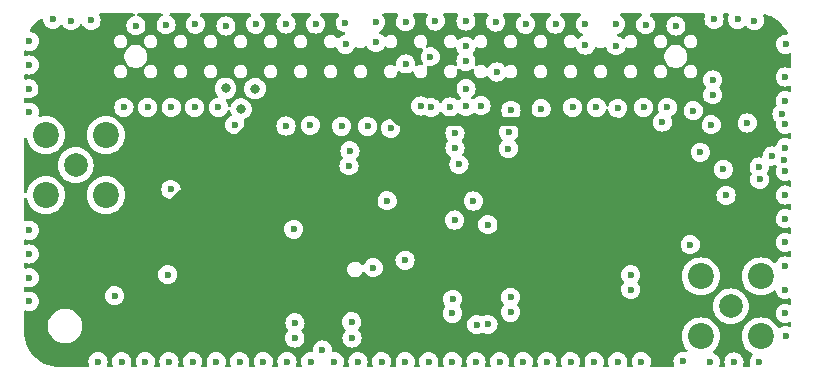
<source format=gbr>
%TF.GenerationSoftware,KiCad,Pcbnew,8.0.6*%
%TF.CreationDate,2024-10-20T18:51:53+08:00*%
%TF.ProjectId,RFM69HCW_v5,52464d36-3948-4435-975f-76352e6b6963,rev?*%
%TF.SameCoordinates,Original*%
%TF.FileFunction,Copper,L3,Inr*%
%TF.FilePolarity,Positive*%
%FSLAX46Y46*%
G04 Gerber Fmt 4.6, Leading zero omitted, Abs format (unit mm)*
G04 Created by KiCad (PCBNEW 8.0.6) date 2024-10-20 18:51:53*
%MOMM*%
%LPD*%
G01*
G04 APERTURE LIST*
%TA.AperFunction,ComponentPad*%
%ADD10C,2.000000*%
%TD*%
%TA.AperFunction,ComponentPad*%
%ADD11C,2.200000*%
%TD*%
%TA.AperFunction,ViaPad*%
%ADD12C,0.600000*%
%TD*%
%TA.AperFunction,ViaPad*%
%ADD13C,0.800000*%
%TD*%
%TA.AperFunction,ViaPad*%
%ADD14C,1.000000*%
%TD*%
%TA.AperFunction,Conductor*%
%ADD15C,0.800000*%
%TD*%
G04 APERTURE END LIST*
D10*
%TO.N,ANT433*%
%TO.C,REF\u002A\u002A*%
X135800000Y-89320000D03*
D11*
%TO.N,GND*%
X138340000Y-91860000D03*
X133260000Y-86780000D03*
X133260000Y-91860000D03*
X138340000Y-86780000D03*
%TD*%
D10*
%TO.N,ANT915*%
%TO.C,REF\u002A\u002A*%
X191270000Y-101280000D03*
D11*
%TO.N,GND*%
X188730000Y-98740000D03*
X193810000Y-103820000D03*
X193810000Y-98740000D03*
X188730000Y-103820000D03*
%TD*%
D12*
%TO.N,GND*%
X187220000Y-105920000D03*
X189520000Y-106000000D03*
X191530000Y-105980000D03*
X181690000Y-84510000D03*
%TO.N,MISO*%
X160980000Y-97990000D03*
%TO.N,GND*%
X139690000Y-105950000D03*
X155650000Y-85940000D03*
X172610000Y-101770000D03*
X195870000Y-99860000D03*
X184060000Y-77420000D03*
X153690000Y-105950000D03*
D13*
X149790000Y-84560000D03*
D12*
X145920000Y-77390000D03*
X169750000Y-102820000D03*
X183690000Y-105950000D03*
X192660000Y-85750000D03*
X148510000Y-77540000D03*
X195870000Y-83860000D03*
X153600000Y-86010000D03*
X193660000Y-89480000D03*
X193670000Y-105990000D03*
X143880000Y-84440000D03*
X161689999Y-105950000D03*
X159190000Y-103950000D03*
X181520000Y-77390000D03*
X168850000Y-82840000D03*
X143690000Y-105950000D03*
X145690000Y-105950000D03*
X170110000Y-84280000D03*
X141880000Y-84440000D03*
X131870000Y-80840000D03*
X195870000Y-89860000D03*
X177690000Y-105950000D03*
X139090000Y-100385000D03*
X190860000Y-91880000D03*
X170700000Y-102810000D03*
X195870000Y-97860000D03*
X137100001Y-77070000D03*
X147690000Y-105950000D03*
X177880000Y-84440000D03*
X171340000Y-77200000D03*
X167690000Y-105950000D03*
X167480000Y-84390000D03*
X157690000Y-105950000D03*
X151690000Y-105950000D03*
X188090000Y-84710000D03*
X169690000Y-105950000D03*
X195870000Y-91860000D03*
X181530000Y-79220000D03*
X172430000Y-87920000D03*
X163690000Y-105950000D03*
X194760000Y-88550000D03*
X172650000Y-84690000D03*
X187830000Y-96050000D03*
X195870000Y-93859999D03*
X193710000Y-90530000D03*
X172610000Y-100510000D03*
X158310000Y-86030000D03*
X165880000Y-84440000D03*
X141690000Y-105950000D03*
X153600000Y-77370000D03*
X131870000Y-84840000D03*
X195870000Y-95860000D03*
X163720000Y-77180000D03*
X172470000Y-86500000D03*
X195590000Y-84970000D03*
X131870000Y-96840000D03*
X195870000Y-85860000D03*
X149270000Y-85900000D03*
X195870000Y-87860000D03*
D13*
X150980000Y-82840000D03*
D12*
X166250000Y-77110000D03*
X188680000Y-88230000D03*
X131870000Y-78839999D03*
X167900000Y-87870000D03*
X165690000Y-105950000D03*
X158930000Y-89380000D03*
X182790000Y-98600000D03*
X179880000Y-84440000D03*
X154360000Y-102670000D03*
X179690000Y-105950000D03*
X133850000Y-76970000D03*
X155690000Y-105950000D03*
X195900000Y-79090000D03*
X151040000Y-77390000D03*
X143450000Y-77440000D03*
X186610000Y-77540000D03*
X149689999Y-105950000D03*
X168830000Y-80530000D03*
X178950000Y-77390000D03*
X190630000Y-89680000D03*
X195870000Y-81859999D03*
X140890000Y-77510000D03*
X189730000Y-83370000D03*
X195870000Y-101860000D03*
D13*
X148480000Y-82830000D03*
D12*
X131870000Y-94840000D03*
X137689999Y-105950000D03*
X175690000Y-105950000D03*
X193260000Y-77080000D03*
X143860000Y-91380000D03*
X167690000Y-101870000D03*
X189730000Y-82110000D03*
X135390000Y-77080000D03*
X131870000Y-98840000D03*
X154350000Y-103960000D03*
X167710000Y-100670000D03*
X158630000Y-77250000D03*
X156690000Y-104980000D03*
X181690000Y-105950000D03*
X175200000Y-84550000D03*
X131830000Y-82850000D03*
X168830000Y-77130000D03*
X176420000Y-77380000D03*
X161200000Y-77230000D03*
X195790000Y-88880000D03*
X182790000Y-99860000D03*
X191840001Y-76980000D03*
X168830000Y-79270000D03*
X195920000Y-103760000D03*
X160510000Y-86050000D03*
X167900000Y-86610000D03*
X147880000Y-84440000D03*
X189610000Y-85900000D03*
X145880000Y-84440000D03*
X189840000Y-76980000D03*
X185880000Y-84440000D03*
X159010000Y-88100000D03*
X156110000Y-77380000D03*
X131870000Y-100840000D03*
X159150000Y-102580000D03*
X173689999Y-105950000D03*
X178950000Y-79160000D03*
X159690000Y-105950000D03*
X173880000Y-77390000D03*
X139879999Y-84440000D03*
X183880000Y-84440000D03*
X171690000Y-105950000D03*
D14*
%TO.N,3v3*%
X159950000Y-84560000D03*
X139110000Y-95780000D03*
X187810000Y-91920000D03*
D12*
%TO.N,MOSI*%
X162470000Y-86210000D03*
%TO.N,MISO*%
X165010000Y-84310000D03*
X168240000Y-89260000D03*
%TO.N,SLCK*%
X169470000Y-92360002D03*
X167870000Y-93970000D03*
X163680000Y-97370000D03*
X168850000Y-84330000D03*
%TO.N,CS0*%
X165810000Y-80150000D03*
X154260000Y-94750000D03*
%TO.N,RST*%
X163740000Y-80750000D03*
X162165000Y-92335000D03*
%TO.N,INTER*%
X158650000Y-79090000D03*
X161220000Y-78930000D03*
X143582500Y-98592500D03*
X185460000Y-85680000D03*
%TO.N,CS1*%
X170690000Y-94360002D03*
X171430000Y-81430000D03*
%TD*%
D15*
%TO.N,3v3*%
X162092793Y-84560000D02*
X159950000Y-84560000D01*
X163132793Y-85600000D02*
X162092793Y-84560000D01*
X151952793Y-84560000D02*
X159950000Y-84560000D01*
X181490000Y-85600000D02*
X163132793Y-85600000D01*
X187810000Y-91920000D02*
X181490000Y-85600000D01*
X139110000Y-95780000D02*
X140732793Y-95780000D01*
X140732793Y-95780000D02*
X151952793Y-84560000D01*
%TD*%
%TA.AperFunction,Conductor*%
%TO.N,3v3*%
G36*
X140754497Y-76490185D02*
G01*
X140800252Y-76542989D01*
X140810196Y-76612147D01*
X140781171Y-76675703D01*
X140722393Y-76713477D01*
X140715047Y-76715392D01*
X140708955Y-76716782D01*
X140536982Y-76776958D01*
X140382718Y-76873889D01*
X140253889Y-77002718D01*
X140156958Y-77156982D01*
X140096782Y-77328953D01*
X140096781Y-77328958D01*
X140076384Y-77509996D01*
X140076384Y-77510003D01*
X140096781Y-77691041D01*
X140096782Y-77691046D01*
X140156958Y-77863017D01*
X140232376Y-77983043D01*
X140253889Y-78017281D01*
X140382719Y-78146111D01*
X140536985Y-78243043D01*
X140680515Y-78293266D01*
X140708953Y-78303217D01*
X140708958Y-78303218D01*
X140889996Y-78323616D01*
X140890000Y-78323616D01*
X140890004Y-78323616D01*
X141071041Y-78303218D01*
X141071044Y-78303217D01*
X141071047Y-78303217D01*
X141243015Y-78243043D01*
X141397281Y-78146111D01*
X141526111Y-78017281D01*
X141623043Y-77863015D01*
X141683217Y-77691047D01*
X141683218Y-77691041D01*
X141703616Y-77510003D01*
X141703616Y-77509996D01*
X141683218Y-77328958D01*
X141683217Y-77328953D01*
X141663427Y-77272397D01*
X141623043Y-77156985D01*
X141526111Y-77002719D01*
X141397281Y-76873889D01*
X141285877Y-76803889D01*
X141243017Y-76776958D01*
X141243016Y-76776957D01*
X141243015Y-76776957D01*
X141071047Y-76716783D01*
X141071046Y-76716782D01*
X141071044Y-76716782D01*
X141064953Y-76715392D01*
X141003973Y-76681285D01*
X140971114Y-76619624D01*
X140976807Y-76549987D01*
X141019245Y-76494482D01*
X141084955Y-76470732D01*
X141092542Y-76470500D01*
X143044713Y-76470500D01*
X143111752Y-76490185D01*
X143157507Y-76542989D01*
X143167451Y-76612147D01*
X143138426Y-76675703D01*
X143102723Y-76703001D01*
X143102881Y-76703252D01*
X143100154Y-76704965D01*
X143098512Y-76706221D01*
X143096987Y-76706954D01*
X142942718Y-76803889D01*
X142813889Y-76932718D01*
X142716958Y-77086982D01*
X142656782Y-77258953D01*
X142656781Y-77258958D01*
X142636384Y-77439996D01*
X142636384Y-77440003D01*
X142656781Y-77621041D01*
X142656782Y-77621046D01*
X142685860Y-77704146D01*
X142710029Y-77773217D01*
X142716958Y-77793017D01*
X142792376Y-77913043D01*
X142813889Y-77947281D01*
X142942719Y-78076111D01*
X143096985Y-78173043D01*
X143224911Y-78217806D01*
X143268953Y-78233217D01*
X143268958Y-78233218D01*
X143449996Y-78253616D01*
X143450000Y-78253616D01*
X143450004Y-78253616D01*
X143631041Y-78233218D01*
X143631044Y-78233217D01*
X143631047Y-78233217D01*
X143803015Y-78173043D01*
X143957281Y-78076111D01*
X144086111Y-77947281D01*
X144183043Y-77793015D01*
X144243217Y-77621047D01*
X144243218Y-77621041D01*
X144263616Y-77440003D01*
X144263616Y-77439996D01*
X144243218Y-77258958D01*
X144243217Y-77258953D01*
X144233086Y-77230000D01*
X144183043Y-77086985D01*
X144086111Y-76932719D01*
X143957281Y-76803889D01*
X143949433Y-76798958D01*
X143803012Y-76706954D01*
X143801488Y-76706221D01*
X143800672Y-76705485D01*
X143797119Y-76703252D01*
X143797510Y-76702629D01*
X143749627Y-76659400D01*
X143731313Y-76591973D01*
X143752359Y-76525349D01*
X143806085Y-76480679D01*
X143855287Y-76470500D01*
X145433316Y-76470500D01*
X145500355Y-76490185D01*
X145546110Y-76542989D01*
X145556054Y-76612147D01*
X145527029Y-76675703D01*
X145499288Y-76699494D01*
X145412718Y-76753889D01*
X145283889Y-76882718D01*
X145186958Y-77036982D01*
X145126782Y-77208953D01*
X145126781Y-77208958D01*
X145106384Y-77389996D01*
X145106384Y-77390003D01*
X145126781Y-77571041D01*
X145126782Y-77571046D01*
X145149959Y-77637281D01*
X145179959Y-77723017D01*
X145186958Y-77743017D01*
X145268769Y-77873217D01*
X145283889Y-77897281D01*
X145412719Y-78026111D01*
X145566985Y-78123043D01*
X145718645Y-78176111D01*
X145738953Y-78183217D01*
X145738958Y-78183218D01*
X145919996Y-78203616D01*
X145920000Y-78203616D01*
X145920004Y-78203616D01*
X146101041Y-78183218D01*
X146101044Y-78183217D01*
X146101047Y-78183217D01*
X146273015Y-78123043D01*
X146427281Y-78026111D01*
X146556111Y-77897281D01*
X146653043Y-77743015D01*
X146713217Y-77571047D01*
X146714344Y-77561046D01*
X146716716Y-77539996D01*
X147696384Y-77539996D01*
X147696384Y-77540003D01*
X147716781Y-77721041D01*
X147716782Y-77721046D01*
X147748973Y-77813041D01*
X147771451Y-77877281D01*
X147776958Y-77893017D01*
X147855039Y-78017281D01*
X147873889Y-78047281D01*
X148002719Y-78176111D01*
X148156985Y-78273043D01*
X148299863Y-78323038D01*
X148328953Y-78333217D01*
X148328958Y-78333218D01*
X148509996Y-78353616D01*
X148510000Y-78353616D01*
X148510004Y-78353616D01*
X148691041Y-78333218D01*
X148691044Y-78333217D01*
X148691047Y-78333217D01*
X148863015Y-78273043D01*
X149017281Y-78176111D01*
X149146111Y-78047281D01*
X149243043Y-77893015D01*
X149303217Y-77721047D01*
X149303773Y-77716111D01*
X149323616Y-77540003D01*
X149323616Y-77539996D01*
X149303218Y-77358958D01*
X149303217Y-77358953D01*
X149298299Y-77344899D01*
X149243043Y-77186985D01*
X149146111Y-77032719D01*
X149017281Y-76903889D01*
X148974459Y-76876982D01*
X148863017Y-76806958D01*
X148863016Y-76806957D01*
X148863015Y-76806957D01*
X148777360Y-76776985D01*
X148691046Y-76746782D01*
X148691041Y-76746781D01*
X148510004Y-76726384D01*
X148509996Y-76726384D01*
X148328958Y-76746781D01*
X148328953Y-76746782D01*
X148156982Y-76806958D01*
X148002718Y-76903889D01*
X147873889Y-77032718D01*
X147776958Y-77186982D01*
X147716782Y-77358953D01*
X147716781Y-77358958D01*
X147696384Y-77539996D01*
X146716716Y-77539996D01*
X146733616Y-77390003D01*
X146733616Y-77389996D01*
X146713218Y-77208958D01*
X146713217Y-77208953D01*
X146703086Y-77180000D01*
X146653043Y-77036985D01*
X146556111Y-76882719D01*
X146427281Y-76753889D01*
X146340711Y-76699493D01*
X146294421Y-76647159D01*
X146283773Y-76578105D01*
X146312148Y-76514257D01*
X146370538Y-76475885D01*
X146406684Y-76470500D01*
X150553316Y-76470500D01*
X150620355Y-76490185D01*
X150666110Y-76542989D01*
X150676054Y-76612147D01*
X150647029Y-76675703D01*
X150619288Y-76699494D01*
X150532718Y-76753889D01*
X150403889Y-76882718D01*
X150306958Y-77036982D01*
X150246782Y-77208953D01*
X150246781Y-77208958D01*
X150226384Y-77389996D01*
X150226384Y-77390003D01*
X150246781Y-77571041D01*
X150246782Y-77571046D01*
X150269959Y-77637281D01*
X150299959Y-77723017D01*
X150306958Y-77743017D01*
X150388769Y-77873217D01*
X150403889Y-77897281D01*
X150532719Y-78026111D01*
X150686985Y-78123043D01*
X150838645Y-78176111D01*
X150858953Y-78183217D01*
X150858958Y-78183218D01*
X151039996Y-78203616D01*
X151040000Y-78203616D01*
X151040004Y-78203616D01*
X151221041Y-78183218D01*
X151221044Y-78183217D01*
X151221047Y-78183217D01*
X151393015Y-78123043D01*
X151547281Y-78026111D01*
X151676111Y-77897281D01*
X151773043Y-77743015D01*
X151833217Y-77571047D01*
X151834344Y-77561046D01*
X151853616Y-77390003D01*
X151853616Y-77389996D01*
X151833218Y-77208958D01*
X151833217Y-77208953D01*
X151823086Y-77180000D01*
X151773043Y-77036985D01*
X151676111Y-76882719D01*
X151547281Y-76753889D01*
X151460711Y-76699493D01*
X151414421Y-76647159D01*
X151403773Y-76578105D01*
X151432148Y-76514257D01*
X151490538Y-76475885D01*
X151526684Y-76470500D01*
X153081486Y-76470500D01*
X153148525Y-76490185D01*
X153194280Y-76542989D01*
X153204224Y-76612147D01*
X153175199Y-76675703D01*
X153147459Y-76699493D01*
X153092720Y-76733887D01*
X152963889Y-76862718D01*
X152866958Y-77016982D01*
X152806782Y-77188953D01*
X152806781Y-77188958D01*
X152786384Y-77369996D01*
X152786384Y-77370003D01*
X152806781Y-77551041D01*
X152806782Y-77551046D01*
X152831277Y-77621047D01*
X152866268Y-77721047D01*
X152866958Y-77723017D01*
X152942376Y-77843043D01*
X152963889Y-77877281D01*
X153092719Y-78006111D01*
X153246985Y-78103043D01*
X153418953Y-78163217D01*
X153418958Y-78163218D01*
X153599996Y-78183616D01*
X153600000Y-78183616D01*
X153600004Y-78183616D01*
X153781041Y-78163218D01*
X153781044Y-78163217D01*
X153781047Y-78163217D01*
X153953015Y-78103043D01*
X154107281Y-78006111D01*
X154236111Y-77877281D01*
X154333043Y-77723015D01*
X154393217Y-77551047D01*
X154393891Y-77545064D01*
X154413616Y-77370003D01*
X154413616Y-77369996D01*
X154393218Y-77188958D01*
X154393217Y-77188953D01*
X154379951Y-77151042D01*
X154333043Y-77016985D01*
X154236111Y-76862719D01*
X154107281Y-76733889D01*
X154107279Y-76733887D01*
X154052541Y-76699493D01*
X154006251Y-76647159D01*
X153995603Y-76578105D01*
X154023978Y-76514257D01*
X154082368Y-76475885D01*
X154118514Y-76470500D01*
X155607401Y-76470500D01*
X155674440Y-76490185D01*
X155720195Y-76542989D01*
X155730139Y-76612147D01*
X155701114Y-76675703D01*
X155673373Y-76699494D01*
X155602718Y-76743889D01*
X155473889Y-76872718D01*
X155376958Y-77026982D01*
X155316782Y-77198953D01*
X155316781Y-77198958D01*
X155296384Y-77379996D01*
X155296384Y-77380003D01*
X155316781Y-77561041D01*
X155316782Y-77561046D01*
X155337777Y-77621046D01*
X155366469Y-77703043D01*
X155376958Y-77733017D01*
X155427241Y-77813041D01*
X155473889Y-77887281D01*
X155602719Y-78016111D01*
X155756985Y-78113043D01*
X155919156Y-78169789D01*
X155928953Y-78173217D01*
X155928958Y-78173218D01*
X156109996Y-78193616D01*
X156110000Y-78193616D01*
X156110004Y-78193616D01*
X156291041Y-78173218D01*
X156291044Y-78173217D01*
X156291047Y-78173217D01*
X156463015Y-78113043D01*
X156617281Y-78016111D01*
X156746111Y-77887281D01*
X156843043Y-77733015D01*
X156903217Y-77561047D01*
X156903218Y-77561041D01*
X156923616Y-77380003D01*
X156923616Y-77379996D01*
X156903218Y-77198958D01*
X156903217Y-77198953D01*
X156886454Y-77151047D01*
X156843043Y-77026985D01*
X156746111Y-76872719D01*
X156617281Y-76743889D01*
X156546627Y-76699494D01*
X156500336Y-76647159D01*
X156489688Y-76578105D01*
X156518063Y-76514257D01*
X156576453Y-76475885D01*
X156612599Y-76470500D01*
X157966746Y-76470500D01*
X158033785Y-76490185D01*
X158079540Y-76542989D01*
X158089484Y-76612147D01*
X158060459Y-76675703D01*
X158054427Y-76682181D01*
X157993889Y-76742718D01*
X157896958Y-76896982D01*
X157836782Y-77068953D01*
X157836781Y-77068958D01*
X157816384Y-77249996D01*
X157816384Y-77250003D01*
X157836781Y-77431041D01*
X157836782Y-77431046D01*
X157852961Y-77477281D01*
X157896268Y-77601047D01*
X157896958Y-77603017D01*
X157952271Y-77691046D01*
X157993889Y-77757281D01*
X158122719Y-77886111D01*
X158276985Y-77983043D01*
X158448953Y-78043217D01*
X158490570Y-78047906D01*
X158554982Y-78074971D01*
X158594538Y-78132566D01*
X158596677Y-78202403D01*
X158560719Y-78262309D01*
X158498082Y-78293266D01*
X158490573Y-78294346D01*
X158468956Y-78296782D01*
X158468953Y-78296782D01*
X158296982Y-78356958D01*
X158142720Y-78453888D01*
X158048770Y-78547838D01*
X157987446Y-78581322D01*
X157917755Y-78576338D01*
X157861822Y-78534466D01*
X157853706Y-78522163D01*
X157842513Y-78502775D01*
X157737225Y-78397487D01*
X157737224Y-78397486D01*
X157737221Y-78397484D01*
X157608277Y-78323039D01*
X157608276Y-78323038D01*
X157572318Y-78313403D01*
X157464450Y-78284500D01*
X157315550Y-78284500D01*
X157245698Y-78303217D01*
X157171723Y-78323038D01*
X157171722Y-78323039D01*
X157042778Y-78397484D01*
X157042773Y-78397488D01*
X156937488Y-78502773D01*
X156937484Y-78502778D01*
X156863039Y-78631722D01*
X156863038Y-78631723D01*
X156851226Y-78675808D01*
X156824500Y-78775550D01*
X156824500Y-78924450D01*
X156850381Y-79021040D01*
X156863038Y-79068276D01*
X156863039Y-79068277D01*
X156937484Y-79197221D01*
X156937486Y-79197224D01*
X156937487Y-79197225D01*
X157042775Y-79302513D01*
X157042776Y-79302514D01*
X157042778Y-79302515D01*
X157074813Y-79321010D01*
X157171725Y-79376962D01*
X157315550Y-79415500D01*
X157315553Y-79415500D01*
X157464447Y-79415500D01*
X157464450Y-79415500D01*
X157608275Y-79376962D01*
X157716238Y-79314629D01*
X157784137Y-79298157D01*
X157850164Y-79321010D01*
X157893355Y-79375931D01*
X157895278Y-79381062D01*
X157916955Y-79443011D01*
X157916956Y-79443015D01*
X157999500Y-79574381D01*
X158013889Y-79597281D01*
X158142719Y-79726111D01*
X158296985Y-79823043D01*
X158468953Y-79883217D01*
X158468958Y-79883218D01*
X158649996Y-79903616D01*
X158650000Y-79903616D01*
X158650004Y-79903616D01*
X158831041Y-79883218D01*
X158831044Y-79883217D01*
X158831047Y-79883217D01*
X159003015Y-79823043D01*
X159157281Y-79726111D01*
X159286111Y-79597281D01*
X159383043Y-79443015D01*
X159408082Y-79371456D01*
X159448804Y-79314681D01*
X159513756Y-79288933D01*
X159582318Y-79302389D01*
X159587124Y-79305024D01*
X159614813Y-79321010D01*
X159711725Y-79376962D01*
X159855550Y-79415500D01*
X159855553Y-79415500D01*
X160004447Y-79415500D01*
X160004450Y-79415500D01*
X160148275Y-79376962D01*
X160277225Y-79302513D01*
X160303602Y-79276135D01*
X160364921Y-79242652D01*
X160434613Y-79247636D01*
X160490547Y-79289506D01*
X160496274Y-79297845D01*
X160583887Y-79437279D01*
X160583889Y-79437281D01*
X160712719Y-79566111D01*
X160866985Y-79663043D01*
X161022732Y-79717541D01*
X161038953Y-79723217D01*
X161038958Y-79723218D01*
X161219996Y-79743616D01*
X161220000Y-79743616D01*
X161220004Y-79743616D01*
X161401041Y-79723218D01*
X161401044Y-79723217D01*
X161401047Y-79723217D01*
X161573015Y-79663043D01*
X161727281Y-79566111D01*
X161856111Y-79437281D01*
X161928289Y-79322409D01*
X161980622Y-79276119D01*
X162049676Y-79265470D01*
X162113524Y-79293845D01*
X162120963Y-79300701D01*
X162122775Y-79302513D01*
X162122776Y-79302514D01*
X162122778Y-79302515D01*
X162154813Y-79321010D01*
X162251725Y-79376962D01*
X162395550Y-79415500D01*
X162395553Y-79415500D01*
X162544447Y-79415500D01*
X162544450Y-79415500D01*
X162688275Y-79376962D01*
X162817225Y-79302513D01*
X162922513Y-79197225D01*
X162996962Y-79068275D01*
X163035500Y-78924450D01*
X163035500Y-78775550D01*
X162996962Y-78631725D01*
X162948530Y-78547838D01*
X162922515Y-78502778D01*
X162922511Y-78502773D01*
X162817226Y-78397488D01*
X162817221Y-78397484D01*
X162688277Y-78323039D01*
X162688276Y-78323038D01*
X162652318Y-78313403D01*
X162544450Y-78284500D01*
X162395550Y-78284500D01*
X162325698Y-78303217D01*
X162251723Y-78323038D01*
X162251722Y-78323039D01*
X162122778Y-78397484D01*
X162059223Y-78461039D01*
X161997899Y-78494523D01*
X161928208Y-78489538D01*
X161872274Y-78447667D01*
X161866549Y-78439331D01*
X161866360Y-78439030D01*
X161856111Y-78422719D01*
X161727281Y-78293889D01*
X161712339Y-78284500D01*
X161573014Y-78196956D01*
X161562674Y-78193338D01*
X161505898Y-78152616D01*
X161480152Y-78087663D01*
X161493609Y-78019101D01*
X161541997Y-77968699D01*
X161549840Y-77964571D01*
X161553002Y-77963047D01*
X161553015Y-77963043D01*
X161707281Y-77866111D01*
X161836111Y-77737281D01*
X161933043Y-77583015D01*
X161993217Y-77411047D01*
X161995588Y-77390003D01*
X162013616Y-77230003D01*
X162013616Y-77229996D01*
X161993218Y-77048958D01*
X161993217Y-77048953D01*
X161982721Y-77018958D01*
X161933043Y-76876985D01*
X161836111Y-76722719D01*
X161795573Y-76682181D01*
X161762088Y-76620858D01*
X161767072Y-76551166D01*
X161808944Y-76495233D01*
X161874408Y-76470816D01*
X161883254Y-76470500D01*
X162987665Y-76470500D01*
X163054704Y-76490185D01*
X163100459Y-76542989D01*
X163110403Y-76612147D01*
X163086944Y-76666414D01*
X163087594Y-76666823D01*
X163084946Y-76671036D01*
X163084610Y-76671815D01*
X163083890Y-76672717D01*
X162986958Y-76826982D01*
X162926782Y-76998953D01*
X162926781Y-76998958D01*
X162906384Y-77179996D01*
X162906384Y-77180003D01*
X162926781Y-77361041D01*
X162926782Y-77361046D01*
X162951966Y-77433016D01*
X162978902Y-77509996D01*
X162986958Y-77533017D01*
X163042271Y-77621046D01*
X163083889Y-77687281D01*
X163212719Y-77816111D01*
X163366985Y-77913043D01*
X163514244Y-77964571D01*
X163538953Y-77973217D01*
X163538958Y-77973218D01*
X163719996Y-77993616D01*
X163720000Y-77993616D01*
X163720004Y-77993616D01*
X163901041Y-77973218D01*
X163901044Y-77973217D01*
X163901047Y-77973217D01*
X164073015Y-77913043D01*
X164227281Y-77816111D01*
X164356111Y-77687281D01*
X164453043Y-77533015D01*
X164513217Y-77361047D01*
X164513218Y-77361041D01*
X164533616Y-77180003D01*
X164533616Y-77179996D01*
X164513218Y-76998958D01*
X164513217Y-76998953D01*
X164495721Y-76948953D01*
X164453043Y-76826985D01*
X164356111Y-76672719D01*
X164356109Y-76672717D01*
X164355390Y-76671815D01*
X164355106Y-76671121D01*
X164352406Y-76666823D01*
X164353158Y-76666350D01*
X164328980Y-76607129D01*
X164341734Y-76538433D01*
X164389604Y-76487538D01*
X164452335Y-76470500D01*
X165472606Y-76470500D01*
X165539645Y-76490185D01*
X165585400Y-76542989D01*
X165595344Y-76612147D01*
X165577600Y-76660472D01*
X165516958Y-76756982D01*
X165456782Y-76928953D01*
X165456781Y-76928958D01*
X165436384Y-77109996D01*
X165436384Y-77110003D01*
X165456781Y-77291041D01*
X165456782Y-77291046D01*
X165481277Y-77361047D01*
X165508902Y-77439996D01*
X165516958Y-77463017D01*
X165584838Y-77571047D01*
X165613889Y-77617281D01*
X165742719Y-77746111D01*
X165896985Y-77843043D01*
X166039803Y-77893017D01*
X166068953Y-77903217D01*
X166068958Y-77903218D01*
X166249996Y-77923616D01*
X166250000Y-77923616D01*
X166250004Y-77923616D01*
X166431041Y-77903218D01*
X166431044Y-77903217D01*
X166431047Y-77903217D01*
X166603015Y-77843043D01*
X166757281Y-77746111D01*
X166886111Y-77617281D01*
X166983043Y-77463015D01*
X167043217Y-77291047D01*
X167043218Y-77291041D01*
X167063616Y-77110003D01*
X167063616Y-77109996D01*
X167043218Y-76928958D01*
X167043217Y-76928953D01*
X167038520Y-76915529D01*
X166983043Y-76756985D01*
X166942661Y-76692718D01*
X166922400Y-76660472D01*
X166903400Y-76593235D01*
X166923768Y-76526400D01*
X166977036Y-76481186D01*
X167027394Y-76470500D01*
X168065173Y-76470500D01*
X168132212Y-76490185D01*
X168177967Y-76542989D01*
X168187911Y-76612147D01*
X168170167Y-76660472D01*
X168096958Y-76776982D01*
X168036782Y-76948953D01*
X168036781Y-76948958D01*
X168016384Y-77129996D01*
X168016384Y-77130003D01*
X168036781Y-77311041D01*
X168036782Y-77311046D01*
X168075963Y-77423017D01*
X168094009Y-77474591D01*
X168096958Y-77483017D01*
X168180586Y-77616110D01*
X168193889Y-77637281D01*
X168322719Y-77766111D01*
X168476985Y-77863043D01*
X168648953Y-77923217D01*
X168648958Y-77923218D01*
X168829996Y-77943616D01*
X168830000Y-77943616D01*
X168830004Y-77943616D01*
X169011041Y-77923218D01*
X169011044Y-77923217D01*
X169011047Y-77923217D01*
X169183015Y-77863043D01*
X169337281Y-77766111D01*
X169466111Y-77637281D01*
X169563043Y-77483015D01*
X169623217Y-77311047D01*
X169623218Y-77311041D01*
X169643616Y-77130003D01*
X169643616Y-77129996D01*
X169623218Y-76948958D01*
X169623217Y-76948953D01*
X169605721Y-76898953D01*
X169563043Y-76776985D01*
X169525341Y-76716982D01*
X169489833Y-76660472D01*
X169470833Y-76593235D01*
X169491201Y-76526400D01*
X169544468Y-76481186D01*
X169594827Y-76470500D01*
X170626746Y-76470500D01*
X170693785Y-76490185D01*
X170739540Y-76542989D01*
X170749484Y-76612147D01*
X170720459Y-76675703D01*
X170714427Y-76682181D01*
X170703889Y-76692718D01*
X170606958Y-76846982D01*
X170546782Y-77018953D01*
X170546781Y-77018958D01*
X170526384Y-77199996D01*
X170526384Y-77200003D01*
X170546781Y-77381041D01*
X170546782Y-77381046D01*
X170580458Y-77477285D01*
X170606268Y-77551047D01*
X170606958Y-77553017D01*
X170647338Y-77617281D01*
X170703889Y-77707281D01*
X170832719Y-77836111D01*
X170986985Y-77933043D01*
X171158953Y-77993217D01*
X171158958Y-77993218D01*
X171339996Y-78013616D01*
X171340000Y-78013616D01*
X171340004Y-78013616D01*
X171521041Y-77993218D01*
X171521044Y-77993217D01*
X171521047Y-77993217D01*
X171693015Y-77933043D01*
X171847281Y-77836111D01*
X171976111Y-77707281D01*
X172073043Y-77553015D01*
X172133217Y-77381047D01*
X172133335Y-77380000D01*
X172153616Y-77200003D01*
X172153616Y-77199996D01*
X172133218Y-77018958D01*
X172133217Y-77018953D01*
X172119585Y-76979996D01*
X172073043Y-76846985D01*
X171976111Y-76692719D01*
X171965573Y-76682181D01*
X171932088Y-76620858D01*
X171937072Y-76551166D01*
X171978944Y-76495233D01*
X172044408Y-76470816D01*
X172053254Y-76470500D01*
X173393316Y-76470500D01*
X173460355Y-76490185D01*
X173506110Y-76542989D01*
X173516054Y-76612147D01*
X173487029Y-76675703D01*
X173459288Y-76699494D01*
X173372718Y-76753889D01*
X173243889Y-76882718D01*
X173146958Y-77036982D01*
X173086782Y-77208953D01*
X173086781Y-77208958D01*
X173066384Y-77389996D01*
X173066384Y-77390003D01*
X173086781Y-77571041D01*
X173086782Y-77571046D01*
X173109959Y-77637281D01*
X173139959Y-77723017D01*
X173146958Y-77743017D01*
X173228769Y-77873217D01*
X173243889Y-77897281D01*
X173372719Y-78026111D01*
X173526985Y-78123043D01*
X173678645Y-78176111D01*
X173698953Y-78183217D01*
X173698958Y-78183218D01*
X173879996Y-78203616D01*
X173880000Y-78203616D01*
X173880004Y-78203616D01*
X174061041Y-78183218D01*
X174061044Y-78183217D01*
X174061047Y-78183217D01*
X174233015Y-78123043D01*
X174387281Y-78026111D01*
X174516111Y-77897281D01*
X174613043Y-77743015D01*
X174673217Y-77571047D01*
X174674344Y-77561046D01*
X174693616Y-77390003D01*
X174693616Y-77389996D01*
X174673218Y-77208958D01*
X174673217Y-77208953D01*
X174663086Y-77180000D01*
X174613043Y-77036985D01*
X174516111Y-76882719D01*
X174387281Y-76753889D01*
X174300711Y-76699493D01*
X174254421Y-76647159D01*
X174243773Y-76578105D01*
X174272148Y-76514257D01*
X174330538Y-76475885D01*
X174366684Y-76470500D01*
X175917401Y-76470500D01*
X175984440Y-76490185D01*
X176030195Y-76542989D01*
X176040139Y-76612147D01*
X176011114Y-76675703D01*
X175983373Y-76699494D01*
X175912718Y-76743889D01*
X175783889Y-76872718D01*
X175686958Y-77026982D01*
X175626782Y-77198953D01*
X175626781Y-77198958D01*
X175606384Y-77379996D01*
X175606384Y-77380003D01*
X175626781Y-77561041D01*
X175626782Y-77561046D01*
X175647777Y-77621046D01*
X175676469Y-77703043D01*
X175686958Y-77733017D01*
X175737241Y-77813041D01*
X175783889Y-77887281D01*
X175912719Y-78016111D01*
X176066985Y-78113043D01*
X176229156Y-78169789D01*
X176238953Y-78173217D01*
X176238958Y-78173218D01*
X176419996Y-78193616D01*
X176420000Y-78193616D01*
X176420004Y-78193616D01*
X176601041Y-78173218D01*
X176601044Y-78173217D01*
X176601047Y-78173217D01*
X176773015Y-78113043D01*
X176927281Y-78016111D01*
X177056111Y-77887281D01*
X177153043Y-77733015D01*
X177213217Y-77561047D01*
X177213218Y-77561041D01*
X177233616Y-77380003D01*
X177233616Y-77379996D01*
X177213218Y-77198958D01*
X177213217Y-77198953D01*
X177196454Y-77151047D01*
X177153043Y-77026985D01*
X177056111Y-76872719D01*
X176927281Y-76743889D01*
X176856627Y-76699494D01*
X176810336Y-76647159D01*
X176799688Y-76578105D01*
X176828063Y-76514257D01*
X176886453Y-76475885D01*
X176922599Y-76470500D01*
X178463316Y-76470500D01*
X178530355Y-76490185D01*
X178576110Y-76542989D01*
X178586054Y-76612147D01*
X178557029Y-76675703D01*
X178529288Y-76699494D01*
X178442718Y-76753889D01*
X178313889Y-76882718D01*
X178216958Y-77036982D01*
X178156782Y-77208953D01*
X178156781Y-77208958D01*
X178136384Y-77389996D01*
X178136384Y-77390003D01*
X178156781Y-77571041D01*
X178156782Y-77571046D01*
X178179959Y-77637281D01*
X178209959Y-77723017D01*
X178216958Y-77743017D01*
X178298769Y-77873217D01*
X178313889Y-77897281D01*
X178442719Y-78026111D01*
X178469943Y-78043217D01*
X178596984Y-78123043D01*
X178596988Y-78123044D01*
X178696767Y-78157959D01*
X178753543Y-78198680D01*
X178779290Y-78263633D01*
X178765834Y-78332195D01*
X178717446Y-78382597D01*
X178696767Y-78392041D01*
X178596988Y-78426955D01*
X178596984Y-78426956D01*
X178442720Y-78523888D01*
X178387072Y-78579536D01*
X178325748Y-78613020D01*
X178256056Y-78608035D01*
X178200123Y-78566164D01*
X178192004Y-78553854D01*
X178162515Y-78502778D01*
X178162511Y-78502773D01*
X178057226Y-78397488D01*
X178057221Y-78397484D01*
X177928277Y-78323039D01*
X177928276Y-78323038D01*
X177892318Y-78313403D01*
X177784450Y-78284500D01*
X177635550Y-78284500D01*
X177565698Y-78303217D01*
X177491723Y-78323038D01*
X177491722Y-78323039D01*
X177362778Y-78397484D01*
X177362773Y-78397488D01*
X177257488Y-78502773D01*
X177257484Y-78502778D01*
X177183039Y-78631722D01*
X177183038Y-78631723D01*
X177171226Y-78675808D01*
X177144500Y-78775550D01*
X177144500Y-78924450D01*
X177170381Y-79021040D01*
X177183038Y-79068276D01*
X177183039Y-79068277D01*
X177257484Y-79197221D01*
X177257486Y-79197224D01*
X177257487Y-79197225D01*
X177362775Y-79302513D01*
X177362776Y-79302514D01*
X177362778Y-79302515D01*
X177394813Y-79321010D01*
X177491725Y-79376962D01*
X177635550Y-79415500D01*
X177635553Y-79415500D01*
X177784447Y-79415500D01*
X177784450Y-79415500D01*
X177928275Y-79376962D01*
X177999222Y-79336000D01*
X178067121Y-79319528D01*
X178133148Y-79342380D01*
X178176338Y-79397301D01*
X178178260Y-79402425D01*
X178212872Y-79501342D01*
X178216958Y-79513017D01*
X178274596Y-79604747D01*
X178313889Y-79667281D01*
X178442719Y-79796111D01*
X178596985Y-79893043D01*
X178740709Y-79943334D01*
X178768953Y-79953217D01*
X178768958Y-79953218D01*
X178949996Y-79973616D01*
X178950000Y-79973616D01*
X178950004Y-79973616D01*
X179131041Y-79953218D01*
X179131044Y-79953217D01*
X179131047Y-79953217D01*
X179303015Y-79893043D01*
X179457281Y-79796111D01*
X179586111Y-79667281D01*
X179683043Y-79513015D01*
X179731821Y-79373612D01*
X179772541Y-79316839D01*
X179837494Y-79291091D01*
X179906056Y-79304547D01*
X179910861Y-79307181D01*
X180031725Y-79376962D01*
X180175550Y-79415500D01*
X180175553Y-79415500D01*
X180324447Y-79415500D01*
X180324450Y-79415500D01*
X180468275Y-79376962D01*
X180555160Y-79326798D01*
X180623056Y-79310327D01*
X180689084Y-79333179D01*
X180732274Y-79388100D01*
X180734286Y-79394542D01*
X180734483Y-79394474D01*
X180736783Y-79401047D01*
X180742350Y-79416958D01*
X180796958Y-79573017D01*
X180840753Y-79642716D01*
X180893889Y-79727281D01*
X181022719Y-79856111D01*
X181176985Y-79953043D01*
X181348953Y-80013217D01*
X181348958Y-80013218D01*
X181529996Y-80033616D01*
X181530000Y-80033616D01*
X181530004Y-80033616D01*
X181711041Y-80013218D01*
X181711044Y-80013217D01*
X181711047Y-80013217D01*
X181883015Y-79953043D01*
X182037281Y-79856111D01*
X182166111Y-79727281D01*
X182263043Y-79573015D01*
X182322564Y-79402910D01*
X182363286Y-79346136D01*
X182428238Y-79320388D01*
X182496800Y-79333844D01*
X182501607Y-79336479D01*
X182571725Y-79376962D01*
X182715550Y-79415500D01*
X182715553Y-79415500D01*
X182864447Y-79415500D01*
X182864450Y-79415500D01*
X183008275Y-79376962D01*
X183137225Y-79302513D01*
X183242513Y-79197225D01*
X183316962Y-79068275D01*
X183355500Y-78924450D01*
X183355500Y-78775550D01*
X184764500Y-78775550D01*
X184764500Y-78924450D01*
X184790381Y-79021040D01*
X184803038Y-79068276D01*
X184803039Y-79068277D01*
X184877484Y-79197221D01*
X184877486Y-79197224D01*
X184877487Y-79197225D01*
X184982775Y-79302513D01*
X184982776Y-79302514D01*
X184982778Y-79302515D01*
X185014813Y-79321010D01*
X185111725Y-79376962D01*
X185255550Y-79415500D01*
X185255553Y-79415500D01*
X185404447Y-79415500D01*
X185404450Y-79415500D01*
X185548275Y-79376962D01*
X185677225Y-79302513D01*
X185782513Y-79197225D01*
X185856962Y-79068275D01*
X185895500Y-78924450D01*
X185895500Y-78775550D01*
X187304500Y-78775550D01*
X187304500Y-78924450D01*
X187330381Y-79021040D01*
X187343038Y-79068276D01*
X187343039Y-79068277D01*
X187417484Y-79197221D01*
X187417486Y-79197224D01*
X187417487Y-79197225D01*
X187522775Y-79302513D01*
X187522776Y-79302514D01*
X187522778Y-79302515D01*
X187554813Y-79321010D01*
X187651725Y-79376962D01*
X187795550Y-79415500D01*
X187795553Y-79415500D01*
X187944447Y-79415500D01*
X187944450Y-79415500D01*
X188088275Y-79376962D01*
X188217225Y-79302513D01*
X188322513Y-79197225D01*
X188396962Y-79068275D01*
X188435500Y-78924450D01*
X188435500Y-78775550D01*
X188396962Y-78631725D01*
X188348530Y-78547838D01*
X188322515Y-78502778D01*
X188322511Y-78502773D01*
X188217226Y-78397488D01*
X188217221Y-78397484D01*
X188088277Y-78323039D01*
X188088276Y-78323038D01*
X188052318Y-78313403D01*
X187944450Y-78284500D01*
X187795550Y-78284500D01*
X187725698Y-78303217D01*
X187651723Y-78323038D01*
X187651722Y-78323039D01*
X187522778Y-78397484D01*
X187522773Y-78397488D01*
X187417488Y-78502773D01*
X187417484Y-78502778D01*
X187343039Y-78631722D01*
X187343038Y-78631723D01*
X187331226Y-78675808D01*
X187304500Y-78775550D01*
X185895500Y-78775550D01*
X185856962Y-78631725D01*
X185808530Y-78547838D01*
X185782515Y-78502778D01*
X185782511Y-78502773D01*
X185677226Y-78397488D01*
X185677221Y-78397484D01*
X185548277Y-78323039D01*
X185548276Y-78323038D01*
X185512318Y-78313403D01*
X185404450Y-78284500D01*
X185255550Y-78284500D01*
X185185698Y-78303217D01*
X185111723Y-78323038D01*
X185111722Y-78323039D01*
X184982778Y-78397484D01*
X184982773Y-78397488D01*
X184877488Y-78502773D01*
X184877484Y-78502778D01*
X184803039Y-78631722D01*
X184803038Y-78631723D01*
X184791226Y-78675808D01*
X184764500Y-78775550D01*
X183355500Y-78775550D01*
X183316962Y-78631725D01*
X183268530Y-78547838D01*
X183242515Y-78502778D01*
X183242511Y-78502773D01*
X183137226Y-78397488D01*
X183137221Y-78397484D01*
X183008277Y-78323039D01*
X183008276Y-78323038D01*
X182972318Y-78313403D01*
X182864450Y-78284500D01*
X182715550Y-78284500D01*
X182645698Y-78303217D01*
X182571723Y-78323038D01*
X182571722Y-78323039D01*
X182442778Y-78397484D01*
X182442773Y-78397488D01*
X182337488Y-78502773D01*
X182337484Y-78502778D01*
X182278714Y-78604573D01*
X182228147Y-78652788D01*
X182159540Y-78666012D01*
X182094676Y-78640044D01*
X182083646Y-78630254D01*
X182037281Y-78583889D01*
X181883017Y-78486958D01*
X181883016Y-78486957D01*
X181883015Y-78486957D01*
X181817110Y-78463896D01*
X181711046Y-78426782D01*
X181704260Y-78425234D01*
X181704791Y-78422903D01*
X181650698Y-78400160D01*
X181611155Y-78342557D01*
X181609031Y-78272720D01*
X181645001Y-78212821D01*
X181694850Y-78186593D01*
X181694474Y-78185517D01*
X181701047Y-78183217D01*
X181873015Y-78123043D01*
X182027281Y-78026111D01*
X182156111Y-77897281D01*
X182253043Y-77743015D01*
X182313217Y-77571047D01*
X182314344Y-77561046D01*
X182333616Y-77390003D01*
X182333616Y-77389996D01*
X182313218Y-77208958D01*
X182313217Y-77208953D01*
X182303086Y-77180000D01*
X182253043Y-77036985D01*
X182156111Y-76882719D01*
X182027281Y-76753889D01*
X181940711Y-76699493D01*
X181894421Y-76647159D01*
X181883773Y-76578105D01*
X181912148Y-76514257D01*
X181970538Y-76475885D01*
X182006684Y-76470500D01*
X183621060Y-76470500D01*
X183688099Y-76490185D01*
X183733854Y-76542989D01*
X183743798Y-76612147D01*
X183714773Y-76675703D01*
X183687032Y-76699494D01*
X183552718Y-76783889D01*
X183423889Y-76912718D01*
X183326958Y-77066982D01*
X183266782Y-77238953D01*
X183266781Y-77238958D01*
X183246384Y-77419996D01*
X183246384Y-77420003D01*
X183266781Y-77601041D01*
X183266782Y-77601046D01*
X183296957Y-77687281D01*
X183321451Y-77757281D01*
X183326958Y-77773017D01*
X183374922Y-77849351D01*
X183423889Y-77927281D01*
X183552719Y-78056111D01*
X183706985Y-78153043D01*
X183862418Y-78207431D01*
X183878953Y-78213217D01*
X183878958Y-78213218D01*
X184059996Y-78233616D01*
X184060000Y-78233616D01*
X184060004Y-78233616D01*
X184241041Y-78213218D01*
X184241044Y-78213217D01*
X184241047Y-78213217D01*
X184413015Y-78153043D01*
X184567281Y-78056111D01*
X184696111Y-77927281D01*
X184793043Y-77773015D01*
X184853217Y-77601047D01*
X184854768Y-77587281D01*
X184860096Y-77539996D01*
X185796384Y-77539996D01*
X185796384Y-77540003D01*
X185816781Y-77721041D01*
X185816782Y-77721046D01*
X185848973Y-77813041D01*
X185871451Y-77877281D01*
X185876958Y-77893017D01*
X185955039Y-78017281D01*
X185973889Y-78047281D01*
X186102719Y-78176111D01*
X186256985Y-78273043D01*
X186399863Y-78323038D01*
X186428953Y-78333217D01*
X186428958Y-78333218D01*
X186609996Y-78353616D01*
X186610000Y-78353616D01*
X186610004Y-78353616D01*
X186791041Y-78333218D01*
X186791044Y-78333217D01*
X186791047Y-78333217D01*
X186963015Y-78273043D01*
X187117281Y-78176111D01*
X187246111Y-78047281D01*
X187343043Y-77893015D01*
X187403217Y-77721047D01*
X187403773Y-77716111D01*
X187423616Y-77540003D01*
X187423616Y-77539996D01*
X187403218Y-77358958D01*
X187403217Y-77358953D01*
X187398299Y-77344899D01*
X187343043Y-77186985D01*
X187246111Y-77032719D01*
X187117281Y-76903889D01*
X187074459Y-76876982D01*
X186963017Y-76806958D01*
X186963016Y-76806957D01*
X186963015Y-76806957D01*
X186877360Y-76776985D01*
X186791046Y-76746782D01*
X186791041Y-76746781D01*
X186610004Y-76726384D01*
X186609996Y-76726384D01*
X186428958Y-76746781D01*
X186428953Y-76746782D01*
X186256982Y-76806958D01*
X186102718Y-76903889D01*
X185973889Y-77032718D01*
X185876958Y-77186982D01*
X185816782Y-77358953D01*
X185816781Y-77358958D01*
X185796384Y-77539996D01*
X184860096Y-77539996D01*
X184873616Y-77420003D01*
X184873616Y-77419996D01*
X184853218Y-77238958D01*
X184853217Y-77238953D01*
X184842721Y-77208958D01*
X184793043Y-77066985D01*
X184696111Y-76912719D01*
X184567281Y-76783889D01*
X184524459Y-76756982D01*
X184432968Y-76699494D01*
X184386677Y-76647159D01*
X184376029Y-76578105D01*
X184404404Y-76514257D01*
X184462794Y-76475885D01*
X184498940Y-76470500D01*
X188986952Y-76470500D01*
X189053991Y-76490185D01*
X189099746Y-76542989D01*
X189109690Y-76612147D01*
X189103993Y-76635455D01*
X189046784Y-76798945D01*
X189046781Y-76798958D01*
X189026384Y-76979996D01*
X189026384Y-76980003D01*
X189046781Y-77161041D01*
X189046782Y-77161046D01*
X189071510Y-77231713D01*
X189105537Y-77328958D01*
X189106958Y-77333017D01*
X189194512Y-77472357D01*
X189203889Y-77487281D01*
X189332719Y-77616111D01*
X189486985Y-77713043D01*
X189638645Y-77766111D01*
X189658953Y-77773217D01*
X189658958Y-77773218D01*
X189839996Y-77793616D01*
X189840000Y-77793616D01*
X189840004Y-77793616D01*
X190021041Y-77773218D01*
X190021044Y-77773217D01*
X190021047Y-77773217D01*
X190193015Y-77713043D01*
X190347281Y-77616111D01*
X190476111Y-77487281D01*
X190573043Y-77333015D01*
X190633217Y-77161047D01*
X190634344Y-77151046D01*
X190653616Y-76980003D01*
X190653616Y-76979996D01*
X190633218Y-76798958D01*
X190633215Y-76798945D01*
X190576007Y-76635455D01*
X190572445Y-76565676D01*
X190607173Y-76505049D01*
X190669167Y-76472821D01*
X190693048Y-76470500D01*
X190986953Y-76470500D01*
X191053992Y-76490185D01*
X191099747Y-76542989D01*
X191109691Y-76612147D01*
X191103994Y-76635455D01*
X191046785Y-76798945D01*
X191046782Y-76798958D01*
X191026385Y-76979996D01*
X191026385Y-76980003D01*
X191046782Y-77161041D01*
X191046783Y-77161046D01*
X191071511Y-77231713D01*
X191105538Y-77328958D01*
X191106959Y-77333017D01*
X191194513Y-77472357D01*
X191203890Y-77487281D01*
X191332720Y-77616111D01*
X191486986Y-77713043D01*
X191638646Y-77766111D01*
X191658954Y-77773217D01*
X191658959Y-77773218D01*
X191839997Y-77793616D01*
X191840001Y-77793616D01*
X191840005Y-77793616D01*
X192021042Y-77773218D01*
X192021045Y-77773217D01*
X192021048Y-77773217D01*
X192193016Y-77713043D01*
X192347282Y-77616111D01*
X192418331Y-77545061D01*
X192479650Y-77511579D01*
X192549342Y-77516563D01*
X192605276Y-77558434D01*
X192611002Y-77566772D01*
X192623887Y-77587279D01*
X192623889Y-77587281D01*
X192752719Y-77716111D01*
X192906985Y-77813043D01*
X193058645Y-77866111D01*
X193078953Y-77873217D01*
X193078958Y-77873218D01*
X193259996Y-77893616D01*
X193260000Y-77893616D01*
X193260004Y-77893616D01*
X193441041Y-77873218D01*
X193441044Y-77873217D01*
X193441047Y-77873217D01*
X193613015Y-77813043D01*
X193767281Y-77716111D01*
X193896111Y-77587281D01*
X193993043Y-77433015D01*
X194053217Y-77261047D01*
X194053218Y-77261041D01*
X194073616Y-77080003D01*
X194073616Y-77079996D01*
X194053218Y-76898958D01*
X194053215Y-76898945D01*
X193992871Y-76726492D01*
X193989309Y-76656713D01*
X194024037Y-76596086D01*
X194086031Y-76563858D01*
X194142005Y-76565761D01*
X194324446Y-76614646D01*
X194336783Y-76618656D01*
X194347368Y-76622719D01*
X194615808Y-76725763D01*
X194627650Y-76731035D01*
X194893977Y-76866735D01*
X194905183Y-76873205D01*
X195155862Y-77035999D01*
X195166353Y-77043621D01*
X195398628Y-77231713D01*
X195408273Y-77240398D01*
X195619601Y-77451726D01*
X195628286Y-77461371D01*
X195816378Y-77693646D01*
X195824003Y-77704140D01*
X195986790Y-77954810D01*
X195993271Y-77966036D01*
X196062099Y-78101120D01*
X196074995Y-78169789D01*
X196048718Y-78234529D01*
X195991612Y-78274786D01*
X195937733Y-78280635D01*
X195912268Y-78277766D01*
X195900000Y-78276384D01*
X195899999Y-78276384D01*
X195899998Y-78276384D01*
X195899996Y-78276384D01*
X195718958Y-78296781D01*
X195718953Y-78296782D01*
X195546982Y-78356958D01*
X195392718Y-78453889D01*
X195263889Y-78582718D01*
X195166958Y-78736982D01*
X195106782Y-78908953D01*
X195106781Y-78908958D01*
X195086384Y-79089996D01*
X195086384Y-79090003D01*
X195106781Y-79271041D01*
X195106782Y-79271046D01*
X195136783Y-79356782D01*
X195164144Y-79434977D01*
X195166958Y-79443017D01*
X195248642Y-79573015D01*
X195263889Y-79597281D01*
X195392719Y-79726111D01*
X195546985Y-79823043D01*
X195718953Y-79883217D01*
X195718958Y-79883218D01*
X195899996Y-79903616D01*
X195900000Y-79903616D01*
X195900004Y-79903616D01*
X196081041Y-79883218D01*
X196081044Y-79883217D01*
X196081047Y-79883217D01*
X196224545Y-79833004D01*
X196294324Y-79829444D01*
X196354952Y-79864173D01*
X196387179Y-79926166D01*
X196389500Y-79950047D01*
X196389500Y-81010449D01*
X196369815Y-81077488D01*
X196317011Y-81123243D01*
X196247853Y-81133187D01*
X196224546Y-81127491D01*
X196051049Y-81066782D01*
X196051041Y-81066780D01*
X195870004Y-81046383D01*
X195869996Y-81046383D01*
X195688958Y-81066780D01*
X195688953Y-81066781D01*
X195516982Y-81126957D01*
X195362718Y-81223888D01*
X195233889Y-81352717D01*
X195136958Y-81506981D01*
X195076782Y-81678952D01*
X195076781Y-81678957D01*
X195056384Y-81859995D01*
X195056384Y-81860002D01*
X195076781Y-82041040D01*
X195076782Y-82041045D01*
X195136958Y-82213016D01*
X195187251Y-82293056D01*
X195233889Y-82367280D01*
X195362719Y-82496110D01*
X195516985Y-82593042D01*
X195679957Y-82650068D01*
X195688953Y-82653216D01*
X195688958Y-82653217D01*
X195869996Y-82673615D01*
X195870000Y-82673615D01*
X195870004Y-82673615D01*
X196051041Y-82653217D01*
X196051043Y-82653216D01*
X196051047Y-82653216D01*
X196051050Y-82653214D01*
X196051054Y-82653214D01*
X196224545Y-82592507D01*
X196294324Y-82588945D01*
X196354951Y-82623673D01*
X196387179Y-82685667D01*
X196389500Y-82709548D01*
X196389500Y-83010450D01*
X196369815Y-83077489D01*
X196317011Y-83123244D01*
X196247853Y-83133188D01*
X196224546Y-83127492D01*
X196051049Y-83066783D01*
X196051041Y-83066781D01*
X195870004Y-83046384D01*
X195869996Y-83046384D01*
X195688958Y-83066781D01*
X195688953Y-83066782D01*
X195516982Y-83126958D01*
X195362718Y-83223889D01*
X195233889Y-83352718D01*
X195136958Y-83506982D01*
X195076782Y-83678953D01*
X195076781Y-83678958D01*
X195056384Y-83859996D01*
X195056384Y-83860003D01*
X195076781Y-84041041D01*
X195076783Y-84041049D01*
X195129193Y-84190828D01*
X195132754Y-84260606D01*
X195098025Y-84321234D01*
X195087869Y-84329166D01*
X195088169Y-84329542D01*
X195082720Y-84333887D01*
X194953889Y-84462718D01*
X194856958Y-84616982D01*
X194796782Y-84788953D01*
X194796781Y-84788958D01*
X194776384Y-84969996D01*
X194776384Y-84970003D01*
X194796781Y-85151041D01*
X194796782Y-85151046D01*
X194834553Y-85258988D01*
X194850029Y-85303217D01*
X194856958Y-85323017D01*
X194953889Y-85477281D01*
X195042962Y-85566354D01*
X195076447Y-85627677D01*
X195076222Y-85671882D01*
X195077562Y-85672033D01*
X195056384Y-85859996D01*
X195056384Y-85860003D01*
X195076781Y-86041041D01*
X195076782Y-86041046D01*
X195098363Y-86102719D01*
X195136268Y-86211047D01*
X195136958Y-86213017D01*
X195231208Y-86363015D01*
X195233889Y-86367281D01*
X195362719Y-86496111D01*
X195516985Y-86593043D01*
X195668645Y-86646111D01*
X195688953Y-86653217D01*
X195688958Y-86653218D01*
X195869996Y-86673616D01*
X195870000Y-86673616D01*
X195870004Y-86673616D01*
X196051041Y-86653218D01*
X196051043Y-86653217D01*
X196051047Y-86653217D01*
X196051050Y-86653215D01*
X196051054Y-86653215D01*
X196224545Y-86592508D01*
X196294324Y-86588946D01*
X196354951Y-86623674D01*
X196387179Y-86685668D01*
X196389500Y-86709549D01*
X196389500Y-87010450D01*
X196369815Y-87077489D01*
X196317011Y-87123244D01*
X196247853Y-87133188D01*
X196224546Y-87127492D01*
X196051049Y-87066783D01*
X196051041Y-87066781D01*
X195870004Y-87046384D01*
X195869996Y-87046384D01*
X195688958Y-87066781D01*
X195688953Y-87066782D01*
X195516982Y-87126958D01*
X195362718Y-87223889D01*
X195233889Y-87352718D01*
X195136958Y-87506982D01*
X195133459Y-87516982D01*
X195106958Y-87592719D01*
X195078094Y-87675207D01*
X195037372Y-87731983D01*
X194972419Y-87757730D01*
X194947169Y-87757472D01*
X194760004Y-87736384D01*
X194759996Y-87736384D01*
X194578958Y-87756781D01*
X194578953Y-87756782D01*
X194406982Y-87816958D01*
X194252718Y-87913889D01*
X194123889Y-88042718D01*
X194026958Y-88196982D01*
X193966782Y-88368953D01*
X193966781Y-88368958D01*
X193946384Y-88549996D01*
X193946384Y-88556963D01*
X193944032Y-88556963D01*
X193933872Y-88614895D01*
X193886512Y-88666264D01*
X193818898Y-88683874D01*
X193808835Y-88683153D01*
X193660004Y-88666384D01*
X193659996Y-88666384D01*
X193478958Y-88686781D01*
X193478953Y-88686782D01*
X193306982Y-88746958D01*
X193152718Y-88843889D01*
X193023889Y-88972718D01*
X192926958Y-89126982D01*
X192866782Y-89298953D01*
X192866781Y-89298958D01*
X192846384Y-89479996D01*
X192846384Y-89480003D01*
X192866781Y-89661041D01*
X192866782Y-89661046D01*
X192891966Y-89733017D01*
X192926957Y-89833015D01*
X193009228Y-89963949D01*
X193018569Y-89978814D01*
X193037569Y-90046050D01*
X193018570Y-90110756D01*
X192976957Y-90176983D01*
X192916782Y-90348953D01*
X192916781Y-90348958D01*
X192896384Y-90529996D01*
X192896384Y-90530003D01*
X192916781Y-90711041D01*
X192916782Y-90711046D01*
X192952995Y-90814535D01*
X192976957Y-90883015D01*
X193073889Y-91037281D01*
X193202719Y-91166111D01*
X193356985Y-91263043D01*
X193528953Y-91323217D01*
X193528958Y-91323218D01*
X193709996Y-91343616D01*
X193710000Y-91343616D01*
X193710004Y-91343616D01*
X193891041Y-91323218D01*
X193891044Y-91323217D01*
X193891047Y-91323217D01*
X194063015Y-91263043D01*
X194217281Y-91166111D01*
X194346111Y-91037281D01*
X194443043Y-90883015D01*
X194503217Y-90711047D01*
X194506077Y-90685668D01*
X194523616Y-90530003D01*
X194523616Y-90529996D01*
X194503218Y-90348958D01*
X194503217Y-90348953D01*
X194491725Y-90316110D01*
X194443043Y-90176985D01*
X194443041Y-90176982D01*
X194443041Y-90176981D01*
X194357627Y-90041046D01*
X194351430Y-90031185D01*
X194332430Y-89963949D01*
X194351431Y-89899240D01*
X194393041Y-89833018D01*
X194393040Y-89833018D01*
X194393043Y-89833015D01*
X194453217Y-89661047D01*
X194458629Y-89613015D01*
X194473616Y-89480003D01*
X194473616Y-89473036D01*
X194475975Y-89473036D01*
X194486109Y-89415141D01*
X194533452Y-89363756D01*
X194601060Y-89346124D01*
X194611155Y-89346845D01*
X194704796Y-89357396D01*
X194759998Y-89363616D01*
X194760000Y-89363616D01*
X194760004Y-89363616D01*
X194941038Y-89343218D01*
X194941037Y-89343218D01*
X194941047Y-89343217D01*
X194989590Y-89326230D01*
X195059366Y-89322668D01*
X195119993Y-89357396D01*
X195152221Y-89419389D01*
X195145817Y-89488965D01*
X195139885Y-89500668D01*
X195139977Y-89500713D01*
X195136959Y-89506978D01*
X195076782Y-89678953D01*
X195076781Y-89678958D01*
X195056384Y-89859996D01*
X195056384Y-89860003D01*
X195076781Y-90041041D01*
X195076782Y-90041046D01*
X195101975Y-90113043D01*
X195136957Y-90213015D01*
X195233889Y-90367281D01*
X195362719Y-90496111D01*
X195516985Y-90593043D01*
X195671063Y-90646957D01*
X195688953Y-90653217D01*
X195688958Y-90653218D01*
X195869996Y-90673616D01*
X195870000Y-90673616D01*
X195870004Y-90673616D01*
X196051041Y-90653218D01*
X196051043Y-90653217D01*
X196051047Y-90653217D01*
X196051050Y-90653215D01*
X196051054Y-90653215D01*
X196224545Y-90592508D01*
X196294324Y-90588946D01*
X196354951Y-90623674D01*
X196387179Y-90685668D01*
X196389500Y-90709549D01*
X196389500Y-91010450D01*
X196369815Y-91077489D01*
X196317011Y-91123244D01*
X196247853Y-91133188D01*
X196224546Y-91127492D01*
X196051049Y-91066783D01*
X196051041Y-91066781D01*
X195870004Y-91046384D01*
X195869996Y-91046384D01*
X195688958Y-91066781D01*
X195688953Y-91066782D01*
X195516982Y-91126958D01*
X195362718Y-91223889D01*
X195233889Y-91352718D01*
X195136958Y-91506982D01*
X195076782Y-91678953D01*
X195076781Y-91678958D01*
X195056384Y-91859996D01*
X195056384Y-91860003D01*
X195076781Y-92041041D01*
X195076782Y-92041046D01*
X195101975Y-92113043D01*
X195136957Y-92213015D01*
X195233889Y-92367281D01*
X195362719Y-92496111D01*
X195516985Y-92593043D01*
X195688947Y-92653215D01*
X195688953Y-92653217D01*
X195688958Y-92653218D01*
X195869996Y-92673616D01*
X195870000Y-92673616D01*
X195870004Y-92673616D01*
X196051041Y-92653218D01*
X196051043Y-92653217D01*
X196051047Y-92653217D01*
X196051050Y-92653215D01*
X196051054Y-92653215D01*
X196224545Y-92592508D01*
X196294324Y-92588946D01*
X196354951Y-92623674D01*
X196387179Y-92685668D01*
X196389500Y-92709549D01*
X196389500Y-93010449D01*
X196369815Y-93077488D01*
X196317011Y-93123243D01*
X196247853Y-93133187D01*
X196224546Y-93127491D01*
X196051049Y-93066782D01*
X196051041Y-93066780D01*
X195870004Y-93046383D01*
X195869996Y-93046383D01*
X195688958Y-93066780D01*
X195688953Y-93066781D01*
X195516982Y-93126957D01*
X195362718Y-93223888D01*
X195233889Y-93352717D01*
X195136958Y-93506981D01*
X195076782Y-93678952D01*
X195076781Y-93678957D01*
X195056384Y-93859995D01*
X195056384Y-93860002D01*
X195076781Y-94041040D01*
X195076782Y-94041045D01*
X195115274Y-94151047D01*
X195136957Y-94213014D01*
X195233889Y-94367280D01*
X195362719Y-94496110D01*
X195516985Y-94593042D01*
X195688947Y-94653214D01*
X195688953Y-94653216D01*
X195688958Y-94653217D01*
X195869996Y-94673615D01*
X195870000Y-94673615D01*
X195870004Y-94673615D01*
X196051041Y-94653217D01*
X196051043Y-94653216D01*
X196051047Y-94653216D01*
X196051050Y-94653214D01*
X196051054Y-94653214D01*
X196224545Y-94592507D01*
X196294324Y-94588945D01*
X196354951Y-94623673D01*
X196387179Y-94685667D01*
X196389500Y-94709548D01*
X196389500Y-95010450D01*
X196369815Y-95077489D01*
X196317011Y-95123244D01*
X196247853Y-95133188D01*
X196224546Y-95127492D01*
X196051049Y-95066783D01*
X196051041Y-95066781D01*
X195870004Y-95046384D01*
X195869996Y-95046384D01*
X195688958Y-95066781D01*
X195688953Y-95066782D01*
X195516982Y-95126958D01*
X195362718Y-95223889D01*
X195233889Y-95352718D01*
X195136958Y-95506982D01*
X195076782Y-95678953D01*
X195076781Y-95678958D01*
X195056384Y-95859996D01*
X195056384Y-95860003D01*
X195076781Y-96041041D01*
X195076782Y-96041046D01*
X195136958Y-96213017D01*
X195148287Y-96231047D01*
X195233889Y-96367281D01*
X195362719Y-96496111D01*
X195516985Y-96593043D01*
X195688947Y-96653215D01*
X195688953Y-96653217D01*
X195688958Y-96653218D01*
X195869996Y-96673616D01*
X195870000Y-96673616D01*
X195870004Y-96673616D01*
X196051041Y-96653218D01*
X196051043Y-96653217D01*
X196051047Y-96653217D01*
X196051050Y-96653215D01*
X196051054Y-96653215D01*
X196224545Y-96592508D01*
X196294324Y-96588946D01*
X196354951Y-96623674D01*
X196387179Y-96685668D01*
X196389500Y-96709549D01*
X196389500Y-97010450D01*
X196369815Y-97077489D01*
X196317011Y-97123244D01*
X196247853Y-97133188D01*
X196224546Y-97127492D01*
X196051049Y-97066783D01*
X196051041Y-97066781D01*
X195870004Y-97046384D01*
X195869996Y-97046384D01*
X195688958Y-97066781D01*
X195688953Y-97066782D01*
X195516982Y-97126958D01*
X195362718Y-97223889D01*
X195233889Y-97352718D01*
X195136957Y-97506984D01*
X195129157Y-97529274D01*
X195088433Y-97586050D01*
X195023480Y-97611795D01*
X194954919Y-97598337D01*
X194931588Y-97582609D01*
X194758376Y-97434672D01*
X194758374Y-97434670D01*
X194758372Y-97434669D01*
X194758370Y-97434668D01*
X194542502Y-97302383D01*
X194308593Y-97205495D01*
X194062406Y-97146391D01*
X193810000Y-97126526D01*
X193557593Y-97146391D01*
X193311406Y-97205495D01*
X193077497Y-97302383D01*
X192861629Y-97434668D01*
X192861627Y-97434669D01*
X192669102Y-97599102D01*
X192504669Y-97791627D01*
X192504668Y-97791629D01*
X192372383Y-98007497D01*
X192275495Y-98241406D01*
X192216391Y-98487593D01*
X192196526Y-98740000D01*
X192216391Y-98992406D01*
X192275495Y-99238593D01*
X192372383Y-99472502D01*
X192504668Y-99688370D01*
X192504669Y-99688372D01*
X192504670Y-99688374D01*
X192504672Y-99688376D01*
X192669102Y-99880898D01*
X192861624Y-100045328D01*
X192878745Y-100055820D01*
X193077497Y-100177616D01*
X193311406Y-100274504D01*
X193311407Y-100274504D01*
X193311409Y-100274505D01*
X193557597Y-100333609D01*
X193810000Y-100353474D01*
X194062403Y-100333609D01*
X194308591Y-100274505D01*
X194542502Y-100177616D01*
X194758376Y-100045328D01*
X194871672Y-99948563D01*
X194935430Y-99919994D01*
X195004516Y-99930431D01*
X195056992Y-99976561D01*
X195075421Y-100028966D01*
X195076782Y-100041044D01*
X195076782Y-100041046D01*
X195091484Y-100083060D01*
X195136957Y-100213015D01*
X195233889Y-100367281D01*
X195362719Y-100496111D01*
X195516985Y-100593043D01*
X195688947Y-100653215D01*
X195688953Y-100653217D01*
X195688958Y-100653218D01*
X195869996Y-100673616D01*
X195870000Y-100673616D01*
X195870004Y-100673616D01*
X196051041Y-100653218D01*
X196051043Y-100653217D01*
X196051047Y-100653217D01*
X196051050Y-100653215D01*
X196051054Y-100653215D01*
X196224545Y-100592508D01*
X196294324Y-100588946D01*
X196354951Y-100623674D01*
X196387179Y-100685668D01*
X196389500Y-100709549D01*
X196389500Y-101010450D01*
X196369815Y-101077489D01*
X196317011Y-101123244D01*
X196247853Y-101133188D01*
X196224546Y-101127492D01*
X196051049Y-101066783D01*
X196051041Y-101066781D01*
X195870004Y-101046384D01*
X195869996Y-101046384D01*
X195688958Y-101066781D01*
X195688953Y-101066782D01*
X195516982Y-101126958D01*
X195362718Y-101223889D01*
X195233889Y-101352718D01*
X195136958Y-101506982D01*
X195076782Y-101678953D01*
X195076781Y-101678958D01*
X195056384Y-101859996D01*
X195056384Y-101860003D01*
X195076781Y-102041041D01*
X195076782Y-102041046D01*
X195117918Y-102158605D01*
X195134686Y-102206526D01*
X195136958Y-102213017D01*
X195145733Y-102226982D01*
X195233889Y-102367281D01*
X195362719Y-102496111D01*
X195516985Y-102593043D01*
X195688947Y-102653215D01*
X195688953Y-102653217D01*
X195688958Y-102653218D01*
X195869996Y-102673616D01*
X195870000Y-102673616D01*
X195870004Y-102673616D01*
X196051041Y-102653218D01*
X196051043Y-102653217D01*
X196051047Y-102653217D01*
X196051050Y-102653215D01*
X196051054Y-102653215D01*
X196224545Y-102592508D01*
X196294324Y-102588946D01*
X196354951Y-102623674D01*
X196387179Y-102685668D01*
X196389500Y-102709549D01*
X196389500Y-102892954D01*
X196369815Y-102959993D01*
X196317011Y-103005748D01*
X196247853Y-103015692D01*
X196224546Y-103009996D01*
X196101049Y-102966783D01*
X196101041Y-102966781D01*
X195920004Y-102946384D01*
X195919996Y-102946384D01*
X195738958Y-102966781D01*
X195738953Y-102966782D01*
X195566982Y-103026958D01*
X195415794Y-103121956D01*
X195348557Y-103140956D01*
X195281722Y-103120588D01*
X195244095Y-103081752D01*
X195115331Y-102871628D01*
X195115330Y-102871627D01*
X195115329Y-102871626D01*
X195115328Y-102871624D01*
X194950898Y-102679102D01*
X194758376Y-102514672D01*
X194758374Y-102514670D01*
X194758372Y-102514669D01*
X194758370Y-102514668D01*
X194542502Y-102382383D01*
X194308593Y-102285495D01*
X194062406Y-102226391D01*
X193810000Y-102206526D01*
X193557593Y-102226391D01*
X193311406Y-102285495D01*
X193077497Y-102382383D01*
X192861629Y-102514668D01*
X192861627Y-102514669D01*
X192669102Y-102679102D01*
X192504669Y-102871627D01*
X192504668Y-102871629D01*
X192372383Y-103087497D01*
X192275495Y-103321406D01*
X192216391Y-103567593D01*
X192196526Y-103820000D01*
X192216391Y-104072406D01*
X192275495Y-104318593D01*
X192372383Y-104552502D01*
X192504668Y-104768370D01*
X192504669Y-104768372D01*
X192504670Y-104768374D01*
X192504672Y-104768376D01*
X192669102Y-104960898D01*
X192861624Y-105125328D01*
X192861626Y-105125329D01*
X192861627Y-105125330D01*
X192861628Y-105125331D01*
X193055917Y-105244391D01*
X193102792Y-105296202D01*
X193114215Y-105365132D01*
X193086558Y-105429295D01*
X193078809Y-105437798D01*
X193033889Y-105482718D01*
X192936958Y-105636982D01*
X192876782Y-105808953D01*
X192876781Y-105808958D01*
X192856384Y-105989996D01*
X192856384Y-105990003D01*
X192876781Y-106171041D01*
X192876783Y-106171049D01*
X192909499Y-106264546D01*
X192913060Y-106334325D01*
X192878331Y-106394952D01*
X192816338Y-106427179D01*
X192792457Y-106429500D01*
X192404044Y-106429500D01*
X192337005Y-106409815D01*
X192291250Y-106357011D01*
X192281306Y-106287853D01*
X192287002Y-106264546D01*
X192323216Y-106161049D01*
X192323217Y-106161047D01*
X192323218Y-106161041D01*
X192343616Y-105980003D01*
X192343616Y-105979996D01*
X192323218Y-105798958D01*
X192323217Y-105798953D01*
X192263043Y-105626985D01*
X192166111Y-105472719D01*
X192037281Y-105343889D01*
X191994710Y-105317140D01*
X191883017Y-105246958D01*
X191883016Y-105246957D01*
X191883015Y-105246957D01*
X191828693Y-105227949D01*
X191711046Y-105186782D01*
X191711041Y-105186781D01*
X191530004Y-105166384D01*
X191529996Y-105166384D01*
X191348958Y-105186781D01*
X191348953Y-105186782D01*
X191176982Y-105246958D01*
X191022718Y-105343889D01*
X190893889Y-105472718D01*
X190796958Y-105626982D01*
X190736782Y-105798953D01*
X190736781Y-105798958D01*
X190716384Y-105979996D01*
X190716384Y-105980003D01*
X190736781Y-106161041D01*
X190736783Y-106161049D01*
X190772998Y-106264546D01*
X190776559Y-106334325D01*
X190741830Y-106394952D01*
X190679836Y-106427179D01*
X190655956Y-106429500D01*
X190401042Y-106429500D01*
X190334003Y-106409815D01*
X190288248Y-106357011D01*
X190278304Y-106287853D01*
X190284000Y-106264546D01*
X190313216Y-106181049D01*
X190313217Y-106181047D01*
X190313218Y-106181041D01*
X190333616Y-106000003D01*
X190333616Y-105999996D01*
X190313218Y-105818958D01*
X190313217Y-105818953D01*
X190304351Y-105793616D01*
X190253043Y-105646985D01*
X190156111Y-105492719D01*
X190027281Y-105363889D01*
X189873017Y-105266958D01*
X189873016Y-105266957D01*
X189873015Y-105266957D01*
X189820909Y-105248724D01*
X189764134Y-105208003D01*
X189738387Y-105143050D01*
X189751843Y-105074488D01*
X189781334Y-105037393D01*
X189807272Y-105015240D01*
X189870898Y-104960898D01*
X190035328Y-104768376D01*
X190167616Y-104552502D01*
X190264505Y-104318591D01*
X190323609Y-104072403D01*
X190343474Y-103820000D01*
X190323609Y-103567597D01*
X190264505Y-103321409D01*
X190264504Y-103321406D01*
X190167616Y-103087497D01*
X190035331Y-102871629D01*
X190035330Y-102871627D01*
X190035329Y-102871626D01*
X190035328Y-102871624D01*
X189870898Y-102679102D01*
X189678376Y-102514672D01*
X189678374Y-102514670D01*
X189678372Y-102514669D01*
X189678370Y-102514668D01*
X189462502Y-102382383D01*
X189228593Y-102285495D01*
X188982406Y-102226391D01*
X188730000Y-102206526D01*
X188477593Y-102226391D01*
X188231406Y-102285495D01*
X187997497Y-102382383D01*
X187781629Y-102514668D01*
X187781627Y-102514669D01*
X187589102Y-102679102D01*
X187424669Y-102871627D01*
X187424668Y-102871629D01*
X187292383Y-103087497D01*
X187195495Y-103321406D01*
X187136391Y-103567593D01*
X187116526Y-103820000D01*
X187136391Y-104072406D01*
X187195495Y-104318593D01*
X187292383Y-104552502D01*
X187424668Y-104768370D01*
X187424669Y-104768372D01*
X187424670Y-104768374D01*
X187424672Y-104768376D01*
X187573011Y-104942058D01*
X187601582Y-105005818D01*
X187591145Y-105074904D01*
X187545014Y-105127380D01*
X187477836Y-105146586D01*
X187437768Y-105139631D01*
X187401052Y-105126784D01*
X187401041Y-105126781D01*
X187220004Y-105106384D01*
X187219996Y-105106384D01*
X187038958Y-105126781D01*
X187038953Y-105126782D01*
X186866982Y-105186958D01*
X186712718Y-105283889D01*
X186583889Y-105412718D01*
X186486958Y-105566982D01*
X186426782Y-105738953D01*
X186426781Y-105738958D01*
X186406384Y-105919996D01*
X186406384Y-105920003D01*
X186426781Y-106101041D01*
X186426784Y-106101054D01*
X186483993Y-106264545D01*
X186487555Y-106334324D01*
X186452827Y-106394951D01*
X186390833Y-106427179D01*
X186366952Y-106429500D01*
X184553546Y-106429500D01*
X184486507Y-106409815D01*
X184440752Y-106357011D01*
X184430808Y-106287853D01*
X184436504Y-106264545D01*
X184444255Y-106242394D01*
X184483217Y-106131047D01*
X184483218Y-106131041D01*
X184503616Y-105950003D01*
X184503616Y-105949996D01*
X184483218Y-105768958D01*
X184483217Y-105768953D01*
X184472721Y-105738958D01*
X184423043Y-105596985D01*
X184326111Y-105442719D01*
X184197281Y-105313889D01*
X184169132Y-105296202D01*
X184043017Y-105216958D01*
X184043016Y-105216957D01*
X184043015Y-105216957D01*
X183982703Y-105195853D01*
X183871046Y-105156782D01*
X183871041Y-105156781D01*
X183690004Y-105136384D01*
X183689996Y-105136384D01*
X183508958Y-105156781D01*
X183508953Y-105156782D01*
X183336982Y-105216958D01*
X183182718Y-105313889D01*
X183053889Y-105442718D01*
X182956958Y-105596982D01*
X182896782Y-105768953D01*
X182896781Y-105768958D01*
X182876384Y-105949996D01*
X182876384Y-105950003D01*
X182896781Y-106131041D01*
X182896782Y-106131046D01*
X182943496Y-106264545D01*
X182947057Y-106334324D01*
X182912328Y-106394952D01*
X182850335Y-106427179D01*
X182826454Y-106429500D01*
X182553546Y-106429500D01*
X182486507Y-106409815D01*
X182440752Y-106357011D01*
X182430808Y-106287853D01*
X182436504Y-106264545D01*
X182444255Y-106242394D01*
X182483217Y-106131047D01*
X182483218Y-106131041D01*
X182503616Y-105950003D01*
X182503616Y-105949996D01*
X182483218Y-105768958D01*
X182483217Y-105768953D01*
X182472721Y-105738958D01*
X182423043Y-105596985D01*
X182326111Y-105442719D01*
X182197281Y-105313889D01*
X182169132Y-105296202D01*
X182043017Y-105216958D01*
X182043016Y-105216957D01*
X182043015Y-105216957D01*
X181982703Y-105195853D01*
X181871046Y-105156782D01*
X181871041Y-105156781D01*
X181690004Y-105136384D01*
X181689996Y-105136384D01*
X181508958Y-105156781D01*
X181508953Y-105156782D01*
X181336982Y-105216958D01*
X181182718Y-105313889D01*
X181053889Y-105442718D01*
X180956958Y-105596982D01*
X180896782Y-105768953D01*
X180896781Y-105768958D01*
X180876384Y-105949996D01*
X180876384Y-105950003D01*
X180896781Y-106131041D01*
X180896782Y-106131046D01*
X180943496Y-106264545D01*
X180947057Y-106334324D01*
X180912328Y-106394952D01*
X180850335Y-106427179D01*
X180826454Y-106429500D01*
X180553546Y-106429500D01*
X180486507Y-106409815D01*
X180440752Y-106357011D01*
X180430808Y-106287853D01*
X180436504Y-106264545D01*
X180444255Y-106242394D01*
X180483217Y-106131047D01*
X180483218Y-106131041D01*
X180503616Y-105950003D01*
X180503616Y-105949996D01*
X180483218Y-105768958D01*
X180483217Y-105768953D01*
X180472721Y-105738958D01*
X180423043Y-105596985D01*
X180326111Y-105442719D01*
X180197281Y-105313889D01*
X180169132Y-105296202D01*
X180043017Y-105216958D01*
X180043016Y-105216957D01*
X180043015Y-105216957D01*
X179982703Y-105195853D01*
X179871046Y-105156782D01*
X179871041Y-105156781D01*
X179690004Y-105136384D01*
X179689996Y-105136384D01*
X179508958Y-105156781D01*
X179508953Y-105156782D01*
X179336982Y-105216958D01*
X179182718Y-105313889D01*
X179053889Y-105442718D01*
X178956958Y-105596982D01*
X178896782Y-105768953D01*
X178896781Y-105768958D01*
X178876384Y-105949996D01*
X178876384Y-105950003D01*
X178896781Y-106131041D01*
X178896782Y-106131046D01*
X178943496Y-106264545D01*
X178947057Y-106334324D01*
X178912328Y-106394952D01*
X178850335Y-106427179D01*
X178826454Y-106429500D01*
X178553546Y-106429500D01*
X178486507Y-106409815D01*
X178440752Y-106357011D01*
X178430808Y-106287853D01*
X178436504Y-106264545D01*
X178444255Y-106242394D01*
X178483217Y-106131047D01*
X178483218Y-106131041D01*
X178503616Y-105950003D01*
X178503616Y-105949996D01*
X178483218Y-105768958D01*
X178483217Y-105768953D01*
X178472721Y-105738958D01*
X178423043Y-105596985D01*
X178326111Y-105442719D01*
X178197281Y-105313889D01*
X178169132Y-105296202D01*
X178043017Y-105216958D01*
X178043016Y-105216957D01*
X178043015Y-105216957D01*
X177982703Y-105195853D01*
X177871046Y-105156782D01*
X177871041Y-105156781D01*
X177690004Y-105136384D01*
X177689996Y-105136384D01*
X177508958Y-105156781D01*
X177508953Y-105156782D01*
X177336982Y-105216958D01*
X177182718Y-105313889D01*
X177053889Y-105442718D01*
X176956958Y-105596982D01*
X176896782Y-105768953D01*
X176896781Y-105768958D01*
X176876384Y-105949996D01*
X176876384Y-105950003D01*
X176896781Y-106131041D01*
X176896782Y-106131046D01*
X176943496Y-106264545D01*
X176947057Y-106334324D01*
X176912328Y-106394952D01*
X176850335Y-106427179D01*
X176826454Y-106429500D01*
X176553546Y-106429500D01*
X176486507Y-106409815D01*
X176440752Y-106357011D01*
X176430808Y-106287853D01*
X176436504Y-106264545D01*
X176444255Y-106242394D01*
X176483217Y-106131047D01*
X176483218Y-106131041D01*
X176503616Y-105950003D01*
X176503616Y-105949996D01*
X176483218Y-105768958D01*
X176483217Y-105768953D01*
X176472721Y-105738958D01*
X176423043Y-105596985D01*
X176326111Y-105442719D01*
X176197281Y-105313889D01*
X176169132Y-105296202D01*
X176043017Y-105216958D01*
X176043016Y-105216957D01*
X176043015Y-105216957D01*
X175982703Y-105195853D01*
X175871046Y-105156782D01*
X175871041Y-105156781D01*
X175690004Y-105136384D01*
X175689996Y-105136384D01*
X175508958Y-105156781D01*
X175508953Y-105156782D01*
X175336982Y-105216958D01*
X175182718Y-105313889D01*
X175053889Y-105442718D01*
X174956958Y-105596982D01*
X174896782Y-105768953D01*
X174896781Y-105768958D01*
X174876384Y-105949996D01*
X174876384Y-105950003D01*
X174896781Y-106131041D01*
X174896782Y-106131046D01*
X174943496Y-106264545D01*
X174947057Y-106334324D01*
X174912328Y-106394952D01*
X174850335Y-106427179D01*
X174826454Y-106429500D01*
X174553545Y-106429500D01*
X174486506Y-106409815D01*
X174440751Y-106357011D01*
X174430807Y-106287853D01*
X174436503Y-106264545D01*
X174444254Y-106242394D01*
X174483216Y-106131047D01*
X174483217Y-106131041D01*
X174503615Y-105950003D01*
X174503615Y-105949996D01*
X174483217Y-105768958D01*
X174483216Y-105768953D01*
X174472720Y-105738958D01*
X174423042Y-105596985D01*
X174326110Y-105442719D01*
X174197280Y-105313889D01*
X174169131Y-105296202D01*
X174043016Y-105216958D01*
X174043015Y-105216957D01*
X174043014Y-105216957D01*
X173982702Y-105195853D01*
X173871045Y-105156782D01*
X173871040Y-105156781D01*
X173690003Y-105136384D01*
X173689995Y-105136384D01*
X173508957Y-105156781D01*
X173508952Y-105156782D01*
X173336981Y-105216958D01*
X173182717Y-105313889D01*
X173053888Y-105442718D01*
X172956957Y-105596982D01*
X172896781Y-105768953D01*
X172896780Y-105768958D01*
X172876383Y-105949996D01*
X172876383Y-105950003D01*
X172896780Y-106131041D01*
X172896781Y-106131046D01*
X172943495Y-106264545D01*
X172947056Y-106334324D01*
X172912327Y-106394952D01*
X172850334Y-106427179D01*
X172826453Y-106429500D01*
X172553546Y-106429500D01*
X172486507Y-106409815D01*
X172440752Y-106357011D01*
X172430808Y-106287853D01*
X172436504Y-106264545D01*
X172444255Y-106242394D01*
X172483217Y-106131047D01*
X172483218Y-106131041D01*
X172503616Y-105950003D01*
X172503616Y-105949996D01*
X172483218Y-105768958D01*
X172483217Y-105768953D01*
X172472721Y-105738958D01*
X172423043Y-105596985D01*
X172326111Y-105442719D01*
X172197281Y-105313889D01*
X172169132Y-105296202D01*
X172043017Y-105216958D01*
X172043016Y-105216957D01*
X172043015Y-105216957D01*
X171982703Y-105195853D01*
X171871046Y-105156782D01*
X171871041Y-105156781D01*
X171690004Y-105136384D01*
X171689996Y-105136384D01*
X171508958Y-105156781D01*
X171508953Y-105156782D01*
X171336982Y-105216958D01*
X171182718Y-105313889D01*
X171053889Y-105442718D01*
X170956958Y-105596982D01*
X170896782Y-105768953D01*
X170896781Y-105768958D01*
X170876384Y-105949996D01*
X170876384Y-105950003D01*
X170896781Y-106131041D01*
X170896782Y-106131046D01*
X170943496Y-106264545D01*
X170947057Y-106334324D01*
X170912328Y-106394952D01*
X170850335Y-106427179D01*
X170826454Y-106429500D01*
X170553546Y-106429500D01*
X170486507Y-106409815D01*
X170440752Y-106357011D01*
X170430808Y-106287853D01*
X170436504Y-106264545D01*
X170444255Y-106242394D01*
X170483217Y-106131047D01*
X170483218Y-106131041D01*
X170503616Y-105950003D01*
X170503616Y-105949996D01*
X170483218Y-105768958D01*
X170483217Y-105768953D01*
X170472721Y-105738958D01*
X170423043Y-105596985D01*
X170326111Y-105442719D01*
X170197281Y-105313889D01*
X170169132Y-105296202D01*
X170043017Y-105216958D01*
X170043016Y-105216957D01*
X170043015Y-105216957D01*
X169982703Y-105195853D01*
X169871046Y-105156782D01*
X169871041Y-105156781D01*
X169690004Y-105136384D01*
X169689996Y-105136384D01*
X169508958Y-105156781D01*
X169508953Y-105156782D01*
X169336982Y-105216958D01*
X169182718Y-105313889D01*
X169053889Y-105442718D01*
X168956958Y-105596982D01*
X168896782Y-105768953D01*
X168896781Y-105768958D01*
X168876384Y-105949996D01*
X168876384Y-105950003D01*
X168896781Y-106131041D01*
X168896782Y-106131046D01*
X168943496Y-106264545D01*
X168947057Y-106334324D01*
X168912328Y-106394952D01*
X168850335Y-106427179D01*
X168826454Y-106429500D01*
X168553546Y-106429500D01*
X168486507Y-106409815D01*
X168440752Y-106357011D01*
X168430808Y-106287853D01*
X168436504Y-106264545D01*
X168444255Y-106242394D01*
X168483217Y-106131047D01*
X168483218Y-106131041D01*
X168503616Y-105950003D01*
X168503616Y-105949996D01*
X168483218Y-105768958D01*
X168483217Y-105768953D01*
X168472721Y-105738958D01*
X168423043Y-105596985D01*
X168326111Y-105442719D01*
X168197281Y-105313889D01*
X168169132Y-105296202D01*
X168043017Y-105216958D01*
X168043016Y-105216957D01*
X168043015Y-105216957D01*
X167982703Y-105195853D01*
X167871046Y-105156782D01*
X167871041Y-105156781D01*
X167690004Y-105136384D01*
X167689996Y-105136384D01*
X167508958Y-105156781D01*
X167508953Y-105156782D01*
X167336982Y-105216958D01*
X167182718Y-105313889D01*
X167053889Y-105442718D01*
X166956958Y-105596982D01*
X166896782Y-105768953D01*
X166896781Y-105768958D01*
X166876384Y-105949996D01*
X166876384Y-105950003D01*
X166896781Y-106131041D01*
X166896782Y-106131046D01*
X166943496Y-106264545D01*
X166947057Y-106334324D01*
X166912328Y-106394952D01*
X166850335Y-106427179D01*
X166826454Y-106429500D01*
X166553546Y-106429500D01*
X166486507Y-106409815D01*
X166440752Y-106357011D01*
X166430808Y-106287853D01*
X166436504Y-106264545D01*
X166444255Y-106242394D01*
X166483217Y-106131047D01*
X166483218Y-106131041D01*
X166503616Y-105950003D01*
X166503616Y-105949996D01*
X166483218Y-105768958D01*
X166483217Y-105768953D01*
X166472721Y-105738958D01*
X166423043Y-105596985D01*
X166326111Y-105442719D01*
X166197281Y-105313889D01*
X166169132Y-105296202D01*
X166043017Y-105216958D01*
X166043016Y-105216957D01*
X166043015Y-105216957D01*
X165982703Y-105195853D01*
X165871046Y-105156782D01*
X165871041Y-105156781D01*
X165690004Y-105136384D01*
X165689996Y-105136384D01*
X165508958Y-105156781D01*
X165508953Y-105156782D01*
X165336982Y-105216958D01*
X165182718Y-105313889D01*
X165053889Y-105442718D01*
X164956958Y-105596982D01*
X164896782Y-105768953D01*
X164896781Y-105768958D01*
X164876384Y-105949996D01*
X164876384Y-105950003D01*
X164896781Y-106131041D01*
X164896782Y-106131046D01*
X164943496Y-106264545D01*
X164947057Y-106334324D01*
X164912328Y-106394952D01*
X164850335Y-106427179D01*
X164826454Y-106429500D01*
X164553546Y-106429500D01*
X164486507Y-106409815D01*
X164440752Y-106357011D01*
X164430808Y-106287853D01*
X164436504Y-106264545D01*
X164444255Y-106242394D01*
X164483217Y-106131047D01*
X164483218Y-106131041D01*
X164503616Y-105950003D01*
X164503616Y-105949996D01*
X164483218Y-105768958D01*
X164483217Y-105768953D01*
X164472721Y-105738958D01*
X164423043Y-105596985D01*
X164326111Y-105442719D01*
X164197281Y-105313889D01*
X164169132Y-105296202D01*
X164043017Y-105216958D01*
X164043016Y-105216957D01*
X164043015Y-105216957D01*
X163982703Y-105195853D01*
X163871046Y-105156782D01*
X163871041Y-105156781D01*
X163690004Y-105136384D01*
X163689996Y-105136384D01*
X163508958Y-105156781D01*
X163508953Y-105156782D01*
X163336982Y-105216958D01*
X163182718Y-105313889D01*
X163053889Y-105442718D01*
X162956958Y-105596982D01*
X162896782Y-105768953D01*
X162896781Y-105768958D01*
X162876384Y-105949996D01*
X162876384Y-105950003D01*
X162896781Y-106131041D01*
X162896782Y-106131046D01*
X162943496Y-106264545D01*
X162947057Y-106334324D01*
X162912328Y-106394952D01*
X162850335Y-106427179D01*
X162826454Y-106429500D01*
X162553545Y-106429500D01*
X162486506Y-106409815D01*
X162440751Y-106357011D01*
X162430807Y-106287853D01*
X162436503Y-106264545D01*
X162444254Y-106242394D01*
X162483216Y-106131047D01*
X162483217Y-106131041D01*
X162503615Y-105950003D01*
X162503615Y-105949996D01*
X162483217Y-105768958D01*
X162483216Y-105768953D01*
X162472720Y-105738958D01*
X162423042Y-105596985D01*
X162326110Y-105442719D01*
X162197280Y-105313889D01*
X162169131Y-105296202D01*
X162043016Y-105216958D01*
X162043015Y-105216957D01*
X162043014Y-105216957D01*
X161982702Y-105195853D01*
X161871045Y-105156782D01*
X161871040Y-105156781D01*
X161690003Y-105136384D01*
X161689995Y-105136384D01*
X161508957Y-105156781D01*
X161508952Y-105156782D01*
X161336981Y-105216958D01*
X161182717Y-105313889D01*
X161053888Y-105442718D01*
X160956957Y-105596982D01*
X160896781Y-105768953D01*
X160896780Y-105768958D01*
X160876383Y-105949996D01*
X160876383Y-105950003D01*
X160896780Y-106131041D01*
X160896781Y-106131046D01*
X160943495Y-106264545D01*
X160947056Y-106334324D01*
X160912327Y-106394952D01*
X160850334Y-106427179D01*
X160826453Y-106429500D01*
X160553546Y-106429500D01*
X160486507Y-106409815D01*
X160440752Y-106357011D01*
X160430808Y-106287853D01*
X160436504Y-106264545D01*
X160444255Y-106242394D01*
X160483217Y-106131047D01*
X160483218Y-106131041D01*
X160503616Y-105950003D01*
X160503616Y-105949996D01*
X160483218Y-105768958D01*
X160483217Y-105768953D01*
X160472721Y-105738958D01*
X160423043Y-105596985D01*
X160326111Y-105442719D01*
X160197281Y-105313889D01*
X160169132Y-105296202D01*
X160043017Y-105216958D01*
X160043016Y-105216957D01*
X160043015Y-105216957D01*
X159982703Y-105195853D01*
X159871046Y-105156782D01*
X159871041Y-105156781D01*
X159690004Y-105136384D01*
X159689996Y-105136384D01*
X159508958Y-105156781D01*
X159508953Y-105156782D01*
X159336982Y-105216958D01*
X159182718Y-105313889D01*
X159053889Y-105442718D01*
X158956958Y-105596982D01*
X158896782Y-105768953D01*
X158896781Y-105768958D01*
X158876384Y-105949996D01*
X158876384Y-105950003D01*
X158896781Y-106131041D01*
X158896782Y-106131046D01*
X158943496Y-106264545D01*
X158947057Y-106334324D01*
X158912328Y-106394952D01*
X158850335Y-106427179D01*
X158826454Y-106429500D01*
X158553546Y-106429500D01*
X158486507Y-106409815D01*
X158440752Y-106357011D01*
X158430808Y-106287853D01*
X158436504Y-106264545D01*
X158444255Y-106242394D01*
X158483217Y-106131047D01*
X158483218Y-106131041D01*
X158503616Y-105950003D01*
X158503616Y-105949996D01*
X158483218Y-105768958D01*
X158483217Y-105768953D01*
X158472721Y-105738958D01*
X158423043Y-105596985D01*
X158326111Y-105442719D01*
X158197281Y-105313889D01*
X158169132Y-105296202D01*
X158043017Y-105216958D01*
X158043016Y-105216957D01*
X158043015Y-105216957D01*
X157982703Y-105195853D01*
X157871046Y-105156782D01*
X157871041Y-105156781D01*
X157690004Y-105136384D01*
X157689995Y-105136384D01*
X157637884Y-105142255D01*
X157569063Y-105130200D01*
X157517684Y-105082851D01*
X157500060Y-105015240D01*
X157500782Y-105005150D01*
X157503616Y-104980000D01*
X157503616Y-104979996D01*
X157483218Y-104798958D01*
X157483217Y-104798953D01*
X157472516Y-104768372D01*
X157423043Y-104626985D01*
X157326111Y-104472719D01*
X157197281Y-104343889D01*
X157148149Y-104313017D01*
X157043017Y-104246958D01*
X157043016Y-104246957D01*
X157043015Y-104246957D01*
X156988693Y-104227949D01*
X156871046Y-104186782D01*
X156871041Y-104186781D01*
X156690004Y-104166384D01*
X156689996Y-104166384D01*
X156508958Y-104186781D01*
X156508953Y-104186782D01*
X156336982Y-104246958D01*
X156182718Y-104343889D01*
X156053889Y-104472718D01*
X155956958Y-104626982D01*
X155896782Y-104798953D01*
X155896781Y-104798958D01*
X155876384Y-104979996D01*
X155879218Y-105005153D01*
X155867162Y-105073975D01*
X155819812Y-105125354D01*
X155752201Y-105142977D01*
X155742114Y-105142255D01*
X155690004Y-105136384D01*
X155689996Y-105136384D01*
X155508958Y-105156781D01*
X155508953Y-105156782D01*
X155336982Y-105216958D01*
X155182718Y-105313889D01*
X155053889Y-105442718D01*
X154956958Y-105596982D01*
X154896782Y-105768953D01*
X154896781Y-105768958D01*
X154876384Y-105949996D01*
X154876384Y-105950003D01*
X154896781Y-106131041D01*
X154896782Y-106131046D01*
X154943496Y-106264545D01*
X154947057Y-106334324D01*
X154912328Y-106394952D01*
X154850335Y-106427179D01*
X154826454Y-106429500D01*
X154553546Y-106429500D01*
X154486507Y-106409815D01*
X154440752Y-106357011D01*
X154430808Y-106287853D01*
X154436504Y-106264545D01*
X154444255Y-106242394D01*
X154483217Y-106131047D01*
X154483218Y-106131041D01*
X154503616Y-105950003D01*
X154503616Y-105949996D01*
X154483218Y-105768958D01*
X154483217Y-105768953D01*
X154472721Y-105738958D01*
X154423043Y-105596985D01*
X154326111Y-105442719D01*
X154197281Y-105313889D01*
X154169132Y-105296202D01*
X154043017Y-105216958D01*
X154043016Y-105216957D01*
X154043015Y-105216957D01*
X153982703Y-105195853D01*
X153871046Y-105156782D01*
X153871041Y-105156781D01*
X153690004Y-105136384D01*
X153689996Y-105136384D01*
X153508958Y-105156781D01*
X153508953Y-105156782D01*
X153336982Y-105216958D01*
X153182718Y-105313889D01*
X153053889Y-105442718D01*
X152956958Y-105596982D01*
X152896782Y-105768953D01*
X152896781Y-105768958D01*
X152876384Y-105949996D01*
X152876384Y-105950003D01*
X152896781Y-106131041D01*
X152896782Y-106131046D01*
X152943496Y-106264545D01*
X152947057Y-106334324D01*
X152912328Y-106394952D01*
X152850335Y-106427179D01*
X152826454Y-106429500D01*
X152553546Y-106429500D01*
X152486507Y-106409815D01*
X152440752Y-106357011D01*
X152430808Y-106287853D01*
X152436504Y-106264545D01*
X152444255Y-106242394D01*
X152483217Y-106131047D01*
X152483218Y-106131041D01*
X152503616Y-105950003D01*
X152503616Y-105949996D01*
X152483218Y-105768958D01*
X152483217Y-105768953D01*
X152472721Y-105738958D01*
X152423043Y-105596985D01*
X152326111Y-105442719D01*
X152197281Y-105313889D01*
X152169132Y-105296202D01*
X152043017Y-105216958D01*
X152043016Y-105216957D01*
X152043015Y-105216957D01*
X151982703Y-105195853D01*
X151871046Y-105156782D01*
X151871041Y-105156781D01*
X151690004Y-105136384D01*
X151689996Y-105136384D01*
X151508958Y-105156781D01*
X151508953Y-105156782D01*
X151336982Y-105216958D01*
X151182718Y-105313889D01*
X151053889Y-105442718D01*
X150956958Y-105596982D01*
X150896782Y-105768953D01*
X150896781Y-105768958D01*
X150876384Y-105949996D01*
X150876384Y-105950003D01*
X150896781Y-106131041D01*
X150896782Y-106131046D01*
X150943496Y-106264545D01*
X150947057Y-106334324D01*
X150912328Y-106394952D01*
X150850335Y-106427179D01*
X150826454Y-106429500D01*
X150553545Y-106429500D01*
X150486506Y-106409815D01*
X150440751Y-106357011D01*
X150430807Y-106287853D01*
X150436503Y-106264545D01*
X150444254Y-106242394D01*
X150483216Y-106131047D01*
X150483217Y-106131041D01*
X150503615Y-105950003D01*
X150503615Y-105949996D01*
X150483217Y-105768958D01*
X150483216Y-105768953D01*
X150472720Y-105738958D01*
X150423042Y-105596985D01*
X150326110Y-105442719D01*
X150197280Y-105313889D01*
X150169131Y-105296202D01*
X150043016Y-105216958D01*
X150043015Y-105216957D01*
X150043014Y-105216957D01*
X149982702Y-105195853D01*
X149871045Y-105156782D01*
X149871040Y-105156781D01*
X149690003Y-105136384D01*
X149689995Y-105136384D01*
X149508957Y-105156781D01*
X149508952Y-105156782D01*
X149336981Y-105216958D01*
X149182717Y-105313889D01*
X149053888Y-105442718D01*
X148956957Y-105596982D01*
X148896781Y-105768953D01*
X148896780Y-105768958D01*
X148876383Y-105949996D01*
X148876383Y-105950003D01*
X148896780Y-106131041D01*
X148896781Y-106131046D01*
X148943495Y-106264545D01*
X148947056Y-106334324D01*
X148912327Y-106394952D01*
X148850334Y-106427179D01*
X148826453Y-106429500D01*
X148553546Y-106429500D01*
X148486507Y-106409815D01*
X148440752Y-106357011D01*
X148430808Y-106287853D01*
X148436504Y-106264545D01*
X148444255Y-106242394D01*
X148483217Y-106131047D01*
X148483218Y-106131041D01*
X148503616Y-105950003D01*
X148503616Y-105949996D01*
X148483218Y-105768958D01*
X148483217Y-105768953D01*
X148472721Y-105738958D01*
X148423043Y-105596985D01*
X148326111Y-105442719D01*
X148197281Y-105313889D01*
X148169132Y-105296202D01*
X148043017Y-105216958D01*
X148043016Y-105216957D01*
X148043015Y-105216957D01*
X147982703Y-105195853D01*
X147871046Y-105156782D01*
X147871041Y-105156781D01*
X147690004Y-105136384D01*
X147689996Y-105136384D01*
X147508958Y-105156781D01*
X147508953Y-105156782D01*
X147336982Y-105216958D01*
X147182718Y-105313889D01*
X147053889Y-105442718D01*
X146956958Y-105596982D01*
X146896782Y-105768953D01*
X146896781Y-105768958D01*
X146876384Y-105949996D01*
X146876384Y-105950003D01*
X146896781Y-106131041D01*
X146896782Y-106131046D01*
X146943496Y-106264545D01*
X146947057Y-106334324D01*
X146912328Y-106394952D01*
X146850335Y-106427179D01*
X146826454Y-106429500D01*
X146553546Y-106429500D01*
X146486507Y-106409815D01*
X146440752Y-106357011D01*
X146430808Y-106287853D01*
X146436504Y-106264545D01*
X146444255Y-106242394D01*
X146483217Y-106131047D01*
X146483218Y-106131041D01*
X146503616Y-105950003D01*
X146503616Y-105949996D01*
X146483218Y-105768958D01*
X146483217Y-105768953D01*
X146472721Y-105738958D01*
X146423043Y-105596985D01*
X146326111Y-105442719D01*
X146197281Y-105313889D01*
X146169132Y-105296202D01*
X146043017Y-105216958D01*
X146043016Y-105216957D01*
X146043015Y-105216957D01*
X145982703Y-105195853D01*
X145871046Y-105156782D01*
X145871041Y-105156781D01*
X145690004Y-105136384D01*
X145689996Y-105136384D01*
X145508958Y-105156781D01*
X145508953Y-105156782D01*
X145336982Y-105216958D01*
X145182718Y-105313889D01*
X145053889Y-105442718D01*
X144956958Y-105596982D01*
X144896782Y-105768953D01*
X144896781Y-105768958D01*
X144876384Y-105949996D01*
X144876384Y-105950003D01*
X144896781Y-106131041D01*
X144896782Y-106131046D01*
X144943496Y-106264545D01*
X144947057Y-106334324D01*
X144912328Y-106394952D01*
X144850335Y-106427179D01*
X144826454Y-106429500D01*
X144553546Y-106429500D01*
X144486507Y-106409815D01*
X144440752Y-106357011D01*
X144430808Y-106287853D01*
X144436504Y-106264545D01*
X144444255Y-106242394D01*
X144483217Y-106131047D01*
X144483218Y-106131041D01*
X144503616Y-105950003D01*
X144503616Y-105949996D01*
X144483218Y-105768958D01*
X144483217Y-105768953D01*
X144472721Y-105738958D01*
X144423043Y-105596985D01*
X144326111Y-105442719D01*
X144197281Y-105313889D01*
X144169132Y-105296202D01*
X144043017Y-105216958D01*
X144043016Y-105216957D01*
X144043015Y-105216957D01*
X143982703Y-105195853D01*
X143871046Y-105156782D01*
X143871041Y-105156781D01*
X143690004Y-105136384D01*
X143689996Y-105136384D01*
X143508958Y-105156781D01*
X143508953Y-105156782D01*
X143336982Y-105216958D01*
X143182718Y-105313889D01*
X143053889Y-105442718D01*
X142956958Y-105596982D01*
X142896782Y-105768953D01*
X142896781Y-105768958D01*
X142876384Y-105949996D01*
X142876384Y-105950003D01*
X142896781Y-106131041D01*
X142896782Y-106131046D01*
X142943496Y-106264545D01*
X142947057Y-106334324D01*
X142912328Y-106394952D01*
X142850335Y-106427179D01*
X142826454Y-106429500D01*
X142553546Y-106429500D01*
X142486507Y-106409815D01*
X142440752Y-106357011D01*
X142430808Y-106287853D01*
X142436504Y-106264545D01*
X142444255Y-106242394D01*
X142483217Y-106131047D01*
X142483218Y-106131041D01*
X142503616Y-105950003D01*
X142503616Y-105949996D01*
X142483218Y-105768958D01*
X142483217Y-105768953D01*
X142472721Y-105738958D01*
X142423043Y-105596985D01*
X142326111Y-105442719D01*
X142197281Y-105313889D01*
X142169132Y-105296202D01*
X142043017Y-105216958D01*
X142043016Y-105216957D01*
X142043015Y-105216957D01*
X141982703Y-105195853D01*
X141871046Y-105156782D01*
X141871041Y-105156781D01*
X141690004Y-105136384D01*
X141689996Y-105136384D01*
X141508958Y-105156781D01*
X141508953Y-105156782D01*
X141336982Y-105216958D01*
X141182718Y-105313889D01*
X141053889Y-105442718D01*
X140956958Y-105596982D01*
X140896782Y-105768953D01*
X140896781Y-105768958D01*
X140876384Y-105949996D01*
X140876384Y-105950003D01*
X140896781Y-106131041D01*
X140896782Y-106131046D01*
X140943496Y-106264545D01*
X140947057Y-106334324D01*
X140912328Y-106394952D01*
X140850335Y-106427179D01*
X140826454Y-106429500D01*
X140553546Y-106429500D01*
X140486507Y-106409815D01*
X140440752Y-106357011D01*
X140430808Y-106287853D01*
X140436504Y-106264545D01*
X140444255Y-106242394D01*
X140483217Y-106131047D01*
X140483218Y-106131041D01*
X140503616Y-105950003D01*
X140503616Y-105949996D01*
X140483218Y-105768958D01*
X140483217Y-105768953D01*
X140472721Y-105738958D01*
X140423043Y-105596985D01*
X140326111Y-105442719D01*
X140197281Y-105313889D01*
X140169132Y-105296202D01*
X140043017Y-105216958D01*
X140043016Y-105216957D01*
X140043015Y-105216957D01*
X139982703Y-105195853D01*
X139871046Y-105156782D01*
X139871041Y-105156781D01*
X139690004Y-105136384D01*
X139689996Y-105136384D01*
X139508958Y-105156781D01*
X139508953Y-105156782D01*
X139336982Y-105216958D01*
X139182718Y-105313889D01*
X139053889Y-105442718D01*
X138956958Y-105596982D01*
X138896782Y-105768953D01*
X138896781Y-105768958D01*
X138876384Y-105949996D01*
X138876384Y-105950003D01*
X138896781Y-106131041D01*
X138896782Y-106131046D01*
X138943496Y-106264545D01*
X138947057Y-106334324D01*
X138912328Y-106394952D01*
X138850335Y-106427179D01*
X138826454Y-106429500D01*
X138553545Y-106429500D01*
X138486506Y-106409815D01*
X138440751Y-106357011D01*
X138430807Y-106287853D01*
X138436503Y-106264545D01*
X138444254Y-106242394D01*
X138483216Y-106131047D01*
X138483217Y-106131041D01*
X138503615Y-105950003D01*
X138503615Y-105949996D01*
X138483217Y-105768958D01*
X138483216Y-105768953D01*
X138472720Y-105738958D01*
X138423042Y-105596985D01*
X138326110Y-105442719D01*
X138197280Y-105313889D01*
X138169131Y-105296202D01*
X138043016Y-105216958D01*
X138043015Y-105216957D01*
X138043014Y-105216957D01*
X137982702Y-105195853D01*
X137871045Y-105156782D01*
X137871040Y-105156781D01*
X137690003Y-105136384D01*
X137689995Y-105136384D01*
X137508957Y-105156781D01*
X137508952Y-105156782D01*
X137336981Y-105216958D01*
X137182717Y-105313889D01*
X137053888Y-105442718D01*
X136956957Y-105596982D01*
X136896781Y-105768953D01*
X136896780Y-105768958D01*
X136876383Y-105949996D01*
X136876383Y-105950003D01*
X136896780Y-106131041D01*
X136896781Y-106131046D01*
X136943495Y-106264545D01*
X136947056Y-106334324D01*
X136912327Y-106394952D01*
X136850334Y-106427179D01*
X136826453Y-106429500D01*
X134413246Y-106429500D01*
X134406756Y-106429330D01*
X134105043Y-106413517D01*
X134092135Y-106412160D01*
X133796951Y-106365408D01*
X133784255Y-106362710D01*
X133495559Y-106285354D01*
X133483216Y-106281343D01*
X133204196Y-106174238D01*
X133192338Y-106168959D01*
X132926029Y-106033267D01*
X132914810Y-106026790D01*
X132664140Y-105864003D01*
X132653646Y-105856378D01*
X132421371Y-105668286D01*
X132411726Y-105659601D01*
X132200398Y-105448273D01*
X132191713Y-105438628D01*
X132003621Y-105206353D01*
X131995999Y-105195862D01*
X131833205Y-104945183D01*
X131826735Y-104933977D01*
X131691035Y-104667650D01*
X131685761Y-104655803D01*
X131675131Y-104628112D01*
X131578656Y-104376783D01*
X131574645Y-104364440D01*
X131569138Y-104343889D01*
X131497287Y-104075738D01*
X131494591Y-104063048D01*
X131478270Y-103960003D01*
X131447839Y-103767864D01*
X131446482Y-103754956D01*
X131430670Y-103453243D01*
X131430500Y-103446753D01*
X131430500Y-102835444D01*
X133454500Y-102835444D01*
X133454500Y-103064555D01*
X133490338Y-103290830D01*
X133561136Y-103508722D01*
X133665147Y-103712851D01*
X133799801Y-103898188D01*
X133799805Y-103898193D01*
X133961806Y-104060194D01*
X133961811Y-104060198D01*
X134073083Y-104141041D01*
X134147152Y-104194855D01*
X134277221Y-104261128D01*
X134351277Y-104298863D01*
X134351279Y-104298863D01*
X134351282Y-104298865D01*
X134411999Y-104318593D01*
X134569169Y-104369661D01*
X134795445Y-104405500D01*
X134795450Y-104405500D01*
X135024555Y-104405500D01*
X135250830Y-104369661D01*
X135468718Y-104298865D01*
X135672848Y-104194855D01*
X135858195Y-104060193D01*
X135958392Y-103959996D01*
X153536384Y-103959996D01*
X153536384Y-103960003D01*
X153556781Y-104141041D01*
X153556782Y-104141046D01*
X153616958Y-104313017D01*
X153686831Y-104424218D01*
X153713889Y-104467281D01*
X153842719Y-104596111D01*
X153996985Y-104693043D01*
X154154684Y-104748224D01*
X154168953Y-104753217D01*
X154168958Y-104753218D01*
X154349996Y-104773616D01*
X154350000Y-104773616D01*
X154350004Y-104773616D01*
X154531041Y-104753218D01*
X154531044Y-104753217D01*
X154531047Y-104753217D01*
X154703015Y-104693043D01*
X154857281Y-104596111D01*
X154986111Y-104467281D01*
X155083043Y-104313015D01*
X155143217Y-104141047D01*
X155144344Y-104131046D01*
X155163616Y-103960003D01*
X155163616Y-103959996D01*
X155143218Y-103778958D01*
X155143217Y-103778953D01*
X155120086Y-103712848D01*
X155083043Y-103606985D01*
X154986111Y-103452719D01*
X154941073Y-103407681D01*
X154907588Y-103346358D01*
X154912572Y-103276666D01*
X154941073Y-103232319D01*
X154957281Y-103216111D01*
X154996111Y-103177281D01*
X155093043Y-103023015D01*
X155153217Y-102851047D01*
X155153218Y-102851041D01*
X155173616Y-102670003D01*
X155173616Y-102669996D01*
X155163475Y-102579996D01*
X158336384Y-102579996D01*
X158336384Y-102580003D01*
X158356781Y-102761041D01*
X158356782Y-102761046D01*
X158416958Y-102933017D01*
X158513889Y-103087281D01*
X158623927Y-103197319D01*
X158657412Y-103258642D01*
X158652428Y-103328334D01*
X158623927Y-103372681D01*
X158553889Y-103442718D01*
X158456958Y-103596982D01*
X158396782Y-103768953D01*
X158396781Y-103768958D01*
X158376384Y-103949996D01*
X158376384Y-103950003D01*
X158396781Y-104131041D01*
X158396782Y-104131046D01*
X158456958Y-104303017D01*
X158515453Y-104396111D01*
X158553889Y-104457281D01*
X158682719Y-104586111D01*
X158836985Y-104683043D01*
X159008953Y-104743217D01*
X159008958Y-104743218D01*
X159189996Y-104763616D01*
X159190000Y-104763616D01*
X159190004Y-104763616D01*
X159371041Y-104743218D01*
X159371044Y-104743217D01*
X159371047Y-104743217D01*
X159543015Y-104683043D01*
X159697281Y-104586111D01*
X159826111Y-104457281D01*
X159923043Y-104303015D01*
X159983217Y-104131047D01*
X159989448Y-104075744D01*
X160003616Y-103950003D01*
X160003616Y-103949996D01*
X159983218Y-103768958D01*
X159983217Y-103768953D01*
X159963585Y-103712848D01*
X159923043Y-103596985D01*
X159826111Y-103442719D01*
X159716073Y-103332681D01*
X159682588Y-103271358D01*
X159687572Y-103201666D01*
X159716073Y-103157319D01*
X159749503Y-103123889D01*
X159786111Y-103087281D01*
X159883043Y-102933015D01*
X159922590Y-102819996D01*
X168936384Y-102819996D01*
X168936384Y-102820003D01*
X168956781Y-103001041D01*
X168956782Y-103001046D01*
X169016958Y-103173017D01*
X169044036Y-103216111D01*
X169113889Y-103327281D01*
X169242719Y-103456111D01*
X169396985Y-103553043D01*
X169551143Y-103606985D01*
X169568953Y-103613217D01*
X169568958Y-103613218D01*
X169749996Y-103633616D01*
X169750000Y-103633616D01*
X169750004Y-103633616D01*
X169931041Y-103613218D01*
X169931043Y-103613217D01*
X169931047Y-103613217D01*
X170103015Y-103553043D01*
X170166985Y-103512847D01*
X170234220Y-103493847D01*
X170298928Y-103512847D01*
X170346985Y-103543043D01*
X170417156Y-103567597D01*
X170518953Y-103603217D01*
X170518954Y-103603217D01*
X170518958Y-103603218D01*
X170699996Y-103623616D01*
X170700000Y-103623616D01*
X170700004Y-103623616D01*
X170881041Y-103603218D01*
X170881044Y-103603217D01*
X170881047Y-103603217D01*
X171053015Y-103543043D01*
X171207281Y-103446111D01*
X171336111Y-103317281D01*
X171433043Y-103163015D01*
X171493217Y-102991047D01*
X171496716Y-102959993D01*
X171513616Y-102810003D01*
X171513616Y-102809996D01*
X171493218Y-102628958D01*
X171493217Y-102628953D01*
X171484150Y-102603041D01*
X171433043Y-102456985D01*
X171336111Y-102302719D01*
X171207281Y-102173889D01*
X171116985Y-102117152D01*
X171053017Y-102076958D01*
X171053016Y-102076957D01*
X171053015Y-102076957D01*
X170998693Y-102057949D01*
X170881046Y-102016782D01*
X170881041Y-102016781D01*
X170700004Y-101996384D01*
X170699996Y-101996384D01*
X170518958Y-102016781D01*
X170518953Y-102016782D01*
X170346982Y-102076958D01*
X170283013Y-102117152D01*
X170215776Y-102136152D01*
X170151070Y-102117152D01*
X170103017Y-102086958D01*
X170103016Y-102086957D01*
X170103015Y-102086957D01*
X170048693Y-102067949D01*
X169931046Y-102026782D01*
X169931041Y-102026781D01*
X169750004Y-102006384D01*
X169749996Y-102006384D01*
X169568958Y-102026781D01*
X169568953Y-102026782D01*
X169396982Y-102086958D01*
X169242718Y-102183889D01*
X169113889Y-102312718D01*
X169016958Y-102466982D01*
X168956782Y-102638953D01*
X168956781Y-102638958D01*
X168936384Y-102819996D01*
X159922590Y-102819996D01*
X159943217Y-102761047D01*
X159947943Y-102719104D01*
X159963616Y-102580003D01*
X159963616Y-102579996D01*
X159943218Y-102398958D01*
X159943217Y-102398953D01*
X159935634Y-102377281D01*
X159883043Y-102226985D01*
X159786111Y-102072719D01*
X159657281Y-101943889D01*
X159550480Y-101876781D01*
X159539682Y-101869996D01*
X166876384Y-101869996D01*
X166876384Y-101870003D01*
X166896781Y-102051041D01*
X166896782Y-102051046D01*
X166956958Y-102223017D01*
X167016002Y-102316985D01*
X167053889Y-102377281D01*
X167182719Y-102506111D01*
X167336985Y-102603043D01*
X167508953Y-102663217D01*
X167508958Y-102663218D01*
X167689996Y-102683616D01*
X167690000Y-102683616D01*
X167690004Y-102683616D01*
X167871041Y-102663218D01*
X167871044Y-102663217D01*
X167871047Y-102663217D01*
X168043015Y-102603043D01*
X168197281Y-102506111D01*
X168326111Y-102377281D01*
X168423043Y-102223015D01*
X168483217Y-102051047D01*
X168484344Y-102041046D01*
X168503616Y-101870003D01*
X168503616Y-101869996D01*
X168483218Y-101688958D01*
X168483217Y-101688953D01*
X168469763Y-101650503D01*
X168423043Y-101516985D01*
X168326111Y-101362719D01*
X168326104Y-101362712D01*
X168321805Y-101357321D01*
X168295394Y-101292636D01*
X168308147Y-101223940D01*
X168331067Y-101192324D01*
X168346111Y-101177281D01*
X168443043Y-101023015D01*
X168503217Y-100851047D01*
X168503218Y-100851041D01*
X168523616Y-100670003D01*
X168523616Y-100669996D01*
X168505588Y-100509996D01*
X171796384Y-100509996D01*
X171796384Y-100510003D01*
X171816781Y-100691041D01*
X171816782Y-100691046D01*
X171833218Y-100738017D01*
X171868902Y-100839996D01*
X171876958Y-100863017D01*
X171973889Y-101017281D01*
X172008927Y-101052319D01*
X172042412Y-101113642D01*
X172037428Y-101183334D01*
X172008927Y-101227681D01*
X171973889Y-101262718D01*
X171876958Y-101416982D01*
X171816782Y-101588953D01*
X171816781Y-101588958D01*
X171796384Y-101769996D01*
X171796384Y-101770003D01*
X171816781Y-101951041D01*
X171816782Y-101951046D01*
X171848273Y-102041041D01*
X171874905Y-102117152D01*
X171876958Y-102123017D01*
X171941913Y-102226391D01*
X171973889Y-102277281D01*
X172102719Y-102406111D01*
X172256985Y-102503043D01*
X172428953Y-102563217D01*
X172428958Y-102563218D01*
X172609996Y-102583616D01*
X172610000Y-102583616D01*
X172610004Y-102583616D01*
X172791041Y-102563218D01*
X172791044Y-102563217D01*
X172791047Y-102563217D01*
X172963015Y-102503043D01*
X173117281Y-102406111D01*
X173246111Y-102277281D01*
X173343043Y-102123015D01*
X173403217Y-101951047D01*
X173404024Y-101943889D01*
X173423616Y-101770003D01*
X173423616Y-101769996D01*
X173403218Y-101588958D01*
X173403217Y-101588953D01*
X173382707Y-101530339D01*
X173343043Y-101416985D01*
X173256969Y-101280000D01*
X189756835Y-101280000D01*
X189775465Y-101516714D01*
X189830895Y-101747595D01*
X189830895Y-101747597D01*
X189921757Y-101966959D01*
X189921759Y-101966962D01*
X190045820Y-102169410D01*
X190045821Y-102169413D01*
X190060972Y-102187152D01*
X190200031Y-102349969D01*
X190337035Y-102466982D01*
X190380586Y-102504178D01*
X190380589Y-102504179D01*
X190583037Y-102628240D01*
X190583040Y-102628242D01*
X190802403Y-102719104D01*
X190802404Y-102719104D01*
X190802406Y-102719105D01*
X191033289Y-102774535D01*
X191270000Y-102793165D01*
X191506711Y-102774535D01*
X191737594Y-102719105D01*
X191737596Y-102719104D01*
X191737597Y-102719104D01*
X191956959Y-102628242D01*
X191956960Y-102628241D01*
X191956963Y-102628240D01*
X192159416Y-102504176D01*
X192339969Y-102349969D01*
X192494176Y-102169416D01*
X192618240Y-101966963D01*
X192627798Y-101943889D01*
X192709104Y-101747597D01*
X192709104Y-101747596D01*
X192709105Y-101747594D01*
X192764535Y-101516711D01*
X192783165Y-101280000D01*
X192764535Y-101043289D01*
X192709105Y-100812406D01*
X192709104Y-100812403D01*
X192709104Y-100812402D01*
X192618242Y-100593040D01*
X192618240Y-100593037D01*
X192553249Y-100486982D01*
X192494178Y-100390588D01*
X192494178Y-100390586D01*
X192445514Y-100333608D01*
X192339969Y-100210031D01*
X192187136Y-100079499D01*
X192159413Y-100055821D01*
X192159410Y-100055820D01*
X191956962Y-99931759D01*
X191956959Y-99931757D01*
X191737596Y-99840895D01*
X191506714Y-99785465D01*
X191270000Y-99766835D01*
X191033285Y-99785465D01*
X190802404Y-99840895D01*
X190802402Y-99840895D01*
X190583040Y-99931757D01*
X190583037Y-99931759D01*
X190380589Y-100055820D01*
X190380586Y-100055821D01*
X190200031Y-100210031D01*
X190045821Y-100390586D01*
X190045820Y-100390589D01*
X189921759Y-100593037D01*
X189921757Y-100593040D01*
X189830895Y-100812402D01*
X189830895Y-100812404D01*
X189775465Y-101043285D01*
X189756835Y-101280000D01*
X173256969Y-101280000D01*
X173246111Y-101262719D01*
X173211073Y-101227681D01*
X173177588Y-101166358D01*
X173182572Y-101096666D01*
X173211073Y-101052319D01*
X173220107Y-101043285D01*
X173246111Y-101017281D01*
X173343043Y-100863015D01*
X173403217Y-100691047D01*
X173405588Y-100670003D01*
X173423616Y-100510003D01*
X173423616Y-100509996D01*
X173403218Y-100328958D01*
X173403217Y-100328953D01*
X173384165Y-100274505D01*
X173343043Y-100156985D01*
X173246111Y-100002719D01*
X173117281Y-99873889D01*
X173095177Y-99860000D01*
X172963017Y-99776958D01*
X172963016Y-99776957D01*
X172963015Y-99776957D01*
X172882801Y-99748889D01*
X172791046Y-99716782D01*
X172791041Y-99716781D01*
X172610004Y-99696384D01*
X172609996Y-99696384D01*
X172428958Y-99716781D01*
X172428953Y-99716782D01*
X172256982Y-99776958D01*
X172102718Y-99873889D01*
X171973889Y-100002718D01*
X171876958Y-100156982D01*
X171816782Y-100328953D01*
X171816781Y-100328958D01*
X171796384Y-100509996D01*
X168505588Y-100509996D01*
X168503218Y-100488958D01*
X168503217Y-100488953D01*
X168468798Y-100390589D01*
X168443043Y-100316985D01*
X168346111Y-100162719D01*
X168217281Y-100033889D01*
X168063015Y-99936957D01*
X168008693Y-99917949D01*
X167891046Y-99876782D01*
X167891041Y-99876781D01*
X167710004Y-99856384D01*
X167709996Y-99856384D01*
X167528958Y-99876781D01*
X167528953Y-99876782D01*
X167356982Y-99936958D01*
X167202718Y-100033889D01*
X167073889Y-100162718D01*
X166976958Y-100316982D01*
X166916782Y-100488953D01*
X166916781Y-100488958D01*
X166896384Y-100669996D01*
X166896384Y-100670003D01*
X166916781Y-100851041D01*
X166916782Y-100851046D01*
X166920971Y-100863017D01*
X166976290Y-101021110D01*
X166976958Y-101023017D01*
X166989696Y-101043289D01*
X167046183Y-101133188D01*
X167073890Y-101177282D01*
X167078194Y-101182679D01*
X167104605Y-101247365D01*
X167091851Y-101316061D01*
X167068933Y-101347674D01*
X167053890Y-101362716D01*
X167053889Y-101362718D01*
X166956958Y-101516982D01*
X166896782Y-101688953D01*
X166896781Y-101688958D01*
X166876384Y-101869996D01*
X159539682Y-101869996D01*
X159503017Y-101846958D01*
X159503016Y-101846957D01*
X159503015Y-101846957D01*
X159448693Y-101827949D01*
X159331046Y-101786782D01*
X159331041Y-101786781D01*
X159150004Y-101766384D01*
X159149996Y-101766384D01*
X158968958Y-101786781D01*
X158968953Y-101786782D01*
X158796982Y-101846958D01*
X158642718Y-101943889D01*
X158513889Y-102072718D01*
X158416958Y-102226982D01*
X158356782Y-102398953D01*
X158356781Y-102398958D01*
X158336384Y-102579996D01*
X155163475Y-102579996D01*
X155153218Y-102488958D01*
X155153217Y-102488953D01*
X155121726Y-102398958D01*
X155093043Y-102316985D01*
X154996111Y-102162719D01*
X154867281Y-102033889D01*
X154840057Y-102016783D01*
X154713017Y-101936958D01*
X154713016Y-101936957D01*
X154713015Y-101936957D01*
X154658693Y-101917949D01*
X154541046Y-101876782D01*
X154541041Y-101876781D01*
X154360004Y-101856384D01*
X154359996Y-101856384D01*
X154178958Y-101876781D01*
X154178953Y-101876782D01*
X154006982Y-101936958D01*
X153852718Y-102033889D01*
X153723889Y-102162718D01*
X153626958Y-102316982D01*
X153566782Y-102488953D01*
X153566781Y-102488958D01*
X153546384Y-102669996D01*
X153546384Y-102670003D01*
X153566781Y-102851041D01*
X153566782Y-102851046D01*
X153595465Y-102933015D01*
X153622401Y-103009996D01*
X153626958Y-103023017D01*
X153723889Y-103177281D01*
X153768926Y-103222318D01*
X153802411Y-103283641D01*
X153797427Y-103353333D01*
X153768928Y-103397679D01*
X153713888Y-103452720D01*
X153616958Y-103606982D01*
X153556782Y-103778953D01*
X153556781Y-103778958D01*
X153536384Y-103959996D01*
X135958392Y-103959996D01*
X136020193Y-103898195D01*
X136154855Y-103712848D01*
X136258865Y-103508718D01*
X136329661Y-103290830D01*
X136335697Y-103252719D01*
X136365500Y-103064555D01*
X136365500Y-102835444D01*
X136329661Y-102609169D01*
X136258863Y-102391277D01*
X136210640Y-102296636D01*
X136154855Y-102187152D01*
X136134114Y-102158605D01*
X136020198Y-102001811D01*
X136020194Y-102001806D01*
X135858193Y-101839805D01*
X135858188Y-101839801D01*
X135672851Y-101705147D01*
X135672850Y-101705146D01*
X135672848Y-101705145D01*
X135609102Y-101672665D01*
X135468722Y-101601136D01*
X135250830Y-101530338D01*
X135024555Y-101494500D01*
X135024550Y-101494500D01*
X134795450Y-101494500D01*
X134795445Y-101494500D01*
X134569169Y-101530338D01*
X134351277Y-101601136D01*
X134147148Y-101705147D01*
X133961811Y-101839801D01*
X133961806Y-101839805D01*
X133799805Y-102001806D01*
X133799801Y-102001811D01*
X133665147Y-102187148D01*
X133561136Y-102391277D01*
X133490338Y-102609169D01*
X133454500Y-102835444D01*
X131430500Y-102835444D01*
X131430500Y-101717542D01*
X131450185Y-101650503D01*
X131502989Y-101604748D01*
X131572147Y-101594804D01*
X131595455Y-101600501D01*
X131688945Y-101633215D01*
X131688951Y-101633216D01*
X131688953Y-101633217D01*
X131688954Y-101633217D01*
X131688958Y-101633218D01*
X131869996Y-101653616D01*
X131870000Y-101653616D01*
X131870004Y-101653616D01*
X132051041Y-101633218D01*
X132051044Y-101633217D01*
X132051047Y-101633217D01*
X132223015Y-101573043D01*
X132377281Y-101476111D01*
X132506111Y-101347281D01*
X132603043Y-101193015D01*
X132663217Y-101021047D01*
X132663218Y-101021041D01*
X132683616Y-100840003D01*
X132683616Y-100839996D01*
X132663218Y-100658958D01*
X132663217Y-100658953D01*
X132639967Y-100592508D01*
X132603043Y-100486985D01*
X132538959Y-100384996D01*
X138276384Y-100384996D01*
X138276384Y-100385003D01*
X138296781Y-100566041D01*
X138296782Y-100566046D01*
X138356958Y-100738017D01*
X138421040Y-100840003D01*
X138453889Y-100892281D01*
X138582719Y-101021111D01*
X138736985Y-101118043D01*
X138875062Y-101166358D01*
X138908953Y-101178217D01*
X138908958Y-101178218D01*
X139089996Y-101198616D01*
X139090000Y-101198616D01*
X139090004Y-101198616D01*
X139271041Y-101178218D01*
X139271044Y-101178217D01*
X139271047Y-101178217D01*
X139443015Y-101118043D01*
X139597281Y-101021111D01*
X139726111Y-100892281D01*
X139823043Y-100738015D01*
X139883217Y-100566047D01*
X139889532Y-100510000D01*
X139903616Y-100385003D01*
X139903616Y-100384996D01*
X139883218Y-100203958D01*
X139883217Y-100203953D01*
X139874001Y-100177616D01*
X139823043Y-100031985D01*
X139726111Y-99877719D01*
X139597281Y-99748889D01*
X139513720Y-99696384D01*
X139443017Y-99651958D01*
X139443016Y-99651957D01*
X139443015Y-99651957D01*
X139388693Y-99632949D01*
X139271046Y-99591782D01*
X139271041Y-99591781D01*
X139090004Y-99571384D01*
X139089996Y-99571384D01*
X138908958Y-99591781D01*
X138908953Y-99591782D01*
X138736982Y-99651958D01*
X138582718Y-99748889D01*
X138453889Y-99877718D01*
X138356958Y-100031982D01*
X138296782Y-100203953D01*
X138296781Y-100203958D01*
X138276384Y-100384996D01*
X132538959Y-100384996D01*
X132506111Y-100332719D01*
X132377281Y-100203889D01*
X132335468Y-100177616D01*
X132223017Y-100106958D01*
X132223016Y-100106957D01*
X132223015Y-100106957D01*
X132154721Y-100083060D01*
X132051046Y-100046782D01*
X132051041Y-100046781D01*
X131870004Y-100026384D01*
X131869996Y-100026384D01*
X131688958Y-100046781D01*
X131688950Y-100046783D01*
X131595454Y-100079499D01*
X131525675Y-100083060D01*
X131465048Y-100048331D01*
X131432821Y-99986338D01*
X131430500Y-99962457D01*
X131430500Y-99717542D01*
X131450185Y-99650503D01*
X131502989Y-99604748D01*
X131572147Y-99594804D01*
X131595455Y-99600501D01*
X131688945Y-99633215D01*
X131688951Y-99633216D01*
X131688953Y-99633217D01*
X131688954Y-99633217D01*
X131688958Y-99633218D01*
X131869996Y-99653616D01*
X131870000Y-99653616D01*
X131870004Y-99653616D01*
X132051041Y-99633218D01*
X132051044Y-99633217D01*
X132051047Y-99633217D01*
X132223015Y-99573043D01*
X132377281Y-99476111D01*
X132506111Y-99347281D01*
X132603043Y-99193015D01*
X132663217Y-99021047D01*
X132663218Y-99021041D01*
X132683616Y-98840003D01*
X132683616Y-98839996D01*
X132663218Y-98658958D01*
X132663217Y-98658953D01*
X132646530Y-98611265D01*
X132639963Y-98592496D01*
X142768884Y-98592496D01*
X142768884Y-98592503D01*
X142789281Y-98773541D01*
X142789282Y-98773546D01*
X142849458Y-98945517D01*
X142890258Y-99010450D01*
X142946389Y-99099781D01*
X143075219Y-99228611D01*
X143229485Y-99325543D01*
X143393380Y-99382892D01*
X143401453Y-99385717D01*
X143401458Y-99385718D01*
X143582496Y-99406116D01*
X143582500Y-99406116D01*
X143582504Y-99406116D01*
X143763541Y-99385718D01*
X143763544Y-99385717D01*
X143763547Y-99385717D01*
X143935515Y-99325543D01*
X144089781Y-99228611D01*
X144218611Y-99099781D01*
X144315543Y-98945515D01*
X144375717Y-98773547D01*
X144375718Y-98773541D01*
X144396116Y-98592503D01*
X144396116Y-98592496D01*
X144375718Y-98411458D01*
X144375717Y-98411453D01*
X144366670Y-98385598D01*
X144315543Y-98239485D01*
X144253032Y-98140000D01*
X158786664Y-98140000D01*
X158805938Y-98298746D01*
X158862646Y-98448270D01*
X158939239Y-98559233D01*
X158953486Y-98579873D01*
X158953488Y-98579875D01*
X158953490Y-98579877D01*
X159073180Y-98685914D01*
X159073182Y-98685915D01*
X159214778Y-98760230D01*
X159268803Y-98773546D01*
X159370043Y-98798500D01*
X159370044Y-98798500D01*
X159529957Y-98798500D01*
X159600789Y-98781041D01*
X159685222Y-98760230D01*
X159826818Y-98685915D01*
X159946514Y-98579873D01*
X160037355Y-98448268D01*
X160052778Y-98407598D01*
X160094956Y-98351897D01*
X160160553Y-98327840D01*
X160228744Y-98343067D01*
X160273713Y-98385598D01*
X160343887Y-98497279D01*
X160343889Y-98497281D01*
X160472719Y-98626111D01*
X160626985Y-98723043D01*
X160798953Y-98783217D01*
X160798958Y-98783218D01*
X160979996Y-98803616D01*
X160980000Y-98803616D01*
X160980004Y-98803616D01*
X161161041Y-98783218D01*
X161161044Y-98783217D01*
X161161047Y-98783217D01*
X161333015Y-98723043D01*
X161487281Y-98626111D01*
X161513396Y-98599996D01*
X181976384Y-98599996D01*
X181976384Y-98600003D01*
X181996781Y-98781041D01*
X181996782Y-98781046D01*
X182037949Y-98898693D01*
X182054333Y-98945517D01*
X182056958Y-98953017D01*
X182153889Y-99107281D01*
X182188927Y-99142319D01*
X182222412Y-99203642D01*
X182217428Y-99273334D01*
X182188927Y-99317681D01*
X182153889Y-99352718D01*
X182056958Y-99506982D01*
X181996782Y-99678953D01*
X181996781Y-99678958D01*
X181976384Y-99859996D01*
X181976384Y-99860003D01*
X181996781Y-100041041D01*
X181996782Y-100041046D01*
X182011484Y-100083060D01*
X182056957Y-100213015D01*
X182153889Y-100367281D01*
X182282719Y-100496111D01*
X182436985Y-100593043D01*
X182608947Y-100653215D01*
X182608953Y-100653217D01*
X182608958Y-100653218D01*
X182789996Y-100673616D01*
X182790000Y-100673616D01*
X182790004Y-100673616D01*
X182971041Y-100653218D01*
X182971044Y-100653217D01*
X182971047Y-100653217D01*
X183143015Y-100593043D01*
X183297281Y-100496111D01*
X183426111Y-100367281D01*
X183523043Y-100213015D01*
X183583217Y-100041047D01*
X183584238Y-100031985D01*
X183603616Y-99860003D01*
X183603616Y-99859996D01*
X183583218Y-99678958D01*
X183583217Y-99678953D01*
X183573262Y-99650503D01*
X183523043Y-99506985D01*
X183426111Y-99352719D01*
X183391073Y-99317681D01*
X183357588Y-99256358D01*
X183362572Y-99186666D01*
X183391073Y-99142319D01*
X183406435Y-99126957D01*
X183426111Y-99107281D01*
X183523043Y-98953015D01*
X183583217Y-98781047D01*
X183587842Y-98740000D01*
X187116526Y-98740000D01*
X187136391Y-98992406D01*
X187195495Y-99238593D01*
X187292383Y-99472502D01*
X187424668Y-99688370D01*
X187424669Y-99688372D01*
X187424670Y-99688374D01*
X187424672Y-99688376D01*
X187589102Y-99880898D01*
X187781624Y-100045328D01*
X187798745Y-100055820D01*
X187997497Y-100177616D01*
X188231406Y-100274504D01*
X188231407Y-100274504D01*
X188231409Y-100274505D01*
X188477597Y-100333609D01*
X188730000Y-100353474D01*
X188982403Y-100333609D01*
X189228591Y-100274505D01*
X189462502Y-100177616D01*
X189678376Y-100045328D01*
X189870898Y-99880898D01*
X190035328Y-99688376D01*
X190167616Y-99472502D01*
X190264505Y-99238591D01*
X190323609Y-98992403D01*
X190343474Y-98740000D01*
X190323609Y-98487597D01*
X190264505Y-98241409D01*
X190248964Y-98203889D01*
X190167616Y-98007497D01*
X190035331Y-97791629D01*
X190035330Y-97791627D01*
X190035329Y-97791626D01*
X190035328Y-97791624D01*
X189870898Y-97599102D01*
X189678376Y-97434672D01*
X189678374Y-97434670D01*
X189678372Y-97434669D01*
X189678370Y-97434668D01*
X189462502Y-97302383D01*
X189228593Y-97205495D01*
X188982406Y-97146391D01*
X188730000Y-97126526D01*
X188477593Y-97146391D01*
X188231406Y-97205495D01*
X187997497Y-97302383D01*
X187781629Y-97434668D01*
X187781627Y-97434669D01*
X187589102Y-97599102D01*
X187424669Y-97791627D01*
X187424668Y-97791629D01*
X187292383Y-98007497D01*
X187195495Y-98241406D01*
X187136391Y-98487593D01*
X187116526Y-98740000D01*
X183587842Y-98740000D01*
X183603616Y-98600003D01*
X183603616Y-98599996D01*
X183583218Y-98418958D01*
X183583217Y-98418953D01*
X183579244Y-98407600D01*
X183523043Y-98246985D01*
X183426111Y-98092719D01*
X183297281Y-97963889D01*
X183143015Y-97866957D01*
X183088693Y-97847949D01*
X182971046Y-97806782D01*
X182971041Y-97806781D01*
X182790004Y-97786384D01*
X182789996Y-97786384D01*
X182608958Y-97806781D01*
X182608953Y-97806782D01*
X182436982Y-97866958D01*
X182282718Y-97963889D01*
X182153889Y-98092718D01*
X182056958Y-98246982D01*
X181996782Y-98418953D01*
X181996781Y-98418958D01*
X181976384Y-98599996D01*
X161513396Y-98599996D01*
X161616111Y-98497281D01*
X161713043Y-98343015D01*
X161773217Y-98171047D01*
X161774099Y-98163218D01*
X161793616Y-97990003D01*
X161793616Y-97989996D01*
X161773218Y-97808958D01*
X161773217Y-97808953D01*
X161748607Y-97738622D01*
X161713043Y-97636985D01*
X161616111Y-97482719D01*
X161503388Y-97369996D01*
X162866384Y-97369996D01*
X162866384Y-97370003D01*
X162886781Y-97551041D01*
X162886782Y-97551046D01*
X162916854Y-97636985D01*
X162938946Y-97700122D01*
X162946958Y-97723017D01*
X163015267Y-97831729D01*
X163043889Y-97877281D01*
X163172719Y-98006111D01*
X163326985Y-98103043D01*
X163493472Y-98161299D01*
X163498953Y-98163217D01*
X163498958Y-98163218D01*
X163679996Y-98183616D01*
X163680000Y-98183616D01*
X163680004Y-98183616D01*
X163861041Y-98163218D01*
X163861044Y-98163217D01*
X163861047Y-98163217D01*
X164033015Y-98103043D01*
X164187281Y-98006111D01*
X164316111Y-97877281D01*
X164413043Y-97723015D01*
X164473217Y-97551047D01*
X164473218Y-97551041D01*
X164493616Y-97370003D01*
X164493616Y-97369996D01*
X164473218Y-97188958D01*
X164473217Y-97188953D01*
X164451524Y-97126958D01*
X164413043Y-97016985D01*
X164316111Y-96862719D01*
X164187281Y-96733889D01*
X164111243Y-96686111D01*
X164033017Y-96636958D01*
X164033016Y-96636957D01*
X164033015Y-96636957D01*
X163978693Y-96617949D01*
X163861046Y-96576782D01*
X163861041Y-96576781D01*
X163680004Y-96556384D01*
X163679996Y-96556384D01*
X163498958Y-96576781D01*
X163498953Y-96576782D01*
X163326982Y-96636958D01*
X163172718Y-96733889D01*
X163043889Y-96862718D01*
X162946958Y-97016982D01*
X162886782Y-97188953D01*
X162886781Y-97188958D01*
X162866384Y-97369996D01*
X161503388Y-97369996D01*
X161487281Y-97353889D01*
X161476764Y-97347281D01*
X161333017Y-97256958D01*
X161333016Y-97256957D01*
X161333015Y-97256957D01*
X161238512Y-97223889D01*
X161161046Y-97196782D01*
X161161041Y-97196781D01*
X160980004Y-97176384D01*
X160979996Y-97176384D01*
X160798958Y-97196781D01*
X160798953Y-97196782D01*
X160626982Y-97256958D01*
X160472718Y-97353889D01*
X160343889Y-97482718D01*
X160246956Y-97636984D01*
X160246955Y-97636988D01*
X160211774Y-97737529D01*
X160171052Y-97794305D01*
X160106100Y-97820052D01*
X160037538Y-97806596D01*
X159992683Y-97767014D01*
X159962314Y-97723017D01*
X159946514Y-97700127D01*
X159946511Y-97700124D01*
X159946509Y-97700122D01*
X159826819Y-97594085D01*
X159685220Y-97519769D01*
X159529957Y-97481500D01*
X159529956Y-97481500D01*
X159370044Y-97481500D01*
X159370043Y-97481500D01*
X159214779Y-97519769D01*
X159073180Y-97594085D01*
X158953490Y-97700122D01*
X158953484Y-97700129D01*
X158862646Y-97831729D01*
X158805938Y-97981253D01*
X158786664Y-98140000D01*
X144253032Y-98140000D01*
X144218611Y-98085219D01*
X144089781Y-97956389D01*
X143947453Y-97866958D01*
X143935517Y-97859458D01*
X143935516Y-97859457D01*
X143935515Y-97859457D01*
X143881193Y-97840449D01*
X143763546Y-97799282D01*
X143763541Y-97799281D01*
X143582504Y-97778884D01*
X143582496Y-97778884D01*
X143401458Y-97799281D01*
X143401453Y-97799282D01*
X143229482Y-97859458D01*
X143075218Y-97956389D01*
X142946389Y-98085218D01*
X142849458Y-98239482D01*
X142789282Y-98411453D01*
X142789281Y-98411458D01*
X142768884Y-98592496D01*
X132639963Y-98592496D01*
X132603043Y-98486985D01*
X132506111Y-98332719D01*
X132377281Y-98203889D01*
X132345017Y-98183616D01*
X132223017Y-98106958D01*
X132223016Y-98106957D01*
X132223015Y-98106957D01*
X132154721Y-98083060D01*
X132051046Y-98046782D01*
X132051041Y-98046781D01*
X131870004Y-98026384D01*
X131869996Y-98026384D01*
X131688958Y-98046781D01*
X131688950Y-98046783D01*
X131595454Y-98079499D01*
X131525675Y-98083060D01*
X131465048Y-98048331D01*
X131432821Y-97986338D01*
X131430500Y-97962457D01*
X131430500Y-97717542D01*
X131450185Y-97650503D01*
X131502989Y-97604748D01*
X131572147Y-97594804D01*
X131595455Y-97600501D01*
X131688945Y-97633215D01*
X131688951Y-97633216D01*
X131688953Y-97633217D01*
X131688954Y-97633217D01*
X131688958Y-97633218D01*
X131869996Y-97653616D01*
X131870000Y-97653616D01*
X131870004Y-97653616D01*
X132051041Y-97633218D01*
X132051044Y-97633217D01*
X132051047Y-97633217D01*
X132223015Y-97573043D01*
X132377281Y-97476111D01*
X132506111Y-97347281D01*
X132603043Y-97193015D01*
X132663217Y-97021047D01*
X132680955Y-96863616D01*
X132683616Y-96840003D01*
X132683616Y-96839996D01*
X132663218Y-96658958D01*
X132663217Y-96658953D01*
X132639967Y-96592508D01*
X132603043Y-96486985D01*
X132506111Y-96332719D01*
X132377281Y-96203889D01*
X132223015Y-96106957D01*
X132154721Y-96083060D01*
X132060231Y-96049996D01*
X187016384Y-96049996D01*
X187016384Y-96050003D01*
X187036781Y-96231041D01*
X187036782Y-96231046D01*
X187096958Y-96403017D01*
X187149717Y-96486982D01*
X187193889Y-96557281D01*
X187322719Y-96686111D01*
X187476985Y-96783043D01*
X187639748Y-96839996D01*
X187648953Y-96843217D01*
X187648958Y-96843218D01*
X187829996Y-96863616D01*
X187830000Y-96863616D01*
X187830004Y-96863616D01*
X188011041Y-96843218D01*
X188011044Y-96843217D01*
X188011047Y-96843217D01*
X188183015Y-96783043D01*
X188337281Y-96686111D01*
X188466111Y-96557281D01*
X188563043Y-96403015D01*
X188623217Y-96231047D01*
X188623218Y-96231041D01*
X188643616Y-96050003D01*
X188643616Y-96049996D01*
X188623218Y-95868958D01*
X188623217Y-95868953D01*
X188620083Y-95859996D01*
X188563043Y-95696985D01*
X188466111Y-95542719D01*
X188337281Y-95413889D01*
X188239928Y-95352718D01*
X188183017Y-95316958D01*
X188183016Y-95316957D01*
X188183015Y-95316957D01*
X188128693Y-95297949D01*
X188011046Y-95256782D01*
X188011041Y-95256781D01*
X187830004Y-95236384D01*
X187829996Y-95236384D01*
X187648958Y-95256781D01*
X187648953Y-95256782D01*
X187476982Y-95316958D01*
X187322718Y-95413889D01*
X187193889Y-95542718D01*
X187096958Y-95696982D01*
X187036782Y-95868953D01*
X187036781Y-95868958D01*
X187016384Y-96049996D01*
X132060231Y-96049996D01*
X132051046Y-96046782D01*
X132051041Y-96046781D01*
X131870004Y-96026384D01*
X131869996Y-96026384D01*
X131688958Y-96046781D01*
X131688950Y-96046783D01*
X131595454Y-96079499D01*
X131525675Y-96083060D01*
X131465048Y-96048331D01*
X131432821Y-95986338D01*
X131430500Y-95962457D01*
X131430500Y-95717542D01*
X131450185Y-95650503D01*
X131502989Y-95604748D01*
X131572147Y-95594804D01*
X131595455Y-95600501D01*
X131688945Y-95633215D01*
X131688951Y-95633216D01*
X131688953Y-95633217D01*
X131688954Y-95633217D01*
X131688958Y-95633218D01*
X131869996Y-95653616D01*
X131870000Y-95653616D01*
X131870004Y-95653616D01*
X132051041Y-95633218D01*
X132051044Y-95633217D01*
X132051047Y-95633217D01*
X132223015Y-95573043D01*
X132377281Y-95476111D01*
X132506111Y-95347281D01*
X132603043Y-95193015D01*
X132663217Y-95021047D01*
X132664411Y-95010450D01*
X132683616Y-94840003D01*
X132683616Y-94839996D01*
X132673475Y-94749996D01*
X153446384Y-94749996D01*
X153446384Y-94750003D01*
X153466781Y-94931041D01*
X153466782Y-94931046D01*
X153494567Y-95010450D01*
X153523468Y-95093045D01*
X153526958Y-95103017D01*
X153623575Y-95256781D01*
X153623889Y-95257281D01*
X153752719Y-95386111D01*
X153906985Y-95483043D01*
X154077527Y-95542718D01*
X154078953Y-95543217D01*
X154078958Y-95543218D01*
X154259996Y-95563616D01*
X154260000Y-95563616D01*
X154260004Y-95563616D01*
X154441041Y-95543218D01*
X154441044Y-95543217D01*
X154441047Y-95543217D01*
X154613015Y-95483043D01*
X154767281Y-95386111D01*
X154896111Y-95257281D01*
X154993043Y-95103015D01*
X155053217Y-94931047D01*
X155053218Y-94931041D01*
X155073616Y-94750003D01*
X155073616Y-94749996D01*
X155053218Y-94568958D01*
X155053217Y-94568953D01*
X155043453Y-94541049D01*
X154993043Y-94396985D01*
X154896111Y-94242719D01*
X154767281Y-94113889D01*
X154712550Y-94079499D01*
X154613017Y-94016958D01*
X154613016Y-94016957D01*
X154613015Y-94016957D01*
X154525511Y-93986338D01*
X154478809Y-93969996D01*
X167056384Y-93969996D01*
X167056384Y-93970003D01*
X167076781Y-94151041D01*
X167076782Y-94151046D01*
X167136958Y-94323017D01*
X167233889Y-94477281D01*
X167362719Y-94606111D01*
X167516985Y-94703043D01*
X167688953Y-94763217D01*
X167688958Y-94763218D01*
X167869996Y-94783616D01*
X167870000Y-94783616D01*
X167870004Y-94783616D01*
X168051041Y-94763218D01*
X168051044Y-94763217D01*
X168051047Y-94763217D01*
X168223015Y-94703043D01*
X168377281Y-94606111D01*
X168506111Y-94477281D01*
X168579805Y-94359998D01*
X169876384Y-94359998D01*
X169876384Y-94360005D01*
X169896781Y-94541043D01*
X169896782Y-94541048D01*
X169919549Y-94606111D01*
X169953466Y-94703041D01*
X169956958Y-94713019D01*
X169980195Y-94750000D01*
X170053889Y-94867283D01*
X170182719Y-94996113D01*
X170336985Y-95093045D01*
X170508953Y-95153219D01*
X170508958Y-95153220D01*
X170689996Y-95173618D01*
X170690000Y-95173618D01*
X170690004Y-95173618D01*
X170871041Y-95153220D01*
X170871044Y-95153219D01*
X170871047Y-95153219D01*
X171043015Y-95093045D01*
X171197281Y-94996113D01*
X171326111Y-94867283D01*
X171423043Y-94713017D01*
X171483217Y-94541049D01*
X171483218Y-94541043D01*
X171503616Y-94360005D01*
X171503616Y-94359998D01*
X171483218Y-94178960D01*
X171483217Y-94178955D01*
X171477039Y-94161299D01*
X171423043Y-94006987D01*
X171326111Y-93852721D01*
X171197281Y-93723891D01*
X171043015Y-93626959D01*
X170988693Y-93607951D01*
X170871046Y-93566784D01*
X170871041Y-93566783D01*
X170690004Y-93546386D01*
X170689996Y-93546386D01*
X170508958Y-93566783D01*
X170508953Y-93566784D01*
X170336982Y-93626960D01*
X170182718Y-93723891D01*
X170053889Y-93852720D01*
X169956958Y-94006984D01*
X169896782Y-94178955D01*
X169896781Y-94178960D01*
X169876384Y-94359998D01*
X168579805Y-94359998D01*
X168603043Y-94323015D01*
X168663217Y-94151047D01*
X168668185Y-94106957D01*
X168683616Y-93970003D01*
X168683616Y-93969996D01*
X168663218Y-93788958D01*
X168663217Y-93788953D01*
X168640451Y-93723891D01*
X168603043Y-93616985D01*
X168506111Y-93462719D01*
X168377281Y-93333889D01*
X168223015Y-93236957D01*
X168168693Y-93217949D01*
X168051046Y-93176782D01*
X168051041Y-93176781D01*
X167870004Y-93156384D01*
X167869996Y-93156384D01*
X167688958Y-93176781D01*
X167688953Y-93176782D01*
X167516982Y-93236958D01*
X167362718Y-93333889D01*
X167233889Y-93462718D01*
X167136958Y-93616982D01*
X167076782Y-93788953D01*
X167076781Y-93788958D01*
X167056384Y-93969996D01*
X154478809Y-93969996D01*
X154441046Y-93956782D01*
X154441041Y-93956781D01*
X154260004Y-93936384D01*
X154259996Y-93936384D01*
X154078958Y-93956781D01*
X154078953Y-93956782D01*
X153906982Y-94016958D01*
X153752718Y-94113889D01*
X153623889Y-94242718D01*
X153526958Y-94396982D01*
X153466782Y-94568953D01*
X153466781Y-94568958D01*
X153446384Y-94749996D01*
X132673475Y-94749996D01*
X132663218Y-94658958D01*
X132663217Y-94658953D01*
X132644726Y-94606110D01*
X132603043Y-94486985D01*
X132506111Y-94332719D01*
X132377281Y-94203889D01*
X132293174Y-94151041D01*
X132223017Y-94106958D01*
X132223016Y-94106957D01*
X132223015Y-94106957D01*
X132154721Y-94083060D01*
X132051046Y-94046782D01*
X132051041Y-94046781D01*
X131870004Y-94026384D01*
X131869996Y-94026384D01*
X131688958Y-94046781D01*
X131688950Y-94046783D01*
X131595454Y-94079499D01*
X131525675Y-94083060D01*
X131465048Y-94048331D01*
X131432821Y-93986338D01*
X131430500Y-93962457D01*
X131430500Y-92177516D01*
X131450185Y-92110477D01*
X131502989Y-92064722D01*
X131572147Y-92054778D01*
X131635703Y-92083803D01*
X131673477Y-92142581D01*
X131675070Y-92148554D01*
X131690546Y-92213015D01*
X131725495Y-92358593D01*
X131822383Y-92592502D01*
X131954668Y-92808370D01*
X131954669Y-92808372D01*
X131954670Y-92808374D01*
X131954672Y-92808376D01*
X132119102Y-93000898D01*
X132311624Y-93165328D01*
X132311626Y-93165329D01*
X132311627Y-93165330D01*
X132311629Y-93165331D01*
X132527497Y-93297616D01*
X132761406Y-93394504D01*
X132761407Y-93394504D01*
X132761409Y-93394505D01*
X133007597Y-93453609D01*
X133260000Y-93473474D01*
X133512403Y-93453609D01*
X133758591Y-93394505D01*
X133992502Y-93297616D01*
X134208376Y-93165328D01*
X134400898Y-93000898D01*
X134565328Y-92808376D01*
X134697616Y-92592502D01*
X134794505Y-92358591D01*
X134853609Y-92112403D01*
X134873474Y-91860000D01*
X136726526Y-91860000D01*
X136746391Y-92112406D01*
X136805495Y-92358593D01*
X136902383Y-92592502D01*
X137034668Y-92808370D01*
X137034669Y-92808372D01*
X137034670Y-92808374D01*
X137034672Y-92808376D01*
X137199102Y-93000898D01*
X137391624Y-93165328D01*
X137391626Y-93165329D01*
X137391627Y-93165330D01*
X137391629Y-93165331D01*
X137607497Y-93297616D01*
X137841406Y-93394504D01*
X137841407Y-93394504D01*
X137841409Y-93394505D01*
X138087597Y-93453609D01*
X138340000Y-93473474D01*
X138592403Y-93453609D01*
X138838591Y-93394505D01*
X139072502Y-93297616D01*
X139288376Y-93165328D01*
X139480898Y-93000898D01*
X139645328Y-92808376D01*
X139777616Y-92592502D01*
X139874505Y-92358591D01*
X139880170Y-92334996D01*
X161351384Y-92334996D01*
X161351384Y-92335003D01*
X161371781Y-92516041D01*
X161371782Y-92516046D01*
X161405723Y-92613043D01*
X161426779Y-92673218D01*
X161431958Y-92688017D01*
X161507585Y-92808376D01*
X161528889Y-92842281D01*
X161657719Y-92971111D01*
X161811985Y-93068043D01*
X161969738Y-93123243D01*
X161983953Y-93128217D01*
X161983958Y-93128218D01*
X162164996Y-93148616D01*
X162165000Y-93148616D01*
X162165004Y-93148616D01*
X162346041Y-93128218D01*
X162346044Y-93128217D01*
X162346047Y-93128217D01*
X162518015Y-93068043D01*
X162672281Y-92971111D01*
X162801111Y-92842281D01*
X162898043Y-92688015D01*
X162958217Y-92516047D01*
X162958218Y-92516041D01*
X162975800Y-92359998D01*
X168656384Y-92359998D01*
X168656384Y-92360005D01*
X168676781Y-92541043D01*
X168676782Y-92541048D01*
X168716031Y-92653215D01*
X168736957Y-92713017D01*
X168833889Y-92867283D01*
X168962719Y-92996113D01*
X169116985Y-93093045D01*
X169288953Y-93153219D01*
X169288958Y-93153220D01*
X169469996Y-93173618D01*
X169470000Y-93173618D01*
X169470004Y-93173618D01*
X169651041Y-93153220D01*
X169651044Y-93153219D01*
X169651047Y-93153219D01*
X169823015Y-93093045D01*
X169977281Y-92996113D01*
X170106111Y-92867283D01*
X170203043Y-92713017D01*
X170263217Y-92541049D01*
X170266035Y-92516041D01*
X170283616Y-92360005D01*
X170283616Y-92359998D01*
X170263218Y-92178960D01*
X170263217Y-92178955D01*
X170254468Y-92153953D01*
X170203043Y-92006987D01*
X170123249Y-91879996D01*
X190046384Y-91879996D01*
X190046384Y-91880003D01*
X190066781Y-92061041D01*
X190066782Y-92061046D01*
X190084079Y-92110477D01*
X190119959Y-92213017D01*
X190126958Y-92233017D01*
X190191040Y-92335003D01*
X190223889Y-92387281D01*
X190352719Y-92516111D01*
X190506985Y-92613043D01*
X190678953Y-92673217D01*
X190678958Y-92673218D01*
X190859996Y-92693616D01*
X190860000Y-92693616D01*
X190860004Y-92693616D01*
X191041041Y-92673218D01*
X191041044Y-92673217D01*
X191041047Y-92673217D01*
X191213015Y-92613043D01*
X191367281Y-92516111D01*
X191496111Y-92387281D01*
X191593043Y-92233015D01*
X191653217Y-92061047D01*
X191653218Y-92061041D01*
X191673616Y-91880003D01*
X191673616Y-91879996D01*
X191653218Y-91698958D01*
X191653217Y-91698953D01*
X191646219Y-91678953D01*
X191593043Y-91526985D01*
X191496111Y-91372719D01*
X191367281Y-91243889D01*
X191295766Y-91198953D01*
X191213017Y-91146958D01*
X191213016Y-91146957D01*
X191213015Y-91146957D01*
X191145247Y-91123244D01*
X191041046Y-91086782D01*
X191041041Y-91086781D01*
X190860004Y-91066384D01*
X190859996Y-91066384D01*
X190678958Y-91086781D01*
X190678953Y-91086782D01*
X190506982Y-91146958D01*
X190352718Y-91243889D01*
X190223889Y-91372718D01*
X190126958Y-91526982D01*
X190066782Y-91698953D01*
X190066781Y-91698958D01*
X190046384Y-91879996D01*
X170123249Y-91879996D01*
X170106111Y-91852721D01*
X169977281Y-91723891D01*
X169823017Y-91626960D01*
X169823016Y-91626959D01*
X169823015Y-91626959D01*
X169751563Y-91601957D01*
X169651046Y-91566784D01*
X169651041Y-91566783D01*
X169470004Y-91546386D01*
X169469996Y-91546386D01*
X169288958Y-91566783D01*
X169288953Y-91566784D01*
X169116982Y-91626960D01*
X168962718Y-91723891D01*
X168833889Y-91852720D01*
X168736958Y-92006984D01*
X168676782Y-92178955D01*
X168676781Y-92178960D01*
X168656384Y-92359998D01*
X162975800Y-92359998D01*
X162978616Y-92335003D01*
X162978616Y-92334996D01*
X162958218Y-92153958D01*
X162958217Y-92153953D01*
X162943004Y-92110477D01*
X162898043Y-91981985D01*
X162801111Y-91827719D01*
X162672281Y-91698889D01*
X162557807Y-91626960D01*
X162518017Y-91601958D01*
X162518016Y-91601957D01*
X162518015Y-91601957D01*
X162430774Y-91571430D01*
X162346046Y-91541782D01*
X162346041Y-91541781D01*
X162165004Y-91521384D01*
X162164996Y-91521384D01*
X161983958Y-91541781D01*
X161983953Y-91541782D01*
X161811982Y-91601958D01*
X161657718Y-91698889D01*
X161528889Y-91827718D01*
X161431958Y-91981982D01*
X161371782Y-92153953D01*
X161371781Y-92153958D01*
X161351384Y-92334996D01*
X139880170Y-92334996D01*
X139933609Y-92112403D01*
X139953474Y-91860000D01*
X139933609Y-91607597D01*
X139878967Y-91379996D01*
X143046384Y-91379996D01*
X143046384Y-91380003D01*
X143066781Y-91561041D01*
X143066782Y-91561046D01*
X143089847Y-91626960D01*
X143126957Y-91733015D01*
X143223889Y-91887281D01*
X143352719Y-92016111D01*
X143506985Y-92113043D01*
X143678953Y-92173217D01*
X143678958Y-92173218D01*
X143859996Y-92193616D01*
X143860000Y-92193616D01*
X143860004Y-92193616D01*
X144041041Y-92173218D01*
X144041044Y-92173217D01*
X144041047Y-92173217D01*
X144213015Y-92113043D01*
X144367281Y-92016111D01*
X144496111Y-91887281D01*
X144593043Y-91733015D01*
X144653217Y-91561047D01*
X144657055Y-91526985D01*
X144673616Y-91380003D01*
X144673616Y-91379996D01*
X144653218Y-91198958D01*
X144653217Y-91198953D01*
X144628214Y-91127498D01*
X144593043Y-91026985D01*
X144496111Y-90872719D01*
X144367281Y-90743889D01*
X144327833Y-90719102D01*
X144213017Y-90646958D01*
X144213016Y-90646957D01*
X144213015Y-90646957D01*
X144146476Y-90623674D01*
X144041046Y-90586782D01*
X144041041Y-90586781D01*
X143860004Y-90566384D01*
X143859996Y-90566384D01*
X143678958Y-90586781D01*
X143678953Y-90586782D01*
X143506982Y-90646958D01*
X143352718Y-90743889D01*
X143223889Y-90872718D01*
X143126958Y-91026982D01*
X143066782Y-91198953D01*
X143066781Y-91198958D01*
X143046384Y-91379996D01*
X139878967Y-91379996D01*
X139874505Y-91361409D01*
X139870905Y-91352719D01*
X139846126Y-91292895D01*
X139777616Y-91127498D01*
X139777614Y-91127495D01*
X139777613Y-91127492D01*
X139645331Y-90911629D01*
X139645330Y-90911627D01*
X139645329Y-90911626D01*
X139645328Y-90911624D01*
X139480898Y-90719102D01*
X139288376Y-90554672D01*
X139288374Y-90554670D01*
X139288372Y-90554669D01*
X139288370Y-90554668D01*
X139072502Y-90422383D01*
X138838593Y-90325495D01*
X138592406Y-90266391D01*
X138340000Y-90246526D01*
X138087593Y-90266391D01*
X137841406Y-90325495D01*
X137607497Y-90422383D01*
X137391629Y-90554668D01*
X137391627Y-90554669D01*
X137199102Y-90719102D01*
X137034669Y-90911627D01*
X137034668Y-90911629D01*
X136902387Y-91127492D01*
X136902384Y-91127497D01*
X136805495Y-91361406D01*
X136746391Y-91607593D01*
X136726526Y-91860000D01*
X134873474Y-91860000D01*
X134853609Y-91607597D01*
X134794505Y-91361409D01*
X134790905Y-91352719D01*
X134766126Y-91292895D01*
X134697616Y-91127498D01*
X134697614Y-91127495D01*
X134697613Y-91127492D01*
X134565331Y-90911629D01*
X134565330Y-90911627D01*
X134565329Y-90911626D01*
X134565328Y-90911624D01*
X134400898Y-90719102D01*
X134208376Y-90554672D01*
X134208374Y-90554670D01*
X134208372Y-90554669D01*
X134208370Y-90554668D01*
X133992502Y-90422383D01*
X133758593Y-90325495D01*
X133512406Y-90266391D01*
X133260000Y-90246526D01*
X133007593Y-90266391D01*
X132761406Y-90325495D01*
X132527497Y-90422383D01*
X132311629Y-90554668D01*
X132311627Y-90554669D01*
X132119102Y-90719102D01*
X131954669Y-90911627D01*
X131954668Y-90911629D01*
X131822387Y-91127492D01*
X131822384Y-91127497D01*
X131725495Y-91361406D01*
X131687089Y-91521384D01*
X131676190Y-91566783D01*
X131675074Y-91571430D01*
X131640283Y-91632022D01*
X131578257Y-91664186D01*
X131508688Y-91657710D01*
X131453664Y-91614651D01*
X131430655Y-91548678D01*
X131430500Y-91542483D01*
X131430500Y-89320000D01*
X134286835Y-89320000D01*
X134305465Y-89556714D01*
X134360895Y-89787595D01*
X134360895Y-89787597D01*
X134451757Y-90006959D01*
X134451759Y-90006962D01*
X134575820Y-90209410D01*
X134575821Y-90209413D01*
X134607519Y-90246526D01*
X134730031Y-90389969D01*
X134827502Y-90473217D01*
X134910586Y-90544178D01*
X134910589Y-90544179D01*
X135113037Y-90668240D01*
X135113040Y-90668242D01*
X135332403Y-90759104D01*
X135332404Y-90759104D01*
X135332406Y-90759105D01*
X135563289Y-90814535D01*
X135800000Y-90833165D01*
X136036711Y-90814535D01*
X136267594Y-90759105D01*
X136267596Y-90759104D01*
X136267597Y-90759104D01*
X136486959Y-90668242D01*
X136486960Y-90668241D01*
X136486963Y-90668240D01*
X136689416Y-90544176D01*
X136869969Y-90389969D01*
X137024176Y-90209416D01*
X137148240Y-90006963D01*
X137156393Y-89987281D01*
X137239104Y-89787597D01*
X137239104Y-89787596D01*
X137239105Y-89787594D01*
X137294535Y-89556711D01*
X137308443Y-89379996D01*
X158116384Y-89379996D01*
X158116384Y-89380003D01*
X158136781Y-89561041D01*
X158136782Y-89561046D01*
X158196958Y-89733017D01*
X158259793Y-89833018D01*
X158293889Y-89887281D01*
X158422719Y-90016111D01*
X158576985Y-90113043D01*
X158748953Y-90173217D01*
X158748958Y-90173218D01*
X158929996Y-90193616D01*
X158930000Y-90193616D01*
X158930004Y-90193616D01*
X159111041Y-90173218D01*
X159111044Y-90173217D01*
X159111047Y-90173217D01*
X159283015Y-90113043D01*
X159437281Y-90016111D01*
X159566111Y-89887281D01*
X159663043Y-89733015D01*
X159723217Y-89561047D01*
X159723218Y-89561041D01*
X159743616Y-89380003D01*
X159743616Y-89379996D01*
X159723218Y-89198958D01*
X159723217Y-89198953D01*
X159714037Y-89172718D01*
X159663043Y-89026985D01*
X159566111Y-88872719D01*
X159561073Y-88867681D01*
X159527588Y-88806358D01*
X159532572Y-88736666D01*
X159561073Y-88692319D01*
X159600351Y-88653041D01*
X159646111Y-88607281D01*
X159743043Y-88453015D01*
X159803217Y-88281047D01*
X159806712Y-88250031D01*
X159823616Y-88100003D01*
X159823616Y-88099996D01*
X159803218Y-87918958D01*
X159803217Y-87918953D01*
X159788531Y-87876982D01*
X159743043Y-87746985D01*
X159646111Y-87592719D01*
X159517281Y-87463889D01*
X159474139Y-87436781D01*
X159363017Y-87366958D01*
X159363016Y-87366957D01*
X159363015Y-87366957D01*
X159308693Y-87347949D01*
X159191046Y-87306782D01*
X159191041Y-87306781D01*
X159010004Y-87286384D01*
X159009996Y-87286384D01*
X158828958Y-87306781D01*
X158828953Y-87306782D01*
X158656982Y-87366958D01*
X158502718Y-87463889D01*
X158373889Y-87592718D01*
X158276958Y-87746982D01*
X158216782Y-87918953D01*
X158216781Y-87918958D01*
X158196384Y-88099996D01*
X158196384Y-88100003D01*
X158216781Y-88281041D01*
X158216782Y-88281046D01*
X158256122Y-88393473D01*
X158262271Y-88411046D01*
X158276958Y-88453017D01*
X158373889Y-88607281D01*
X158378927Y-88612319D01*
X158412412Y-88673642D01*
X158407428Y-88743334D01*
X158378927Y-88787681D01*
X158293889Y-88872718D01*
X158196958Y-89026982D01*
X158136782Y-89198953D01*
X158136781Y-89198958D01*
X158116384Y-89379996D01*
X137308443Y-89379996D01*
X137313165Y-89320000D01*
X137294535Y-89083289D01*
X137239105Y-88852406D01*
X137239104Y-88852403D01*
X137239104Y-88852402D01*
X137148242Y-88633040D01*
X137148240Y-88633037D01*
X137024179Y-88430589D01*
X137024178Y-88430586D01*
X136909773Y-88296636D01*
X136869969Y-88250031D01*
X136750596Y-88148076D01*
X136689413Y-88095821D01*
X136689410Y-88095820D01*
X136486962Y-87971759D01*
X136486959Y-87971757D01*
X136267596Y-87880895D01*
X136036714Y-87825465D01*
X135800000Y-87806835D01*
X135563285Y-87825465D01*
X135332404Y-87880895D01*
X135332402Y-87880895D01*
X135113040Y-87971757D01*
X135113037Y-87971759D01*
X134910589Y-88095820D01*
X134910586Y-88095821D01*
X134730031Y-88250031D01*
X134575821Y-88430586D01*
X134575820Y-88430589D01*
X134451759Y-88633037D01*
X134451757Y-88633040D01*
X134360895Y-88852402D01*
X134360895Y-88852404D01*
X134305465Y-89083285D01*
X134286835Y-89320000D01*
X131430500Y-89320000D01*
X131430500Y-87097516D01*
X131450185Y-87030477D01*
X131502989Y-86984722D01*
X131572147Y-86974778D01*
X131635703Y-87003803D01*
X131673477Y-87062581D01*
X131675070Y-87068554D01*
X131689220Y-87127492D01*
X131725495Y-87278593D01*
X131822383Y-87512502D01*
X131954668Y-87728370D01*
X131954669Y-87728372D01*
X131954670Y-87728374D01*
X131954672Y-87728376D01*
X132119102Y-87920898D01*
X132311624Y-88085328D01*
X132311626Y-88085329D01*
X132311627Y-88085330D01*
X132311629Y-88085331D01*
X132527497Y-88217616D01*
X132761406Y-88314504D01*
X132761407Y-88314504D01*
X132761409Y-88314505D01*
X133007597Y-88373609D01*
X133260000Y-88393474D01*
X133512403Y-88373609D01*
X133758591Y-88314505D01*
X133992502Y-88217616D01*
X134208376Y-88085328D01*
X134400898Y-87920898D01*
X134565328Y-87728376D01*
X134697616Y-87512502D01*
X134794505Y-87278591D01*
X134853609Y-87032403D01*
X134873474Y-86780000D01*
X136726526Y-86780000D01*
X136746391Y-87032406D01*
X136805495Y-87278593D01*
X136902383Y-87512502D01*
X137034668Y-87728370D01*
X137034669Y-87728372D01*
X137034670Y-87728374D01*
X137034672Y-87728376D01*
X137199102Y-87920898D01*
X137391624Y-88085328D01*
X137391626Y-88085329D01*
X137391627Y-88085330D01*
X137391629Y-88085331D01*
X137607497Y-88217616D01*
X137841406Y-88314504D01*
X137841407Y-88314504D01*
X137841409Y-88314505D01*
X138087597Y-88373609D01*
X138340000Y-88393474D01*
X138592403Y-88373609D01*
X138838591Y-88314505D01*
X139072502Y-88217616D01*
X139288376Y-88085328D01*
X139480898Y-87920898D01*
X139645328Y-87728376D01*
X139777616Y-87512502D01*
X139874505Y-87278591D01*
X139933609Y-87032403D01*
X139953474Y-86780000D01*
X139933609Y-86527597D01*
X139874505Y-86281409D01*
X139864511Y-86257281D01*
X139777616Y-86047497D01*
X139645331Y-85831629D01*
X139645330Y-85831627D01*
X139645329Y-85831626D01*
X139645328Y-85831624D01*
X139480898Y-85639102D01*
X139288376Y-85474672D01*
X139288374Y-85474670D01*
X139288372Y-85474669D01*
X139288370Y-85474668D01*
X139072502Y-85342383D01*
X138838593Y-85245495D01*
X138592406Y-85186391D01*
X138340000Y-85166526D01*
X138087593Y-85186391D01*
X137841406Y-85245495D01*
X137607497Y-85342383D01*
X137391629Y-85474668D01*
X137391627Y-85474669D01*
X137199102Y-85639102D01*
X137034669Y-85831627D01*
X137034668Y-85831629D01*
X136902383Y-86047497D01*
X136805495Y-86281406D01*
X136746391Y-86527593D01*
X136726526Y-86780000D01*
X134873474Y-86780000D01*
X134853609Y-86527597D01*
X134794505Y-86281409D01*
X134784511Y-86257281D01*
X134697616Y-86047497D01*
X134565331Y-85831629D01*
X134565330Y-85831627D01*
X134565329Y-85831626D01*
X134565328Y-85831624D01*
X134400898Y-85639102D01*
X134208376Y-85474672D01*
X134208374Y-85474670D01*
X134208372Y-85474669D01*
X134208370Y-85474668D01*
X133992502Y-85342383D01*
X133758593Y-85245495D01*
X133512406Y-85186391D01*
X133260000Y-85166526D01*
X133007597Y-85186391D01*
X133007593Y-85186391D01*
X133007592Y-85186392D01*
X132789553Y-85238737D01*
X132719771Y-85235246D01*
X132662954Y-85194582D01*
X132637141Y-85129655D01*
X132643566Y-85077208D01*
X132663215Y-85021054D01*
X132663218Y-85021041D01*
X132683616Y-84840003D01*
X132683616Y-84839996D01*
X132663218Y-84658958D01*
X132663217Y-84658953D01*
X132659005Y-84646917D01*
X132603043Y-84486985D01*
X132573518Y-84439996D01*
X139066383Y-84439996D01*
X139066383Y-84440003D01*
X139086780Y-84621041D01*
X139086781Y-84621046D01*
X139127948Y-84738693D01*
X139145536Y-84788958D01*
X139146957Y-84793017D01*
X139229980Y-84925146D01*
X139243888Y-84947281D01*
X139372718Y-85076111D01*
X139526984Y-85173043D01*
X139672294Y-85223889D01*
X139698952Y-85233217D01*
X139698957Y-85233218D01*
X139879995Y-85253616D01*
X139879999Y-85253616D01*
X139880003Y-85253616D01*
X140061040Y-85233218D01*
X140061043Y-85233217D01*
X140061046Y-85233217D01*
X140233014Y-85173043D01*
X140387280Y-85076111D01*
X140516110Y-84947281D01*
X140613042Y-84793015D01*
X140673216Y-84621047D01*
X140678850Y-84571047D01*
X140693615Y-84440003D01*
X140693615Y-84439996D01*
X141066384Y-84439996D01*
X141066384Y-84440003D01*
X141086781Y-84621041D01*
X141086782Y-84621046D01*
X141127949Y-84738693D01*
X141145537Y-84788958D01*
X141146958Y-84793017D01*
X141229981Y-84925146D01*
X141243889Y-84947281D01*
X141372719Y-85076111D01*
X141526985Y-85173043D01*
X141672295Y-85223889D01*
X141698953Y-85233217D01*
X141698958Y-85233218D01*
X141879996Y-85253616D01*
X141880000Y-85253616D01*
X141880004Y-85253616D01*
X142061041Y-85233218D01*
X142061044Y-85233217D01*
X142061047Y-85233217D01*
X142233015Y-85173043D01*
X142387281Y-85076111D01*
X142516111Y-84947281D01*
X142613043Y-84793015D01*
X142673217Y-84621047D01*
X142678851Y-84571047D01*
X142693616Y-84440003D01*
X142693616Y-84439996D01*
X143066384Y-84439996D01*
X143066384Y-84440003D01*
X143086781Y-84621041D01*
X143086782Y-84621046D01*
X143127949Y-84738693D01*
X143145537Y-84788958D01*
X143146958Y-84793017D01*
X143229981Y-84925146D01*
X143243889Y-84947281D01*
X143372719Y-85076111D01*
X143526985Y-85173043D01*
X143672295Y-85223889D01*
X143698953Y-85233217D01*
X143698958Y-85233218D01*
X143879996Y-85253616D01*
X143880000Y-85253616D01*
X143880004Y-85253616D01*
X144061041Y-85233218D01*
X144061044Y-85233217D01*
X144061047Y-85233217D01*
X144233015Y-85173043D01*
X144387281Y-85076111D01*
X144516111Y-84947281D01*
X144613043Y-84793015D01*
X144673217Y-84621047D01*
X144678851Y-84571047D01*
X144693616Y-84440003D01*
X144693616Y-84439996D01*
X145066384Y-84439996D01*
X145066384Y-84440003D01*
X145086781Y-84621041D01*
X145086782Y-84621046D01*
X145127949Y-84738693D01*
X145145537Y-84788958D01*
X145146958Y-84793017D01*
X145229981Y-84925146D01*
X145243889Y-84947281D01*
X145372719Y-85076111D01*
X145526985Y-85173043D01*
X145672295Y-85223889D01*
X145698953Y-85233217D01*
X145698958Y-85233218D01*
X145879996Y-85253616D01*
X145880000Y-85253616D01*
X145880004Y-85253616D01*
X146061041Y-85233218D01*
X146061044Y-85233217D01*
X146061047Y-85233217D01*
X146233015Y-85173043D01*
X146387281Y-85076111D01*
X146516111Y-84947281D01*
X146613043Y-84793015D01*
X146673217Y-84621047D01*
X146678851Y-84571047D01*
X146693616Y-84440003D01*
X146693616Y-84439996D01*
X147066384Y-84439996D01*
X147066384Y-84440003D01*
X147086781Y-84621041D01*
X147086782Y-84621046D01*
X147127949Y-84738693D01*
X147145537Y-84788958D01*
X147146958Y-84793017D01*
X147229981Y-84925146D01*
X147243889Y-84947281D01*
X147372719Y-85076111D01*
X147526985Y-85173043D01*
X147672295Y-85223889D01*
X147698953Y-85233217D01*
X147698958Y-85233218D01*
X147879996Y-85253616D01*
X147880000Y-85253616D01*
X147880004Y-85253616D01*
X148061041Y-85233218D01*
X148061044Y-85233217D01*
X148061047Y-85233217D01*
X148233015Y-85173043D01*
X148387281Y-85076111D01*
X148516111Y-84947281D01*
X148613043Y-84793015D01*
X148651896Y-84681978D01*
X148692618Y-84625202D01*
X148757571Y-84599455D01*
X148826132Y-84612911D01*
X148876535Y-84661298D01*
X148892258Y-84709968D01*
X148896458Y-84749928D01*
X148896459Y-84749931D01*
X148955470Y-84931549D01*
X148955473Y-84931556D01*
X148987240Y-84986578D01*
X149003713Y-85054479D01*
X148980860Y-85120505D01*
X148925939Y-85163696D01*
X148920828Y-85165612D01*
X148918217Y-85166526D01*
X148916982Y-85166958D01*
X148762718Y-85263889D01*
X148633889Y-85392718D01*
X148536958Y-85546982D01*
X148476782Y-85718953D01*
X148476781Y-85718958D01*
X148456384Y-85899996D01*
X148456384Y-85900003D01*
X148476781Y-86081041D01*
X148476782Y-86081046D01*
X148517949Y-86198693D01*
X148522960Y-86213015D01*
X148536958Y-86253017D01*
X148554796Y-86281406D01*
X148633889Y-86407281D01*
X148762719Y-86536111D01*
X148916985Y-86633043D01*
X149068645Y-86686111D01*
X149088953Y-86693217D01*
X149088958Y-86693218D01*
X149269996Y-86713616D01*
X149270000Y-86713616D01*
X149270004Y-86713616D01*
X149451041Y-86693218D01*
X149451044Y-86693217D01*
X149451047Y-86693217D01*
X149623015Y-86633043D01*
X149777281Y-86536111D01*
X149906111Y-86407281D01*
X150003043Y-86253015D01*
X150063217Y-86081047D01*
X150068629Y-86033015D01*
X150071223Y-86009996D01*
X152786384Y-86009996D01*
X152786384Y-86010003D01*
X152806781Y-86191041D01*
X152806782Y-86191046D01*
X152866958Y-86363017D01*
X152942376Y-86483043D01*
X152963889Y-86517281D01*
X153092719Y-86646111D01*
X153246985Y-86743043D01*
X153418953Y-86803217D01*
X153418958Y-86803218D01*
X153599996Y-86823616D01*
X153600000Y-86823616D01*
X153600004Y-86823616D01*
X153781041Y-86803218D01*
X153781044Y-86803217D01*
X153781047Y-86803217D01*
X153953015Y-86743043D01*
X154107281Y-86646111D01*
X154236111Y-86517281D01*
X154333043Y-86363015D01*
X154393217Y-86191047D01*
X154393218Y-86191041D01*
X154413616Y-86010003D01*
X154413616Y-86009996D01*
X154405729Y-85939996D01*
X154836384Y-85939996D01*
X154836384Y-85940003D01*
X154856781Y-86121041D01*
X154856782Y-86121046D01*
X154897949Y-86238693D01*
X154902960Y-86253015D01*
X154916958Y-86293017D01*
X154992376Y-86413043D01*
X155013889Y-86447281D01*
X155142719Y-86576111D01*
X155296985Y-86673043D01*
X155468953Y-86733217D01*
X155468958Y-86733218D01*
X155649996Y-86753616D01*
X155650000Y-86753616D01*
X155650004Y-86753616D01*
X155831041Y-86733218D01*
X155831044Y-86733217D01*
X155831047Y-86733217D01*
X156003015Y-86673043D01*
X156157281Y-86576111D01*
X156286111Y-86447281D01*
X156383043Y-86293015D01*
X156443217Y-86121047D01*
X156443218Y-86121041D01*
X156453476Y-86029996D01*
X157496384Y-86029996D01*
X157496384Y-86030003D01*
X157516781Y-86211041D01*
X157516782Y-86211046D01*
X157545465Y-86293015D01*
X157571451Y-86367281D01*
X157576958Y-86383017D01*
X157595825Y-86413043D01*
X157673889Y-86537281D01*
X157802719Y-86666111D01*
X157956985Y-86763043D01*
X158128953Y-86823217D01*
X158128958Y-86823218D01*
X158309996Y-86843616D01*
X158310000Y-86843616D01*
X158310004Y-86843616D01*
X158491041Y-86823218D01*
X158491044Y-86823217D01*
X158491047Y-86823217D01*
X158663015Y-86763043D01*
X158817281Y-86666111D01*
X158946111Y-86537281D01*
X159043043Y-86383015D01*
X159103217Y-86211047D01*
X159103335Y-86210000D01*
X159121363Y-86049996D01*
X159696384Y-86049996D01*
X159696384Y-86050003D01*
X159716781Y-86231041D01*
X159716782Y-86231046D01*
X159747544Y-86318958D01*
X159769959Y-86383017D01*
X159776958Y-86403017D01*
X159835453Y-86496110D01*
X159873889Y-86557281D01*
X160002719Y-86686111D01*
X160156985Y-86783043D01*
X160328953Y-86843217D01*
X160328958Y-86843218D01*
X160509996Y-86863616D01*
X160510000Y-86863616D01*
X160510004Y-86863616D01*
X160691041Y-86843218D01*
X160691044Y-86843217D01*
X160691047Y-86843217D01*
X160863015Y-86783043D01*
X161017281Y-86686111D01*
X161146111Y-86557281D01*
X161243043Y-86403015D01*
X161303217Y-86231047D01*
X161303218Y-86231041D01*
X161305589Y-86209996D01*
X161656384Y-86209996D01*
X161656384Y-86210003D01*
X161676781Y-86391041D01*
X161676782Y-86391046D01*
X161696460Y-86447281D01*
X161733110Y-86552022D01*
X161736958Y-86563017D01*
X161818769Y-86693217D01*
X161833889Y-86717281D01*
X161962719Y-86846111D01*
X162116985Y-86943043D01*
X162288953Y-87003217D01*
X162288958Y-87003218D01*
X162469996Y-87023616D01*
X162470000Y-87023616D01*
X162470004Y-87023616D01*
X162651041Y-87003218D01*
X162651044Y-87003217D01*
X162651047Y-87003217D01*
X162823015Y-86943043D01*
X162977281Y-86846111D01*
X163106111Y-86717281D01*
X163173523Y-86609996D01*
X167086384Y-86609996D01*
X167086384Y-86610003D01*
X167106781Y-86791041D01*
X167106782Y-86791046D01*
X167166958Y-86963017D01*
X167263889Y-87117281D01*
X167298927Y-87152319D01*
X167332412Y-87213642D01*
X167327428Y-87283334D01*
X167298927Y-87327681D01*
X167263889Y-87362718D01*
X167166958Y-87516982D01*
X167106782Y-87688953D01*
X167106781Y-87688958D01*
X167086384Y-87869996D01*
X167086384Y-87870003D01*
X167106781Y-88051041D01*
X167106782Y-88051046D01*
X167147949Y-88168693D01*
X167166957Y-88223015D01*
X167263889Y-88377281D01*
X167392719Y-88506111D01*
X167515111Y-88583015D01*
X167550214Y-88605072D01*
X167596505Y-88657407D01*
X167607153Y-88726461D01*
X167589236Y-88776038D01*
X167506958Y-88906982D01*
X167446782Y-89078953D01*
X167446781Y-89078958D01*
X167426384Y-89259996D01*
X167426384Y-89260003D01*
X167446781Y-89441041D01*
X167446782Y-89441046D01*
X167506958Y-89613017D01*
X167549048Y-89680003D01*
X167603889Y-89767281D01*
X167732719Y-89896111D01*
X167886985Y-89993043D01*
X168038471Y-90046050D01*
X168058953Y-90053217D01*
X168058958Y-90053218D01*
X168239996Y-90073616D01*
X168240000Y-90073616D01*
X168240004Y-90073616D01*
X168421041Y-90053218D01*
X168421044Y-90053217D01*
X168421047Y-90053217D01*
X168593015Y-89993043D01*
X168747281Y-89896111D01*
X168876111Y-89767281D01*
X168930956Y-89679996D01*
X189816384Y-89679996D01*
X189816384Y-89680003D01*
X189836781Y-89861041D01*
X189836782Y-89861046D01*
X189849052Y-89896110D01*
X189896957Y-90033015D01*
X189993889Y-90187281D01*
X190122719Y-90316111D01*
X190276985Y-90413043D01*
X190448953Y-90473217D01*
X190448958Y-90473218D01*
X190629996Y-90493616D01*
X190630000Y-90493616D01*
X190630004Y-90493616D01*
X190811041Y-90473218D01*
X190811044Y-90473217D01*
X190811047Y-90473217D01*
X190983015Y-90413043D01*
X191137281Y-90316111D01*
X191266111Y-90187281D01*
X191363043Y-90033015D01*
X191423217Y-89861047D01*
X191423335Y-89860000D01*
X191443616Y-89680003D01*
X191443616Y-89679996D01*
X191423218Y-89498958D01*
X191423217Y-89498953D01*
X191402955Y-89441047D01*
X191363043Y-89326985D01*
X191266111Y-89172719D01*
X191137281Y-89043889D01*
X191024015Y-88972719D01*
X190983017Y-88946958D01*
X190983016Y-88946957D01*
X190983015Y-88946957D01*
X190928693Y-88927949D01*
X190811046Y-88886782D01*
X190811041Y-88886781D01*
X190630004Y-88866384D01*
X190629996Y-88866384D01*
X190448958Y-88886781D01*
X190448953Y-88886782D01*
X190276982Y-88946958D01*
X190122718Y-89043889D01*
X189993889Y-89172718D01*
X189896958Y-89326982D01*
X189836782Y-89498953D01*
X189836781Y-89498958D01*
X189816384Y-89679996D01*
X168930956Y-89679996D01*
X168973043Y-89613015D01*
X169033217Y-89441047D01*
X169033218Y-89441041D01*
X169053616Y-89260003D01*
X169053616Y-89259996D01*
X169033218Y-89078958D01*
X169033217Y-89078953D01*
X169026951Y-89061047D01*
X168973043Y-88906985D01*
X168876111Y-88752719D01*
X168747281Y-88623889D01*
X168732967Y-88614895D01*
X168589785Y-88524927D01*
X168543494Y-88472592D01*
X168532846Y-88403538D01*
X168550763Y-88353962D01*
X168633043Y-88223015D01*
X168693217Y-88051047D01*
X168693218Y-88051041D01*
X168707983Y-87919996D01*
X171616384Y-87919996D01*
X171616384Y-87920003D01*
X171636781Y-88101041D01*
X171636782Y-88101046D01*
X171670352Y-88196982D01*
X171681905Y-88230000D01*
X171696958Y-88273017D01*
X171762472Y-88377281D01*
X171793889Y-88427281D01*
X171922719Y-88556111D01*
X172076985Y-88653043D01*
X172208189Y-88698953D01*
X172248953Y-88713217D01*
X172248958Y-88713218D01*
X172429996Y-88733616D01*
X172430000Y-88733616D01*
X172430004Y-88733616D01*
X172611041Y-88713218D01*
X172611044Y-88713217D01*
X172611047Y-88713217D01*
X172783015Y-88653043D01*
X172937281Y-88556111D01*
X173066111Y-88427281D01*
X173163043Y-88273015D01*
X173178096Y-88229996D01*
X187866384Y-88229996D01*
X187866384Y-88230003D01*
X187886781Y-88411041D01*
X187886782Y-88411046D01*
X187946958Y-88583017D01*
X187993188Y-88656591D01*
X188043889Y-88737281D01*
X188172719Y-88866111D01*
X188326985Y-88963043D01*
X188498953Y-89023217D01*
X188498958Y-89023218D01*
X188679996Y-89043616D01*
X188680000Y-89043616D01*
X188680004Y-89043616D01*
X188861041Y-89023218D01*
X188861044Y-89023217D01*
X188861047Y-89023217D01*
X189033015Y-88963043D01*
X189187281Y-88866111D01*
X189316111Y-88737281D01*
X189413043Y-88583015D01*
X189473217Y-88411047D01*
X189475197Y-88393473D01*
X189493616Y-88230003D01*
X189493616Y-88229996D01*
X189473218Y-88048958D01*
X189473217Y-88048953D01*
X189446206Y-87971760D01*
X189413043Y-87876985D01*
X189316111Y-87722719D01*
X189187281Y-87593889D01*
X189144459Y-87566982D01*
X189033017Y-87496958D01*
X189033016Y-87496957D01*
X189033015Y-87496957D01*
X188938512Y-87463889D01*
X188861046Y-87436782D01*
X188861041Y-87436781D01*
X188680004Y-87416384D01*
X188679996Y-87416384D01*
X188498958Y-87436781D01*
X188498953Y-87436782D01*
X188326982Y-87496958D01*
X188172718Y-87593889D01*
X188043889Y-87722718D01*
X187946958Y-87876982D01*
X187886782Y-88048953D01*
X187886781Y-88048958D01*
X187866384Y-88229996D01*
X173178096Y-88229996D01*
X173223217Y-88101047D01*
X173223335Y-88100000D01*
X173243616Y-87920003D01*
X173243616Y-87919996D01*
X173223218Y-87738958D01*
X173223217Y-87738953D01*
X173200911Y-87675207D01*
X173163043Y-87566985D01*
X173066111Y-87412719D01*
X172970928Y-87317536D01*
X172937443Y-87256213D01*
X172942427Y-87186521D01*
X172974128Y-87142806D01*
X172972357Y-87141035D01*
X173035903Y-87077489D01*
X173106111Y-87007281D01*
X173203043Y-86853015D01*
X173263217Y-86681047D01*
X173263218Y-86681041D01*
X173283616Y-86500003D01*
X173283616Y-86499996D01*
X173263218Y-86318958D01*
X173263217Y-86318953D01*
X173255408Y-86296636D01*
X173203043Y-86146985D01*
X173106111Y-85992719D01*
X172977281Y-85863889D01*
X172972748Y-85861041D01*
X172823015Y-85766956D01*
X172823011Y-85766955D01*
X172724389Y-85732445D01*
X172667613Y-85691723D01*
X172662964Y-85679996D01*
X184646384Y-85679996D01*
X184646384Y-85680003D01*
X184666781Y-85861041D01*
X184666782Y-85861046D01*
X184691277Y-85931047D01*
X184725537Y-86028958D01*
X184726958Y-86033017D01*
X184782271Y-86121046D01*
X184823889Y-86187281D01*
X184952719Y-86316111D01*
X185106985Y-86413043D01*
X185248277Y-86462483D01*
X185278953Y-86473217D01*
X185278958Y-86473218D01*
X185459996Y-86493616D01*
X185460000Y-86493616D01*
X185460004Y-86493616D01*
X185641041Y-86473218D01*
X185641044Y-86473217D01*
X185641047Y-86473217D01*
X185813015Y-86413043D01*
X185967281Y-86316111D01*
X186096111Y-86187281D01*
X186193043Y-86033015D01*
X186239588Y-85899996D01*
X188796384Y-85899996D01*
X188796384Y-85900003D01*
X188816781Y-86081041D01*
X188816782Y-86081046D01*
X188857949Y-86198693D01*
X188862960Y-86213015D01*
X188876958Y-86253017D01*
X188894796Y-86281406D01*
X188973889Y-86407281D01*
X189102719Y-86536111D01*
X189256985Y-86633043D01*
X189408645Y-86686111D01*
X189428953Y-86693217D01*
X189428958Y-86693218D01*
X189609996Y-86713616D01*
X189610000Y-86713616D01*
X189610004Y-86713616D01*
X189791041Y-86693218D01*
X189791044Y-86693217D01*
X189791047Y-86693217D01*
X189963015Y-86633043D01*
X190117281Y-86536111D01*
X190246111Y-86407281D01*
X190343043Y-86253015D01*
X190403217Y-86081047D01*
X190408629Y-86033015D01*
X190423616Y-85900003D01*
X190423616Y-85899996D01*
X190406715Y-85749996D01*
X191846384Y-85749996D01*
X191846384Y-85750003D01*
X191866781Y-85931041D01*
X191866782Y-85931046D01*
X191907530Y-86047497D01*
X191926853Y-86102719D01*
X191926958Y-86103017D01*
X191994838Y-86211047D01*
X192023889Y-86257281D01*
X192152719Y-86386111D01*
X192306985Y-86483043D01*
X192458645Y-86536111D01*
X192478953Y-86543217D01*
X192478958Y-86543218D01*
X192659996Y-86563616D01*
X192660000Y-86563616D01*
X192660004Y-86563616D01*
X192841041Y-86543218D01*
X192841044Y-86543217D01*
X192841047Y-86543217D01*
X193013015Y-86483043D01*
X193167281Y-86386111D01*
X193296111Y-86257281D01*
X193393043Y-86103015D01*
X193453217Y-85931047D01*
X193456716Y-85899996D01*
X193473616Y-85750003D01*
X193473616Y-85749996D01*
X193453218Y-85568958D01*
X193453217Y-85568953D01*
X193451214Y-85563228D01*
X193393043Y-85396985D01*
X193296111Y-85242719D01*
X193167281Y-85113889D01*
X193054531Y-85043043D01*
X193013017Y-85016958D01*
X193013016Y-85016957D01*
X193013015Y-85016957D01*
X192926197Y-84986578D01*
X192841046Y-84956782D01*
X192841041Y-84956781D01*
X192660004Y-84936384D01*
X192659996Y-84936384D01*
X192478958Y-84956781D01*
X192478953Y-84956782D01*
X192306982Y-85016958D01*
X192152718Y-85113889D01*
X192023889Y-85242718D01*
X191926958Y-85396982D01*
X191866782Y-85568953D01*
X191866781Y-85568958D01*
X191846384Y-85749996D01*
X190406715Y-85749996D01*
X190403218Y-85718958D01*
X190403217Y-85718953D01*
X190402723Y-85717542D01*
X190343043Y-85546985D01*
X190246111Y-85392719D01*
X190117281Y-85263889D01*
X190043105Y-85217281D01*
X189963017Y-85166958D01*
X189963016Y-85166957D01*
X189963015Y-85166957D01*
X189903440Y-85146111D01*
X189791046Y-85106782D01*
X189791041Y-85106781D01*
X189610004Y-85086384D01*
X189609996Y-85086384D01*
X189428958Y-85106781D01*
X189428953Y-85106782D01*
X189256982Y-85166958D01*
X189102718Y-85263889D01*
X188973889Y-85392718D01*
X188876958Y-85546982D01*
X188816782Y-85718953D01*
X188816781Y-85718958D01*
X188796384Y-85899996D01*
X186239588Y-85899996D01*
X186253217Y-85861047D01*
X186253335Y-85860000D01*
X186273616Y-85680003D01*
X186273616Y-85679996D01*
X186253218Y-85498958D01*
X186253217Y-85498953D01*
X186244719Y-85474668D01*
X186193043Y-85326985D01*
X186193042Y-85326983D01*
X186190743Y-85320413D01*
X186192176Y-85319911D01*
X186182142Y-85258988D01*
X186209861Y-85194852D01*
X186239239Y-85169131D01*
X186387281Y-85076111D01*
X186516111Y-84947281D01*
X186613043Y-84793015D01*
X186642093Y-84709996D01*
X187276384Y-84709996D01*
X187276384Y-84710003D01*
X187296781Y-84891041D01*
X187296782Y-84891046D01*
X187323049Y-84966111D01*
X187349959Y-85043017D01*
X187356958Y-85063017D01*
X187441322Y-85197281D01*
X187453889Y-85217281D01*
X187582719Y-85346111D01*
X187736985Y-85443043D01*
X187907527Y-85502718D01*
X187908953Y-85503217D01*
X187908958Y-85503218D01*
X188089996Y-85523616D01*
X188090000Y-85523616D01*
X188090004Y-85523616D01*
X188271041Y-85503218D01*
X188271044Y-85503217D01*
X188271047Y-85503217D01*
X188443015Y-85443043D01*
X188597281Y-85346111D01*
X188726111Y-85217281D01*
X188823043Y-85063015D01*
X188883217Y-84891047D01*
X188883218Y-84891041D01*
X188903616Y-84710003D01*
X188903616Y-84709996D01*
X188883218Y-84528958D01*
X188883217Y-84528953D01*
X188868531Y-84486982D01*
X188823043Y-84356985D01*
X188726111Y-84202719D01*
X188597281Y-84073889D01*
X188545017Y-84041049D01*
X188443017Y-83976958D01*
X188443016Y-83976957D01*
X188443015Y-83976957D01*
X188385858Y-83956957D01*
X188271046Y-83916782D01*
X188271041Y-83916781D01*
X188090004Y-83896384D01*
X188089996Y-83896384D01*
X187908958Y-83916781D01*
X187908953Y-83916782D01*
X187736982Y-83976958D01*
X187582718Y-84073889D01*
X187453889Y-84202718D01*
X187356958Y-84356982D01*
X187296782Y-84528953D01*
X187296781Y-84528958D01*
X187276384Y-84709996D01*
X186642093Y-84709996D01*
X186673217Y-84621047D01*
X186678851Y-84571047D01*
X186693616Y-84440003D01*
X186693616Y-84439996D01*
X186673218Y-84258958D01*
X186673217Y-84258953D01*
X186613043Y-84086985D01*
X186516111Y-83932719D01*
X186387281Y-83803889D01*
X186337673Y-83772718D01*
X186233017Y-83706958D01*
X186233016Y-83706957D01*
X186233015Y-83706957D01*
X186153750Y-83679221D01*
X186061046Y-83646782D01*
X186061041Y-83646781D01*
X185880004Y-83626384D01*
X185879996Y-83626384D01*
X185698958Y-83646781D01*
X185698953Y-83646782D01*
X185526982Y-83706958D01*
X185372718Y-83803889D01*
X185243889Y-83932718D01*
X185146958Y-84086982D01*
X185086782Y-84258953D01*
X185086781Y-84258958D01*
X185066384Y-84439996D01*
X185066384Y-84440003D01*
X185086781Y-84621041D01*
X185086782Y-84621046D01*
X185111277Y-84691047D01*
X185145537Y-84788958D01*
X185149257Y-84799587D01*
X185147822Y-84800088D01*
X185157857Y-84861010D01*
X185130137Y-84925146D01*
X185100757Y-84950869D01*
X184952720Y-85043887D01*
X184823889Y-85172718D01*
X184726958Y-85326982D01*
X184666782Y-85498953D01*
X184666781Y-85498958D01*
X184646384Y-85679996D01*
X172662964Y-85679996D01*
X172641866Y-85626771D01*
X172655323Y-85558209D01*
X172703710Y-85507806D01*
X172751462Y-85492184D01*
X172831041Y-85483218D01*
X172831044Y-85483217D01*
X172831047Y-85483217D01*
X173003015Y-85423043D01*
X173157281Y-85326111D01*
X173286111Y-85197281D01*
X173383043Y-85043015D01*
X173443217Y-84871047D01*
X173446716Y-84839996D01*
X173463616Y-84690003D01*
X173463616Y-84689996D01*
X173447842Y-84549996D01*
X174386384Y-84549996D01*
X174386384Y-84550003D01*
X174406781Y-84731041D01*
X174406782Y-84731046D01*
X174430941Y-84800088D01*
X174452960Y-84863015D01*
X174466958Y-84903017D01*
X174554925Y-85043015D01*
X174563889Y-85057281D01*
X174692719Y-85186111D01*
X174846985Y-85283043D01*
X175016570Y-85342383D01*
X175018953Y-85343217D01*
X175018958Y-85343218D01*
X175199996Y-85363616D01*
X175200000Y-85363616D01*
X175200004Y-85363616D01*
X175381041Y-85343218D01*
X175381044Y-85343217D01*
X175381047Y-85343217D01*
X175553015Y-85283043D01*
X175707281Y-85186111D01*
X175836111Y-85057281D01*
X175933043Y-84903015D01*
X175993217Y-84731047D01*
X175995588Y-84710003D01*
X176013616Y-84550003D01*
X176013616Y-84549996D01*
X176001222Y-84439996D01*
X177066384Y-84439996D01*
X177066384Y-84440003D01*
X177086781Y-84621041D01*
X177086782Y-84621046D01*
X177127949Y-84738693D01*
X177145537Y-84788958D01*
X177146958Y-84793017D01*
X177229981Y-84925146D01*
X177243889Y-84947281D01*
X177372719Y-85076111D01*
X177526985Y-85173043D01*
X177672295Y-85223889D01*
X177698953Y-85233217D01*
X177698958Y-85233218D01*
X177879996Y-85253616D01*
X177880000Y-85253616D01*
X177880004Y-85253616D01*
X178061041Y-85233218D01*
X178061044Y-85233217D01*
X178061047Y-85233217D01*
X178233015Y-85173043D01*
X178387281Y-85076111D01*
X178516111Y-84947281D01*
X178613043Y-84793015D01*
X178673217Y-84621047D01*
X178678851Y-84571047D01*
X178693616Y-84440003D01*
X178693616Y-84439996D01*
X179066384Y-84439996D01*
X179066384Y-84440003D01*
X179086781Y-84621041D01*
X179086782Y-84621046D01*
X179127949Y-84738693D01*
X179145537Y-84788958D01*
X179146958Y-84793017D01*
X179229981Y-84925146D01*
X179243889Y-84947281D01*
X179372719Y-85076111D01*
X179526985Y-85173043D01*
X179672295Y-85223889D01*
X179698953Y-85233217D01*
X179698958Y-85233218D01*
X179879996Y-85253616D01*
X179880000Y-85253616D01*
X179880004Y-85253616D01*
X180061041Y-85233218D01*
X180061044Y-85233217D01*
X180061047Y-85233217D01*
X180233015Y-85173043D01*
X180387281Y-85076111D01*
X180516111Y-84947281D01*
X180613043Y-84793015D01*
X180656928Y-84667597D01*
X180697650Y-84610822D01*
X180762603Y-84585074D01*
X180831164Y-84598530D01*
X180881567Y-84646917D01*
X180893888Y-84684567D01*
X180895234Y-84684260D01*
X180896782Y-84691046D01*
X180931042Y-84788953D01*
X180956255Y-84861010D01*
X180956958Y-84863017D01*
X181000020Y-84931549D01*
X181053889Y-85017281D01*
X181182719Y-85146111D01*
X181336985Y-85243043D01*
X181491063Y-85296957D01*
X181508953Y-85303217D01*
X181508958Y-85303218D01*
X181689996Y-85323616D01*
X181690000Y-85323616D01*
X181690004Y-85323616D01*
X181871041Y-85303218D01*
X181871044Y-85303217D01*
X181871047Y-85303217D01*
X182043015Y-85243043D01*
X182197281Y-85146111D01*
X182326111Y-85017281D01*
X182423043Y-84863015D01*
X182483217Y-84691047D01*
X182483335Y-84690000D01*
X182503616Y-84510003D01*
X182503616Y-84509996D01*
X182495729Y-84439996D01*
X183066384Y-84439996D01*
X183066384Y-84440003D01*
X183086781Y-84621041D01*
X183086782Y-84621046D01*
X183127949Y-84738693D01*
X183145537Y-84788958D01*
X183146958Y-84793017D01*
X183229981Y-84925146D01*
X183243889Y-84947281D01*
X183372719Y-85076111D01*
X183526985Y-85173043D01*
X183672295Y-85223889D01*
X183698953Y-85233217D01*
X183698958Y-85233218D01*
X183879996Y-85253616D01*
X183880000Y-85253616D01*
X183880004Y-85253616D01*
X184061041Y-85233218D01*
X184061044Y-85233217D01*
X184061047Y-85233217D01*
X184233015Y-85173043D01*
X184387281Y-85076111D01*
X184516111Y-84947281D01*
X184613043Y-84793015D01*
X184673217Y-84621047D01*
X184678851Y-84571047D01*
X184693616Y-84440003D01*
X184693616Y-84439996D01*
X184673218Y-84258958D01*
X184673217Y-84258953D01*
X184613043Y-84086985D01*
X184516111Y-83932719D01*
X184387281Y-83803889D01*
X184337673Y-83772718D01*
X184233017Y-83706958D01*
X184233016Y-83706957D01*
X184233015Y-83706957D01*
X184153750Y-83679221D01*
X184061046Y-83646782D01*
X184061041Y-83646781D01*
X183880004Y-83626384D01*
X183879996Y-83626384D01*
X183698958Y-83646781D01*
X183698953Y-83646782D01*
X183526982Y-83706958D01*
X183372718Y-83803889D01*
X183243889Y-83932718D01*
X183146958Y-84086982D01*
X183086782Y-84258953D01*
X183086781Y-84258958D01*
X183066384Y-84439996D01*
X182495729Y-84439996D01*
X182483218Y-84328958D01*
X182483217Y-84328953D01*
X182466923Y-84282387D01*
X182423043Y-84156985D01*
X182326111Y-84002719D01*
X182197281Y-83873889D01*
X182175177Y-83860000D01*
X182043017Y-83776958D01*
X182043016Y-83776957D01*
X182043015Y-83776957D01*
X181966105Y-83750045D01*
X181871046Y-83716782D01*
X181871041Y-83716781D01*
X181690004Y-83696384D01*
X181689996Y-83696384D01*
X181508958Y-83716781D01*
X181508953Y-83716782D01*
X181336982Y-83776958D01*
X181182718Y-83873889D01*
X181053889Y-84002718D01*
X180956956Y-84156984D01*
X180956955Y-84156988D01*
X180913070Y-84282402D01*
X180872348Y-84339178D01*
X180807395Y-84364925D01*
X180738834Y-84351468D01*
X180688431Y-84303081D01*
X180676116Y-84265431D01*
X180674766Y-84265740D01*
X180673217Y-84258953D01*
X180613043Y-84086985D01*
X180516111Y-83932719D01*
X180387281Y-83803889D01*
X180337673Y-83772718D01*
X180233017Y-83706958D01*
X180233016Y-83706957D01*
X180233015Y-83706957D01*
X180153750Y-83679221D01*
X180061046Y-83646782D01*
X180061041Y-83646781D01*
X179880004Y-83626384D01*
X179879996Y-83626384D01*
X179698958Y-83646781D01*
X179698953Y-83646782D01*
X179526982Y-83706958D01*
X179372718Y-83803889D01*
X179243889Y-83932718D01*
X179146958Y-84086982D01*
X179086782Y-84258953D01*
X179086781Y-84258958D01*
X179066384Y-84439996D01*
X178693616Y-84439996D01*
X178673218Y-84258958D01*
X178673217Y-84258953D01*
X178613043Y-84086985D01*
X178516111Y-83932719D01*
X178387281Y-83803889D01*
X178337673Y-83772718D01*
X178233017Y-83706958D01*
X178233016Y-83706957D01*
X178233015Y-83706957D01*
X178153750Y-83679221D01*
X178061046Y-83646782D01*
X178061041Y-83646781D01*
X177880004Y-83626384D01*
X177879996Y-83626384D01*
X177698958Y-83646781D01*
X177698953Y-83646782D01*
X177526982Y-83706958D01*
X177372718Y-83803889D01*
X177243889Y-83932718D01*
X177146958Y-84086982D01*
X177086782Y-84258953D01*
X177086781Y-84258958D01*
X177066384Y-84439996D01*
X176001222Y-84439996D01*
X175993218Y-84368958D01*
X175993217Y-84368953D01*
X175982030Y-84336982D01*
X175933043Y-84196985D01*
X175836111Y-84042719D01*
X175707281Y-83913889D01*
X175680057Y-83896783D01*
X175553017Y-83816958D01*
X175553016Y-83816957D01*
X175553015Y-83816957D01*
X175492892Y-83795919D01*
X175381046Y-83756782D01*
X175381041Y-83756781D01*
X175200004Y-83736384D01*
X175199996Y-83736384D01*
X175018958Y-83756781D01*
X175018953Y-83756782D01*
X174846982Y-83816958D01*
X174692718Y-83913889D01*
X174563889Y-84042718D01*
X174466958Y-84196982D01*
X174406782Y-84368953D01*
X174406781Y-84368958D01*
X174386384Y-84549996D01*
X173447842Y-84549996D01*
X173443218Y-84508958D01*
X173443217Y-84508953D01*
X173427039Y-84462719D01*
X173383043Y-84336985D01*
X173286111Y-84182719D01*
X173157281Y-84053889D01*
X173081243Y-84006111D01*
X173003017Y-83956958D01*
X173003016Y-83956957D01*
X173003015Y-83956957D01*
X172933744Y-83932718D01*
X172831046Y-83896782D01*
X172831041Y-83896781D01*
X172650004Y-83876384D01*
X172649996Y-83876384D01*
X172468958Y-83896781D01*
X172468953Y-83896782D01*
X172296982Y-83956958D01*
X172142718Y-84053889D01*
X172013889Y-84182718D01*
X171916958Y-84336982D01*
X171856782Y-84508953D01*
X171856781Y-84508958D01*
X171836384Y-84689996D01*
X171836384Y-84690003D01*
X171856781Y-84871041D01*
X171856782Y-84871046D01*
X171886783Y-84956782D01*
X171906469Y-85013043D01*
X171916958Y-85043017D01*
X171984838Y-85151047D01*
X172013889Y-85197281D01*
X172142719Y-85326111D01*
X172296985Y-85423043D01*
X172395610Y-85457553D01*
X172452386Y-85498275D01*
X172478133Y-85563228D01*
X172464677Y-85631789D01*
X172416290Y-85682192D01*
X172368539Y-85697815D01*
X172288957Y-85706781D01*
X172288953Y-85706782D01*
X172116982Y-85766958D01*
X171962718Y-85863889D01*
X171833889Y-85992718D01*
X171736958Y-86146982D01*
X171676782Y-86318953D01*
X171676781Y-86318958D01*
X171656384Y-86499996D01*
X171656384Y-86500003D01*
X171676781Y-86681041D01*
X171676782Y-86681046D01*
X171736958Y-86853017D01*
X171833889Y-87007281D01*
X171929071Y-87102463D01*
X171962556Y-87163786D01*
X171957572Y-87233478D01*
X171925885Y-87277207D01*
X171927643Y-87278965D01*
X171793889Y-87412718D01*
X171696958Y-87566982D01*
X171636782Y-87738953D01*
X171636781Y-87738958D01*
X171616384Y-87919996D01*
X168707983Y-87919996D01*
X168713616Y-87870003D01*
X168713616Y-87869996D01*
X168693218Y-87688958D01*
X168693217Y-87688953D01*
X168688407Y-87675207D01*
X168633043Y-87516985D01*
X168536111Y-87362719D01*
X168501073Y-87327681D01*
X168467588Y-87266358D01*
X168472572Y-87196666D01*
X168501073Y-87152319D01*
X168517281Y-87136111D01*
X168536111Y-87117281D01*
X168633043Y-86963015D01*
X168693217Y-86791047D01*
X168694462Y-86780000D01*
X168713616Y-86610003D01*
X168713616Y-86609996D01*
X168693218Y-86428958D01*
X168693217Y-86428953D01*
X168685634Y-86407281D01*
X168633043Y-86256985D01*
X168536111Y-86102719D01*
X168407281Y-85973889D01*
X168339089Y-85931041D01*
X168253017Y-85876958D01*
X168253016Y-85876957D01*
X168253015Y-85876957D01*
X168195930Y-85856982D01*
X168081046Y-85816782D01*
X168081041Y-85816781D01*
X167900004Y-85796384D01*
X167899996Y-85796384D01*
X167718958Y-85816781D01*
X167718953Y-85816782D01*
X167546982Y-85876958D01*
X167392718Y-85973889D01*
X167263889Y-86102718D01*
X167166958Y-86256982D01*
X167106782Y-86428953D01*
X167106781Y-86428958D01*
X167086384Y-86609996D01*
X163173523Y-86609996D01*
X163203043Y-86563015D01*
X163263217Y-86391047D01*
X163263773Y-86386111D01*
X163283616Y-86210003D01*
X163283616Y-86209996D01*
X163263218Y-86028958D01*
X163263217Y-86028953D01*
X163232091Y-85940000D01*
X163203043Y-85856985D01*
X163106111Y-85702719D01*
X162977281Y-85573889D01*
X162960314Y-85563228D01*
X162823017Y-85476958D01*
X162823016Y-85476957D01*
X162823015Y-85476957D01*
X162762274Y-85455703D01*
X162651046Y-85416782D01*
X162651041Y-85416781D01*
X162470004Y-85396384D01*
X162469996Y-85396384D01*
X162288958Y-85416781D01*
X162288953Y-85416782D01*
X162116982Y-85476958D01*
X161962718Y-85573889D01*
X161833889Y-85702718D01*
X161736958Y-85856982D01*
X161676782Y-86028953D01*
X161676781Y-86028958D01*
X161656384Y-86209996D01*
X161305589Y-86209996D01*
X161323616Y-86050003D01*
X161323616Y-86049996D01*
X161303218Y-85868958D01*
X161303217Y-85868953D01*
X161284962Y-85816783D01*
X161243043Y-85696985D01*
X161146111Y-85542719D01*
X161017281Y-85413889D01*
X160953622Y-85373889D01*
X160863017Y-85316958D01*
X160863016Y-85316957D01*
X160863015Y-85316957D01*
X160805858Y-85296957D01*
X160691046Y-85256782D01*
X160691041Y-85256781D01*
X160510004Y-85236384D01*
X160509996Y-85236384D01*
X160328958Y-85256781D01*
X160328953Y-85256782D01*
X160156982Y-85316958D01*
X160002718Y-85413889D01*
X159873889Y-85542718D01*
X159776958Y-85696982D01*
X159716782Y-85868953D01*
X159716781Y-85868958D01*
X159696384Y-86049996D01*
X159121363Y-86049996D01*
X159123616Y-86030003D01*
X159123616Y-86029996D01*
X159103218Y-85848958D01*
X159103217Y-85848953D01*
X159091960Y-85816782D01*
X159043043Y-85676985D01*
X158946111Y-85522719D01*
X158817281Y-85393889D01*
X158749212Y-85351118D01*
X158663017Y-85296958D01*
X158663016Y-85296957D01*
X158663015Y-85296957D01*
X158568512Y-85263889D01*
X158491046Y-85236782D01*
X158491041Y-85236781D01*
X158310004Y-85216384D01*
X158309996Y-85216384D01*
X158128958Y-85236781D01*
X158128953Y-85236782D01*
X157956982Y-85296958D01*
X157802718Y-85393889D01*
X157673889Y-85522718D01*
X157576958Y-85676982D01*
X157516782Y-85848953D01*
X157516781Y-85848958D01*
X157496384Y-86029996D01*
X156453476Y-86029996D01*
X156463616Y-85940003D01*
X156463616Y-85939996D01*
X156443218Y-85758958D01*
X156443217Y-85758953D01*
X156440083Y-85749996D01*
X156383043Y-85586985D01*
X156286111Y-85432719D01*
X156157281Y-85303889D01*
X156085822Y-85258988D01*
X156003017Y-85206958D01*
X156003016Y-85206957D01*
X156003015Y-85206957D01*
X155943440Y-85186111D01*
X155831046Y-85146782D01*
X155831041Y-85146781D01*
X155650004Y-85126384D01*
X155649996Y-85126384D01*
X155468958Y-85146781D01*
X155468953Y-85146782D01*
X155296982Y-85206958D01*
X155142718Y-85303889D01*
X155013889Y-85432718D01*
X154916958Y-85586982D01*
X154856782Y-85758953D01*
X154856781Y-85758958D01*
X154836384Y-85939996D01*
X154405729Y-85939996D01*
X154393218Y-85828958D01*
X154393217Y-85828953D01*
X154333043Y-85656985D01*
X154236111Y-85502719D01*
X154107281Y-85373889D01*
X154031243Y-85326111D01*
X153953017Y-85276958D01*
X153953016Y-85276957D01*
X153953015Y-85276957D01*
X153886310Y-85253616D01*
X153781046Y-85216782D01*
X153781041Y-85216781D01*
X153600004Y-85196384D01*
X153599996Y-85196384D01*
X153418958Y-85216781D01*
X153418953Y-85216782D01*
X153246982Y-85276958D01*
X153092718Y-85373889D01*
X152963889Y-85502718D01*
X152866958Y-85656982D01*
X152806782Y-85828953D01*
X152806781Y-85828958D01*
X152786384Y-86009996D01*
X150071223Y-86009996D01*
X150083616Y-85900003D01*
X150083616Y-85899996D01*
X150063218Y-85718958D01*
X150063215Y-85718945D01*
X150014311Y-85579186D01*
X150010749Y-85509407D01*
X150045477Y-85448780D01*
X150080911Y-85424954D01*
X150246752Y-85351118D01*
X150401253Y-85238866D01*
X150529040Y-85096944D01*
X150624527Y-84931556D01*
X150683542Y-84749928D01*
X150703504Y-84560000D01*
X150683542Y-84370072D01*
X150664022Y-84309996D01*
X164196384Y-84309996D01*
X164196384Y-84310003D01*
X164216781Y-84491041D01*
X164216782Y-84491046D01*
X164244776Y-84571047D01*
X164275537Y-84658958D01*
X164276958Y-84663017D01*
X164319701Y-84731041D01*
X164373889Y-84817281D01*
X164502719Y-84946111D01*
X164656985Y-85043043D01*
X164801515Y-85093616D01*
X164828953Y-85103217D01*
X164828958Y-85103218D01*
X165009996Y-85123616D01*
X165010000Y-85123616D01*
X165010004Y-85123616D01*
X165191038Y-85103218D01*
X165191040Y-85103218D01*
X165191040Y-85103217D01*
X165191047Y-85103217D01*
X165279082Y-85072411D01*
X165348859Y-85068851D01*
X165386007Y-85084461D01*
X165526977Y-85173039D01*
X165526980Y-85173041D01*
X165526984Y-85173042D01*
X165526985Y-85173043D01*
X165672295Y-85223889D01*
X165698953Y-85233217D01*
X165698958Y-85233218D01*
X165879996Y-85253616D01*
X165880000Y-85253616D01*
X165880004Y-85253616D01*
X166061041Y-85233218D01*
X166061044Y-85233217D01*
X166061047Y-85233217D01*
X166233015Y-85173043D01*
X166387281Y-85076111D01*
X166516111Y-84947281D01*
X166590715Y-84828548D01*
X166643049Y-84782259D01*
X166712102Y-84771610D01*
X166775950Y-84799986D01*
X166800701Y-84828549D01*
X166843887Y-84897279D01*
X166843889Y-84897281D01*
X166972719Y-85026111D01*
X167126985Y-85123043D01*
X167298953Y-85183217D01*
X167298958Y-85183218D01*
X167479996Y-85203616D01*
X167480000Y-85203616D01*
X167480004Y-85203616D01*
X167661041Y-85183218D01*
X167661044Y-85183217D01*
X167661047Y-85183217D01*
X167833015Y-85123043D01*
X167987281Y-85026111D01*
X168107319Y-84906073D01*
X168168642Y-84872588D01*
X168238334Y-84877572D01*
X168282681Y-84906073D01*
X168342719Y-84966111D01*
X168496985Y-85063043D01*
X168661203Y-85120505D01*
X168668953Y-85123217D01*
X168668958Y-85123218D01*
X168849996Y-85143616D01*
X168850000Y-85143616D01*
X168850004Y-85143616D01*
X169031041Y-85123218D01*
X169031044Y-85123217D01*
X169031047Y-85123217D01*
X169203015Y-85063043D01*
X169357281Y-84966111D01*
X169417319Y-84906073D01*
X169478642Y-84872588D01*
X169548334Y-84877572D01*
X169592681Y-84906073D01*
X169602719Y-84916111D01*
X169756985Y-85013043D01*
X169916476Y-85068851D01*
X169928953Y-85073217D01*
X169928958Y-85073218D01*
X170109996Y-85093616D01*
X170110000Y-85093616D01*
X170110004Y-85093616D01*
X170291041Y-85073218D01*
X170291044Y-85073217D01*
X170291047Y-85073217D01*
X170463015Y-85013043D01*
X170617281Y-84916111D01*
X170746111Y-84787281D01*
X170843043Y-84633015D01*
X170903217Y-84461047D01*
X170905588Y-84440003D01*
X170923616Y-84280003D01*
X170923616Y-84279996D01*
X170903218Y-84098958D01*
X170903217Y-84098953D01*
X170887448Y-84053889D01*
X170843043Y-83926985D01*
X170746111Y-83772719D01*
X170617281Y-83643889D01*
X170589422Y-83626384D01*
X170463017Y-83546958D01*
X170463016Y-83546957D01*
X170463015Y-83546957D01*
X170408693Y-83527949D01*
X170291046Y-83486782D01*
X170291041Y-83486781D01*
X170110004Y-83466384D01*
X170109996Y-83466384D01*
X169928958Y-83486781D01*
X169928953Y-83486782D01*
X169756982Y-83546958D01*
X169602718Y-83643889D01*
X169542681Y-83703927D01*
X169481358Y-83737412D01*
X169411666Y-83732428D01*
X169367319Y-83703927D01*
X169357281Y-83693889D01*
X169357277Y-83693886D01*
X169351084Y-83689995D01*
X169304791Y-83637662D01*
X169294141Y-83568609D01*
X169322515Y-83504760D01*
X169351084Y-83480005D01*
X169352533Y-83479094D01*
X169357281Y-83476111D01*
X169486111Y-83347281D01*
X169583043Y-83193015D01*
X169643217Y-83021047D01*
X169644411Y-83010450D01*
X169663616Y-82840003D01*
X169663616Y-82839996D01*
X169643218Y-82658958D01*
X169643217Y-82658953D01*
X169628635Y-82617281D01*
X169583043Y-82486985D01*
X169486111Y-82332719D01*
X169357281Y-82203889D01*
X169265414Y-82146165D01*
X169203017Y-82106958D01*
X169203016Y-82106957D01*
X169203015Y-82106957D01*
X169148693Y-82087949D01*
X169031046Y-82046782D01*
X169031041Y-82046781D01*
X168850004Y-82026384D01*
X168849996Y-82026384D01*
X168668958Y-82046781D01*
X168668953Y-82046782D01*
X168496982Y-82106958D01*
X168342718Y-82203889D01*
X168213889Y-82332718D01*
X168116958Y-82486982D01*
X168056782Y-82658953D01*
X168056781Y-82658958D01*
X168036384Y-82839996D01*
X168036384Y-82840003D01*
X168056781Y-83021041D01*
X168056782Y-83021046D01*
X168076533Y-83077489D01*
X168115537Y-83188958D01*
X168116958Y-83193017D01*
X168128607Y-83211556D01*
X168213889Y-83347281D01*
X168342719Y-83476111D01*
X168345731Y-83478003D01*
X168348919Y-83480007D01*
X168395210Y-83532342D01*
X168405857Y-83601396D01*
X168377481Y-83665244D01*
X168348919Y-83689993D01*
X168342721Y-83693887D01*
X168342718Y-83693889D01*
X168222681Y-83813927D01*
X168161358Y-83847412D01*
X168091666Y-83842428D01*
X168047319Y-83813927D01*
X167987281Y-83753889D01*
X167833017Y-83656958D01*
X167833016Y-83656957D01*
X167833015Y-83656957D01*
X167759171Y-83631118D01*
X167661046Y-83596782D01*
X167661041Y-83596781D01*
X167480004Y-83576384D01*
X167479996Y-83576384D01*
X167298958Y-83596781D01*
X167298953Y-83596782D01*
X167126982Y-83656958D01*
X166972718Y-83753889D01*
X166843887Y-83882720D01*
X166769284Y-84001450D01*
X166716949Y-84047740D01*
X166647896Y-84058388D01*
X166584048Y-84030013D01*
X166559297Y-84001449D01*
X166543908Y-83976958D01*
X166516111Y-83932719D01*
X166387281Y-83803889D01*
X166337673Y-83772718D01*
X166233017Y-83706958D01*
X166233016Y-83706957D01*
X166233015Y-83706957D01*
X166153750Y-83679221D01*
X166061046Y-83646782D01*
X166061041Y-83646781D01*
X165880004Y-83626384D01*
X165879996Y-83626384D01*
X165698954Y-83646782D01*
X165698953Y-83646782D01*
X165610916Y-83677587D01*
X165541138Y-83681148D01*
X165503990Y-83665538D01*
X165503522Y-83665244D01*
X165426854Y-83617070D01*
X165363017Y-83576958D01*
X165363019Y-83576958D01*
X165191046Y-83516782D01*
X165191041Y-83516781D01*
X165010004Y-83496384D01*
X165009996Y-83496384D01*
X164828958Y-83516781D01*
X164828953Y-83516782D01*
X164656982Y-83576958D01*
X164502718Y-83673889D01*
X164373889Y-83802718D01*
X164276958Y-83956982D01*
X164216782Y-84128953D01*
X164216781Y-84128958D01*
X164196384Y-84309996D01*
X150664022Y-84309996D01*
X150624527Y-84188444D01*
X150529040Y-84023056D01*
X150401253Y-83881134D01*
X150246752Y-83768882D01*
X150072288Y-83691206D01*
X150072286Y-83691205D01*
X149885487Y-83651500D01*
X149694513Y-83651500D01*
X149507714Y-83691205D01*
X149450269Y-83716781D01*
X149360428Y-83756781D01*
X149333246Y-83768883D01*
X149178745Y-83881135D01*
X149050959Y-84023057D01*
X148955473Y-84188443D01*
X148955470Y-84188450D01*
X148917009Y-84306822D01*
X148877571Y-84364498D01*
X148813213Y-84391696D01*
X148744366Y-84379781D01*
X148692891Y-84332537D01*
X148675858Y-84282387D01*
X148673218Y-84258958D01*
X148673217Y-84258953D01*
X148613043Y-84086985D01*
X148516111Y-83932719D01*
X148516110Y-83932718D01*
X148512406Y-83926823D01*
X148513935Y-83925862D01*
X148490982Y-83869631D01*
X148503741Y-83800936D01*
X148551614Y-83750045D01*
X148588554Y-83735722D01*
X148738139Y-83703927D01*
X148762284Y-83698795D01*
X148762284Y-83698794D01*
X148762288Y-83698794D01*
X148936752Y-83621118D01*
X149091253Y-83508866D01*
X149219040Y-83366944D01*
X149314527Y-83201556D01*
X149373542Y-83019928D01*
X149392453Y-82840000D01*
X150066496Y-82840000D01*
X150086458Y-83029928D01*
X150086459Y-83029931D01*
X150145470Y-83211549D01*
X150145473Y-83211556D01*
X150240960Y-83376944D01*
X150333758Y-83480007D01*
X150366870Y-83516782D01*
X150368747Y-83518866D01*
X150523248Y-83631118D01*
X150697712Y-83708794D01*
X150884513Y-83748500D01*
X151075487Y-83748500D01*
X151262288Y-83708794D01*
X151436752Y-83631118D01*
X151591253Y-83518866D01*
X151719040Y-83376944D01*
X151814527Y-83211556D01*
X151873542Y-83029928D01*
X151893504Y-82840000D01*
X151873542Y-82650072D01*
X151814527Y-82468444D01*
X151719040Y-82303056D01*
X151591253Y-82161134D01*
X151436752Y-82048882D01*
X151262288Y-81971206D01*
X151262286Y-81971205D01*
X151075487Y-81931500D01*
X150884513Y-81931500D01*
X150697714Y-81971205D01*
X150610480Y-82010044D01*
X150527963Y-82046783D01*
X150523246Y-82048883D01*
X150368745Y-82161135D01*
X150240959Y-82303057D01*
X150145473Y-82468443D01*
X150145470Y-82468450D01*
X150089707Y-82640072D01*
X150086458Y-82650072D01*
X150066496Y-82840000D01*
X149392453Y-82840000D01*
X149393504Y-82830000D01*
X149373542Y-82640072D01*
X149314527Y-82458444D01*
X149219040Y-82293056D01*
X149091253Y-82151134D01*
X148936752Y-82038882D01*
X148762288Y-81961206D01*
X148762286Y-81961205D01*
X148575487Y-81921500D01*
X148384513Y-81921500D01*
X148197714Y-81961205D01*
X148023246Y-82038883D01*
X147868745Y-82151135D01*
X147740959Y-82293057D01*
X147645473Y-82458443D01*
X147645470Y-82458450D01*
X147601739Y-82593042D01*
X147586458Y-82640072D01*
X147566496Y-82830000D01*
X147586458Y-83019928D01*
X147586459Y-83019931D01*
X147645470Y-83201549D01*
X147645473Y-83201556D01*
X147740960Y-83366944D01*
X147789699Y-83421074D01*
X147804503Y-83437516D01*
X147834733Y-83500508D01*
X147826108Y-83569843D01*
X147781366Y-83623508D01*
X147726237Y-83643708D01*
X147698957Y-83646781D01*
X147698953Y-83646782D01*
X147526982Y-83706958D01*
X147372718Y-83803889D01*
X147243889Y-83932718D01*
X147146958Y-84086982D01*
X147086782Y-84258953D01*
X147086781Y-84258958D01*
X147066384Y-84439996D01*
X146693616Y-84439996D01*
X146673218Y-84258958D01*
X146673217Y-84258953D01*
X146613043Y-84086985D01*
X146516111Y-83932719D01*
X146387281Y-83803889D01*
X146337673Y-83772718D01*
X146233017Y-83706958D01*
X146233016Y-83706957D01*
X146233015Y-83706957D01*
X146153750Y-83679221D01*
X146061046Y-83646782D01*
X146061041Y-83646781D01*
X145880004Y-83626384D01*
X145879996Y-83626384D01*
X145698958Y-83646781D01*
X145698953Y-83646782D01*
X145526982Y-83706958D01*
X145372718Y-83803889D01*
X145243889Y-83932718D01*
X145146958Y-84086982D01*
X145086782Y-84258953D01*
X145086781Y-84258958D01*
X145066384Y-84439996D01*
X144693616Y-84439996D01*
X144673218Y-84258958D01*
X144673217Y-84258953D01*
X144613043Y-84086985D01*
X144516111Y-83932719D01*
X144387281Y-83803889D01*
X144337673Y-83772718D01*
X144233017Y-83706958D01*
X144233016Y-83706957D01*
X144233015Y-83706957D01*
X144153750Y-83679221D01*
X144061046Y-83646782D01*
X144061041Y-83646781D01*
X143880004Y-83626384D01*
X143879996Y-83626384D01*
X143698958Y-83646781D01*
X143698953Y-83646782D01*
X143526982Y-83706958D01*
X143372718Y-83803889D01*
X143243889Y-83932718D01*
X143146958Y-84086982D01*
X143086782Y-84258953D01*
X143086781Y-84258958D01*
X143066384Y-84439996D01*
X142693616Y-84439996D01*
X142673218Y-84258958D01*
X142673217Y-84258953D01*
X142613043Y-84086985D01*
X142516111Y-83932719D01*
X142387281Y-83803889D01*
X142337673Y-83772718D01*
X142233017Y-83706958D01*
X142233016Y-83706957D01*
X142233015Y-83706957D01*
X142153750Y-83679221D01*
X142061046Y-83646782D01*
X142061041Y-83646781D01*
X141880004Y-83626384D01*
X141879996Y-83626384D01*
X141698958Y-83646781D01*
X141698953Y-83646782D01*
X141526982Y-83706958D01*
X141372718Y-83803889D01*
X141243889Y-83932718D01*
X141146958Y-84086982D01*
X141086782Y-84258953D01*
X141086781Y-84258958D01*
X141066384Y-84439996D01*
X140693615Y-84439996D01*
X140673217Y-84258958D01*
X140673216Y-84258953D01*
X140613042Y-84086985D01*
X140516110Y-83932719D01*
X140387280Y-83803889D01*
X140337672Y-83772718D01*
X140233016Y-83706958D01*
X140233015Y-83706957D01*
X140233014Y-83706957D01*
X140153749Y-83679221D01*
X140061045Y-83646782D01*
X140061040Y-83646781D01*
X139880003Y-83626384D01*
X139879995Y-83626384D01*
X139698957Y-83646781D01*
X139698952Y-83646782D01*
X139526981Y-83706958D01*
X139372717Y-83803889D01*
X139243888Y-83932718D01*
X139146957Y-84086982D01*
X139086781Y-84258953D01*
X139086780Y-84258958D01*
X139066383Y-84439996D01*
X132573518Y-84439996D01*
X132506111Y-84332719D01*
X132377281Y-84203889D01*
X132352710Y-84188450D01*
X132223017Y-84106958D01*
X132223016Y-84106957D01*
X132223015Y-84106957D01*
X132154721Y-84083060D01*
X132051046Y-84046782D01*
X132051041Y-84046781D01*
X131870004Y-84026384D01*
X131869996Y-84026384D01*
X131688958Y-84046781D01*
X131688950Y-84046783D01*
X131595454Y-84079499D01*
X131525675Y-84083060D01*
X131465048Y-84048331D01*
X131432821Y-83986338D01*
X131430500Y-83962457D01*
X131430500Y-83741539D01*
X131450185Y-83674500D01*
X131502989Y-83628745D01*
X131572147Y-83618801D01*
X131595455Y-83624498D01*
X131648945Y-83643215D01*
X131648951Y-83643216D01*
X131648953Y-83643217D01*
X131648954Y-83643217D01*
X131648958Y-83643218D01*
X131829996Y-83663616D01*
X131830000Y-83663616D01*
X131830004Y-83663616D01*
X132011041Y-83643218D01*
X132011044Y-83643217D01*
X132011047Y-83643217D01*
X132183015Y-83583043D01*
X132337281Y-83486111D01*
X132466111Y-83357281D01*
X132563043Y-83203015D01*
X132623217Y-83031047D01*
X132624344Y-83021046D01*
X132643616Y-82850003D01*
X132643616Y-82849996D01*
X132623218Y-82668958D01*
X132623217Y-82668953D01*
X132617710Y-82653214D01*
X132563043Y-82496985D01*
X132466111Y-82342719D01*
X132337281Y-82213889D01*
X132237409Y-82151135D01*
X132183017Y-82116958D01*
X132183016Y-82116957D01*
X132183015Y-82116957D01*
X132128693Y-82097949D01*
X132011046Y-82056782D01*
X132011041Y-82056781D01*
X131830004Y-82036384D01*
X131829996Y-82036384D01*
X131648958Y-82056781D01*
X131648947Y-82056784D01*
X131595453Y-82075502D01*
X131525674Y-82079063D01*
X131465047Y-82044333D01*
X131432821Y-81982340D01*
X131430500Y-81958460D01*
X131430500Y-81717542D01*
X131450185Y-81650503D01*
X131502989Y-81604748D01*
X131572147Y-81594804D01*
X131595455Y-81600501D01*
X131688945Y-81633215D01*
X131688951Y-81633216D01*
X131688953Y-81633217D01*
X131688954Y-81633217D01*
X131688958Y-81633218D01*
X131869996Y-81653616D01*
X131870000Y-81653616D01*
X131870004Y-81653616D01*
X132051041Y-81633218D01*
X132051044Y-81633217D01*
X132051047Y-81633217D01*
X132223015Y-81573043D01*
X132377281Y-81476111D01*
X132506111Y-81347281D01*
X132526049Y-81315550D01*
X139044500Y-81315550D01*
X139044500Y-81464450D01*
X139065606Y-81543217D01*
X139083038Y-81608276D01*
X139083039Y-81608277D01*
X139157484Y-81737221D01*
X139157486Y-81737224D01*
X139157487Y-81737225D01*
X139262775Y-81842513D01*
X139391725Y-81916962D01*
X139535550Y-81955500D01*
X139535553Y-81955500D01*
X139684447Y-81955500D01*
X139684450Y-81955500D01*
X139828275Y-81916962D01*
X139957225Y-81842513D01*
X140062513Y-81737225D01*
X140136962Y-81608275D01*
X140175500Y-81464450D01*
X140175500Y-81315550D01*
X141584500Y-81315550D01*
X141584500Y-81464450D01*
X141605606Y-81543217D01*
X141623038Y-81608276D01*
X141623039Y-81608277D01*
X141697484Y-81737221D01*
X141697486Y-81737224D01*
X141697487Y-81737225D01*
X141802775Y-81842513D01*
X141931725Y-81916962D01*
X142075550Y-81955500D01*
X142075553Y-81955500D01*
X142224447Y-81955500D01*
X142224450Y-81955500D01*
X142368275Y-81916962D01*
X142497225Y-81842513D01*
X142602513Y-81737225D01*
X142676962Y-81608275D01*
X142715500Y-81464450D01*
X142715500Y-81315550D01*
X144124500Y-81315550D01*
X144124500Y-81464450D01*
X144145606Y-81543217D01*
X144163038Y-81608276D01*
X144163039Y-81608277D01*
X144237484Y-81737221D01*
X144237486Y-81737224D01*
X144237487Y-81737225D01*
X144342775Y-81842513D01*
X144471725Y-81916962D01*
X144615550Y-81955500D01*
X144615553Y-81955500D01*
X144764447Y-81955500D01*
X144764450Y-81955500D01*
X144908275Y-81916962D01*
X145037225Y-81842513D01*
X145142513Y-81737225D01*
X145216962Y-81608275D01*
X145255500Y-81464450D01*
X145255500Y-81315550D01*
X146664500Y-81315550D01*
X146664500Y-81464450D01*
X146685606Y-81543217D01*
X146703038Y-81608276D01*
X146703039Y-81608277D01*
X146777484Y-81737221D01*
X146777486Y-81737224D01*
X146777487Y-81737225D01*
X146882775Y-81842513D01*
X147011725Y-81916962D01*
X147155550Y-81955500D01*
X147155553Y-81955500D01*
X147304447Y-81955500D01*
X147304450Y-81955500D01*
X147448275Y-81916962D01*
X147577225Y-81842513D01*
X147682513Y-81737225D01*
X147756962Y-81608275D01*
X147795500Y-81464450D01*
X147795500Y-81315550D01*
X149204500Y-81315550D01*
X149204500Y-81464450D01*
X149225606Y-81543217D01*
X149243038Y-81608276D01*
X149243039Y-81608277D01*
X149317484Y-81737221D01*
X149317486Y-81737224D01*
X149317487Y-81737225D01*
X149422775Y-81842513D01*
X149551725Y-81916962D01*
X149695550Y-81955500D01*
X149695553Y-81955500D01*
X149844447Y-81955500D01*
X149844450Y-81955500D01*
X149988275Y-81916962D01*
X150117225Y-81842513D01*
X150222513Y-81737225D01*
X150296962Y-81608275D01*
X150335500Y-81464450D01*
X150335500Y-81315550D01*
X151744500Y-81315550D01*
X151744500Y-81464450D01*
X151765606Y-81543217D01*
X151783038Y-81608276D01*
X151783039Y-81608277D01*
X151857484Y-81737221D01*
X151857486Y-81737224D01*
X151857487Y-81737225D01*
X151962775Y-81842513D01*
X152091725Y-81916962D01*
X152235550Y-81955500D01*
X152235553Y-81955500D01*
X152384447Y-81955500D01*
X152384450Y-81955500D01*
X152528275Y-81916962D01*
X152657225Y-81842513D01*
X152762513Y-81737225D01*
X152836962Y-81608275D01*
X152875500Y-81464450D01*
X152875500Y-81315550D01*
X154284500Y-81315550D01*
X154284500Y-81464450D01*
X154305606Y-81543217D01*
X154323038Y-81608276D01*
X154323039Y-81608277D01*
X154397484Y-81737221D01*
X154397486Y-81737224D01*
X154397487Y-81737225D01*
X154502775Y-81842513D01*
X154631725Y-81916962D01*
X154775550Y-81955500D01*
X154775553Y-81955500D01*
X154924447Y-81955500D01*
X154924450Y-81955500D01*
X155068275Y-81916962D01*
X155197225Y-81842513D01*
X155302513Y-81737225D01*
X155376962Y-81608275D01*
X155415500Y-81464450D01*
X155415500Y-81315550D01*
X156824500Y-81315550D01*
X156824500Y-81464450D01*
X156845606Y-81543217D01*
X156863038Y-81608276D01*
X156863039Y-81608277D01*
X156937484Y-81737221D01*
X156937486Y-81737224D01*
X156937487Y-81737225D01*
X157042775Y-81842513D01*
X157171725Y-81916962D01*
X157315550Y-81955500D01*
X157315553Y-81955500D01*
X157464447Y-81955500D01*
X157464450Y-81955500D01*
X157608275Y-81916962D01*
X157737225Y-81842513D01*
X157842513Y-81737225D01*
X157916962Y-81608275D01*
X157955500Y-81464450D01*
X157955500Y-81315550D01*
X159364500Y-81315550D01*
X159364500Y-81464450D01*
X159385606Y-81543217D01*
X159403038Y-81608276D01*
X159403039Y-81608277D01*
X159477484Y-81737221D01*
X159477486Y-81737224D01*
X159477487Y-81737225D01*
X159582775Y-81842513D01*
X159711725Y-81916962D01*
X159855550Y-81955500D01*
X159855553Y-81955500D01*
X160004447Y-81955500D01*
X160004450Y-81955500D01*
X160148275Y-81916962D01*
X160277225Y-81842513D01*
X160382513Y-81737225D01*
X160456962Y-81608275D01*
X160495500Y-81464450D01*
X160495500Y-81315550D01*
X161904500Y-81315550D01*
X161904500Y-81464450D01*
X161925606Y-81543217D01*
X161943038Y-81608276D01*
X161943039Y-81608277D01*
X162017484Y-81737221D01*
X162017486Y-81737224D01*
X162017487Y-81737225D01*
X162122775Y-81842513D01*
X162251725Y-81916962D01*
X162395550Y-81955500D01*
X162395553Y-81955500D01*
X162544447Y-81955500D01*
X162544450Y-81955500D01*
X162688275Y-81916962D01*
X162817225Y-81842513D01*
X162922513Y-81737225D01*
X162996962Y-81608275D01*
X163035500Y-81464450D01*
X163035500Y-81464447D01*
X163037603Y-81456599D01*
X163040044Y-81457253D01*
X163063188Y-81404936D01*
X163121511Y-81366464D01*
X163191376Y-81365631D01*
X163226164Y-81383454D01*
X163226823Y-81382406D01*
X163232718Y-81386110D01*
X163232719Y-81386111D01*
X163386985Y-81483043D01*
X163558953Y-81543217D01*
X163558958Y-81543218D01*
X163739996Y-81563616D01*
X163740000Y-81563616D01*
X163740004Y-81563616D01*
X163921041Y-81543218D01*
X163921044Y-81543217D01*
X163921047Y-81543217D01*
X164093015Y-81483043D01*
X164247281Y-81386111D01*
X164247281Y-81386110D01*
X164253177Y-81382406D01*
X164254306Y-81384203D01*
X164309482Y-81361663D01*
X164378180Y-81374403D01*
X164429085Y-81422262D01*
X164441008Y-81456971D01*
X164442397Y-81456599D01*
X164444500Y-81464447D01*
X164444500Y-81464450D01*
X164465606Y-81543217D01*
X164483038Y-81608276D01*
X164483039Y-81608277D01*
X164557484Y-81737221D01*
X164557486Y-81737224D01*
X164557487Y-81737225D01*
X164662775Y-81842513D01*
X164791725Y-81916962D01*
X164935550Y-81955500D01*
X164935553Y-81955500D01*
X165084447Y-81955500D01*
X165084450Y-81955500D01*
X165228275Y-81916962D01*
X165357225Y-81842513D01*
X165462513Y-81737225D01*
X165536962Y-81608275D01*
X165575500Y-81464450D01*
X165575500Y-81315550D01*
X165536962Y-81171725D01*
X165512267Y-81128953D01*
X165495795Y-81061054D01*
X165518647Y-80995027D01*
X165573569Y-80951837D01*
X165633539Y-80943734D01*
X165809997Y-80963616D01*
X165810000Y-80963616D01*
X165810004Y-80963616D01*
X165991041Y-80943218D01*
X165991044Y-80943217D01*
X165991047Y-80943217D01*
X166163015Y-80883043D01*
X166317281Y-80786111D01*
X166446111Y-80657281D01*
X166543043Y-80503015D01*
X166603217Y-80331047D01*
X166613169Y-80242719D01*
X166623616Y-80150003D01*
X166623616Y-80149996D01*
X166603218Y-79968958D01*
X166603217Y-79968953D01*
X166600944Y-79962457D01*
X166543043Y-79796985D01*
X166446111Y-79642719D01*
X166317281Y-79513889D01*
X166217267Y-79451046D01*
X166163017Y-79416958D01*
X166163016Y-79416957D01*
X166163015Y-79416957D01*
X166106841Y-79397301D01*
X165991046Y-79356782D01*
X165991041Y-79356781D01*
X165810004Y-79336384D01*
X165809996Y-79336384D01*
X165628958Y-79356781D01*
X165628943Y-79356785D01*
X165620367Y-79359786D01*
X165550589Y-79363347D01*
X165489962Y-79328617D01*
X165457736Y-79266623D01*
X165464142Y-79197047D01*
X165472028Y-79180744D01*
X165482936Y-79161851D01*
X165536962Y-79068275D01*
X165575500Y-78924450D01*
X165575500Y-78775550D01*
X166984500Y-78775550D01*
X166984500Y-78924450D01*
X167010381Y-79021040D01*
X167023038Y-79068276D01*
X167023039Y-79068277D01*
X167097484Y-79197221D01*
X167097486Y-79197224D01*
X167097487Y-79197225D01*
X167202775Y-79302513D01*
X167202776Y-79302514D01*
X167202778Y-79302515D01*
X167234813Y-79321010D01*
X167331725Y-79376962D01*
X167475550Y-79415500D01*
X167475553Y-79415500D01*
X167624447Y-79415500D01*
X167624450Y-79415500D01*
X167768275Y-79376962D01*
X167848530Y-79330626D01*
X167916429Y-79314154D01*
X167982456Y-79337006D01*
X168025646Y-79391927D01*
X168033749Y-79424128D01*
X168036782Y-79451043D01*
X168036782Y-79451046D01*
X168096958Y-79623017D01*
X168193889Y-79777281D01*
X168228927Y-79812319D01*
X168262412Y-79873642D01*
X168257428Y-79943334D01*
X168228927Y-79987681D01*
X168193889Y-80022718D01*
X168096958Y-80176982D01*
X168036782Y-80348953D01*
X168036781Y-80348958D01*
X168016384Y-80529996D01*
X168016384Y-80530003D01*
X168036781Y-80711041D01*
X168036784Y-80711054D01*
X168061032Y-80780349D01*
X168064594Y-80850128D01*
X168029866Y-80910755D01*
X167967872Y-80942983D01*
X167898297Y-80936578D01*
X167881992Y-80928692D01*
X167768275Y-80863038D01*
X167768276Y-80863038D01*
X167720094Y-80850128D01*
X167624450Y-80824500D01*
X167475550Y-80824500D01*
X167407717Y-80842676D01*
X167331723Y-80863038D01*
X167331722Y-80863039D01*
X167202778Y-80937484D01*
X167202773Y-80937488D01*
X167097488Y-81042773D01*
X167097484Y-81042778D01*
X167023039Y-81171722D01*
X167023038Y-81171723D01*
X167010871Y-81217132D01*
X166984500Y-81315550D01*
X166984500Y-81464450D01*
X167005606Y-81543217D01*
X167023038Y-81608276D01*
X167023039Y-81608277D01*
X167097484Y-81737221D01*
X167097486Y-81737224D01*
X167097487Y-81737225D01*
X167202775Y-81842513D01*
X167331725Y-81916962D01*
X167475550Y-81955500D01*
X167475553Y-81955500D01*
X167624447Y-81955500D01*
X167624450Y-81955500D01*
X167768275Y-81916962D01*
X167897225Y-81842513D01*
X168002513Y-81737225D01*
X168076962Y-81608275D01*
X168115500Y-81464450D01*
X168115500Y-81315550D01*
X168104728Y-81275348D01*
X168106391Y-81205501D01*
X168145553Y-81147638D01*
X168209782Y-81120134D01*
X168278684Y-81131720D01*
X168312184Y-81155576D01*
X168322719Y-81166111D01*
X168476985Y-81263043D01*
X168627028Y-81315545D01*
X168648953Y-81323217D01*
X168648958Y-81323218D01*
X168829996Y-81343616D01*
X168830000Y-81343616D01*
X168830004Y-81343616D01*
X169011041Y-81323218D01*
X169011044Y-81323217D01*
X169011047Y-81323217D01*
X169183015Y-81263043D01*
X169337281Y-81166111D01*
X169337282Y-81166109D01*
X169343030Y-81162498D01*
X169410267Y-81143497D01*
X169477102Y-81163864D01*
X169522317Y-81217132D01*
X169531555Y-81286388D01*
X169528778Y-81299582D01*
X169524500Y-81315545D01*
X169524500Y-81315550D01*
X169524500Y-81464450D01*
X169545606Y-81543217D01*
X169563038Y-81608276D01*
X169563039Y-81608277D01*
X169637484Y-81737221D01*
X169637486Y-81737224D01*
X169637487Y-81737225D01*
X169742775Y-81842513D01*
X169871725Y-81916962D01*
X170015550Y-81955500D01*
X170015553Y-81955500D01*
X170164447Y-81955500D01*
X170164450Y-81955500D01*
X170308275Y-81916962D01*
X170437225Y-81842513D01*
X170509745Y-81769992D01*
X170571064Y-81736510D01*
X170640756Y-81741494D01*
X170696690Y-81783365D01*
X170702413Y-81791698D01*
X170793889Y-81937281D01*
X170922719Y-82066111D01*
X171076985Y-82163043D01*
X171222295Y-82213889D01*
X171248953Y-82223217D01*
X171248958Y-82223218D01*
X171429996Y-82243616D01*
X171430000Y-82243616D01*
X171430004Y-82243616D01*
X171611041Y-82223218D01*
X171611044Y-82223217D01*
X171611047Y-82223217D01*
X171783015Y-82163043D01*
X171867439Y-82109996D01*
X188916384Y-82109996D01*
X188916384Y-82110003D01*
X188936781Y-82291041D01*
X188936782Y-82291046D01*
X188996958Y-82463017D01*
X189093889Y-82617281D01*
X189128927Y-82652319D01*
X189162412Y-82713642D01*
X189157428Y-82783334D01*
X189128927Y-82827681D01*
X189093889Y-82862718D01*
X188996958Y-83016982D01*
X188936782Y-83188953D01*
X188936781Y-83188958D01*
X188916384Y-83369996D01*
X188916384Y-83370003D01*
X188936781Y-83551041D01*
X188936782Y-83551046D01*
X188969035Y-83643218D01*
X188994776Y-83716783D01*
X188996958Y-83723017D01*
X189028188Y-83772719D01*
X189093889Y-83877281D01*
X189222719Y-84006111D01*
X189376985Y-84103043D01*
X189543472Y-84161299D01*
X189548953Y-84163217D01*
X189548958Y-84163218D01*
X189729996Y-84183616D01*
X189730000Y-84183616D01*
X189730004Y-84183616D01*
X189911041Y-84163218D01*
X189911044Y-84163217D01*
X189911047Y-84163217D01*
X190083015Y-84103043D01*
X190237281Y-84006111D01*
X190366111Y-83877281D01*
X190463043Y-83723015D01*
X190523217Y-83551047D01*
X190528182Y-83506982D01*
X190543616Y-83370003D01*
X190543616Y-83369996D01*
X190523218Y-83188958D01*
X190523217Y-83188953D01*
X190501524Y-83126958D01*
X190463043Y-83016985D01*
X190366111Y-82862719D01*
X190331073Y-82827681D01*
X190297588Y-82766358D01*
X190302572Y-82696666D01*
X190331073Y-82652319D01*
X190343324Y-82640068D01*
X190366111Y-82617281D01*
X190463043Y-82463015D01*
X190523217Y-82291047D01*
X190523218Y-82291041D01*
X190543616Y-82110003D01*
X190543616Y-82109996D01*
X190523218Y-81928958D01*
X190523217Y-81928953D01*
X190499089Y-81859999D01*
X190463043Y-81756985D01*
X190366111Y-81602719D01*
X190237281Y-81473889D01*
X190156868Y-81423362D01*
X190083017Y-81376958D01*
X190083016Y-81376957D01*
X190083015Y-81376957D01*
X189987732Y-81343616D01*
X189911046Y-81316782D01*
X189911041Y-81316781D01*
X189730004Y-81296384D01*
X189729996Y-81296384D01*
X189548958Y-81316781D01*
X189548953Y-81316782D01*
X189376982Y-81376958D01*
X189222718Y-81473889D01*
X189093889Y-81602718D01*
X188996958Y-81756982D01*
X188936782Y-81928953D01*
X188936781Y-81928958D01*
X188916384Y-82109996D01*
X171867439Y-82109996D01*
X171937281Y-82066111D01*
X172066111Y-81937281D01*
X172104321Y-81876469D01*
X172156655Y-81830180D01*
X172225708Y-81819532D01*
X172274873Y-81839945D01*
X172275737Y-81838450D01*
X172313067Y-81860002D01*
X172411725Y-81916962D01*
X172555550Y-81955500D01*
X172555553Y-81955500D01*
X172704447Y-81955500D01*
X172704450Y-81955500D01*
X172848275Y-81916962D01*
X172977225Y-81842513D01*
X173082513Y-81737225D01*
X173156962Y-81608275D01*
X173195500Y-81464450D01*
X173195500Y-81315550D01*
X174604500Y-81315550D01*
X174604500Y-81464450D01*
X174625606Y-81543217D01*
X174643038Y-81608276D01*
X174643039Y-81608277D01*
X174717484Y-81737221D01*
X174717486Y-81737224D01*
X174717487Y-81737225D01*
X174822775Y-81842513D01*
X174951725Y-81916962D01*
X175095550Y-81955500D01*
X175095553Y-81955500D01*
X175244447Y-81955500D01*
X175244450Y-81955500D01*
X175388275Y-81916962D01*
X175517225Y-81842513D01*
X175622513Y-81737225D01*
X175696962Y-81608275D01*
X175735500Y-81464450D01*
X175735500Y-81315550D01*
X177144500Y-81315550D01*
X177144500Y-81464450D01*
X177165606Y-81543217D01*
X177183038Y-81608276D01*
X177183039Y-81608277D01*
X177257484Y-81737221D01*
X177257486Y-81737224D01*
X177257487Y-81737225D01*
X177362775Y-81842513D01*
X177491725Y-81916962D01*
X177635550Y-81955500D01*
X177635553Y-81955500D01*
X177784447Y-81955500D01*
X177784450Y-81955500D01*
X177928275Y-81916962D01*
X178057225Y-81842513D01*
X178162513Y-81737225D01*
X178236962Y-81608275D01*
X178275500Y-81464450D01*
X178275500Y-81315550D01*
X179684500Y-81315550D01*
X179684500Y-81464450D01*
X179705606Y-81543217D01*
X179723038Y-81608276D01*
X179723039Y-81608277D01*
X179797484Y-81737221D01*
X179797486Y-81737224D01*
X179797487Y-81737225D01*
X179902775Y-81842513D01*
X180031725Y-81916962D01*
X180175550Y-81955500D01*
X180175553Y-81955500D01*
X180324447Y-81955500D01*
X180324450Y-81955500D01*
X180468275Y-81916962D01*
X180597225Y-81842513D01*
X180702513Y-81737225D01*
X180776962Y-81608275D01*
X180815500Y-81464450D01*
X180815500Y-81315550D01*
X182224500Y-81315550D01*
X182224500Y-81464450D01*
X182245606Y-81543217D01*
X182263038Y-81608276D01*
X182263039Y-81608277D01*
X182337484Y-81737221D01*
X182337486Y-81737224D01*
X182337487Y-81737225D01*
X182442775Y-81842513D01*
X182571725Y-81916962D01*
X182715550Y-81955500D01*
X182715553Y-81955500D01*
X182864447Y-81955500D01*
X182864450Y-81955500D01*
X183008275Y-81916962D01*
X183137225Y-81842513D01*
X183242513Y-81737225D01*
X183316962Y-81608275D01*
X183355500Y-81464450D01*
X183355500Y-81315550D01*
X184764500Y-81315550D01*
X184764500Y-81464450D01*
X184785606Y-81543217D01*
X184803038Y-81608276D01*
X184803039Y-81608277D01*
X184877484Y-81737221D01*
X184877486Y-81737224D01*
X184877487Y-81737225D01*
X184982775Y-81842513D01*
X185111725Y-81916962D01*
X185255550Y-81955500D01*
X185255553Y-81955500D01*
X185404447Y-81955500D01*
X185404450Y-81955500D01*
X185548275Y-81916962D01*
X185677225Y-81842513D01*
X185782513Y-81737225D01*
X185856962Y-81608275D01*
X185895500Y-81464450D01*
X185895500Y-81315550D01*
X187304500Y-81315550D01*
X187304500Y-81464450D01*
X187325606Y-81543217D01*
X187343038Y-81608276D01*
X187343039Y-81608277D01*
X187417484Y-81737221D01*
X187417486Y-81737224D01*
X187417487Y-81737225D01*
X187522775Y-81842513D01*
X187651725Y-81916962D01*
X187795550Y-81955500D01*
X187795553Y-81955500D01*
X187944447Y-81955500D01*
X187944450Y-81955500D01*
X188088275Y-81916962D01*
X188217225Y-81842513D01*
X188322513Y-81737225D01*
X188396962Y-81608275D01*
X188435500Y-81464450D01*
X188435500Y-81315550D01*
X
... [32934 chars truncated]
</source>
